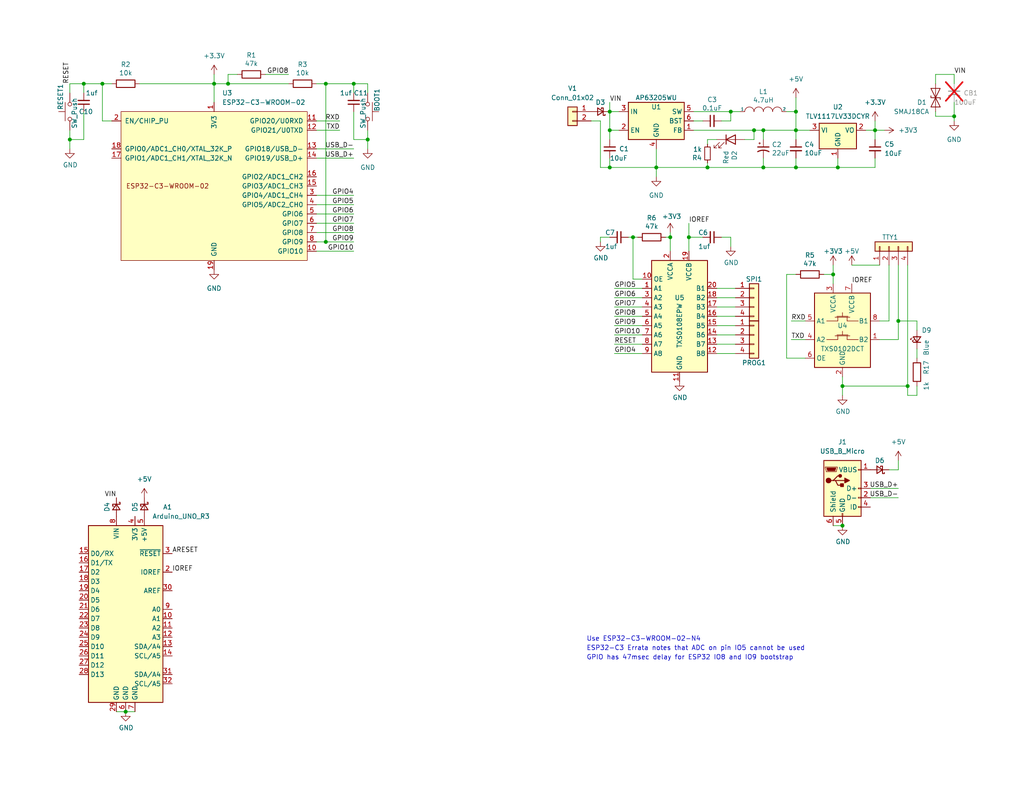
<source format=kicad_sch>
(kicad_sch (version 20230121) (generator eeschema)

  (uuid dd8844b3-8da5-475e-be7b-df38aec3ae9d)

  (paper "A")

  (title_block
    (title "Crystal - ESP32-C3 wifi adapter shield style")
    (date "2024-01-12")
    (rev "0.1")
    (company "SeraphimLabs LLC")
  )

  (lib_symbols
    (symbol "Connector:USB_B_Micro" (pin_names (offset 1.016)) (in_bom yes) (on_board yes)
      (property "Reference" "J" (at -5.08 11.43 0)
        (effects (font (size 1.27 1.27)) (justify left))
      )
      (property "Value" "USB_B_Micro" (at -5.08 8.89 0)
        (effects (font (size 1.27 1.27)) (justify left))
      )
      (property "Footprint" "" (at 3.81 -1.27 0)
        (effects (font (size 1.27 1.27)) hide)
      )
      (property "Datasheet" "~" (at 3.81 -1.27 0)
        (effects (font (size 1.27 1.27)) hide)
      )
      (property "ki_keywords" "connector USB micro" (at 0 0 0)
        (effects (font (size 1.27 1.27)) hide)
      )
      (property "ki_description" "USB Micro Type B connector" (at 0 0 0)
        (effects (font (size 1.27 1.27)) hide)
      )
      (property "ki_fp_filters" "USB*" (at 0 0 0)
        (effects (font (size 1.27 1.27)) hide)
      )
      (symbol "USB_B_Micro_0_1"
        (rectangle (start -5.08 -7.62) (end 5.08 7.62)
          (stroke (width 0.254) (type default))
          (fill (type background))
        )
        (circle (center -3.81 2.159) (radius 0.635)
          (stroke (width 0.254) (type default))
          (fill (type outline))
        )
        (circle (center -0.635 3.429) (radius 0.381)
          (stroke (width 0.254) (type default))
          (fill (type outline))
        )
        (rectangle (start -0.127 -7.62) (end 0.127 -6.858)
          (stroke (width 0) (type default))
          (fill (type none))
        )
        (polyline
          (pts
            (xy -1.905 2.159)
            (xy 0.635 2.159)
          )
          (stroke (width 0.254) (type default))
          (fill (type none))
        )
        (polyline
          (pts
            (xy -3.175 2.159)
            (xy -2.54 2.159)
            (xy -1.27 3.429)
            (xy -0.635 3.429)
          )
          (stroke (width 0.254) (type default))
          (fill (type none))
        )
        (polyline
          (pts
            (xy -2.54 2.159)
            (xy -1.905 2.159)
            (xy -1.27 0.889)
            (xy 0 0.889)
          )
          (stroke (width 0.254) (type default))
          (fill (type none))
        )
        (polyline
          (pts
            (xy 0.635 2.794)
            (xy 0.635 1.524)
            (xy 1.905 2.159)
            (xy 0.635 2.794)
          )
          (stroke (width 0.254) (type default))
          (fill (type outline))
        )
        (polyline
          (pts
            (xy -4.318 5.588)
            (xy -1.778 5.588)
            (xy -2.032 4.826)
            (xy -4.064 4.826)
            (xy -4.318 5.588)
          )
          (stroke (width 0) (type default))
          (fill (type outline))
        )
        (polyline
          (pts
            (xy -4.699 5.842)
            (xy -4.699 5.588)
            (xy -4.445 4.826)
            (xy -4.445 4.572)
            (xy -1.651 4.572)
            (xy -1.651 4.826)
            (xy -1.397 5.588)
            (xy -1.397 5.842)
            (xy -4.699 5.842)
          )
          (stroke (width 0) (type default))
          (fill (type none))
        )
        (rectangle (start 0.254 1.27) (end -0.508 0.508)
          (stroke (width 0.254) (type default))
          (fill (type outline))
        )
        (rectangle (start 5.08 -5.207) (end 4.318 -4.953)
          (stroke (width 0) (type default))
          (fill (type none))
        )
        (rectangle (start 5.08 -2.667) (end 4.318 -2.413)
          (stroke (width 0) (type default))
          (fill (type none))
        )
        (rectangle (start 5.08 -0.127) (end 4.318 0.127)
          (stroke (width 0) (type default))
          (fill (type none))
        )
        (rectangle (start 5.08 4.953) (end 4.318 5.207)
          (stroke (width 0) (type default))
          (fill (type none))
        )
      )
      (symbol "USB_B_Micro_1_1"
        (pin power_out line (at 7.62 5.08 180) (length 2.54)
          (name "VBUS" (effects (font (size 1.27 1.27))))
          (number "1" (effects (font (size 1.27 1.27))))
        )
        (pin bidirectional line (at 7.62 -2.54 180) (length 2.54)
          (name "D-" (effects (font (size 1.27 1.27))))
          (number "2" (effects (font (size 1.27 1.27))))
        )
        (pin bidirectional line (at 7.62 0 180) (length 2.54)
          (name "D+" (effects (font (size 1.27 1.27))))
          (number "3" (effects (font (size 1.27 1.27))))
        )
        (pin passive line (at 7.62 -5.08 180) (length 2.54)
          (name "ID" (effects (font (size 1.27 1.27))))
          (number "4" (effects (font (size 1.27 1.27))))
        )
        (pin power_out line (at 0 -10.16 90) (length 2.54)
          (name "GND" (effects (font (size 1.27 1.27))))
          (number "5" (effects (font (size 1.27 1.27))))
        )
        (pin passive line (at -2.54 -10.16 90) (length 2.54)
          (name "Shield" (effects (font (size 1.27 1.27))))
          (number "6" (effects (font (size 1.27 1.27))))
        )
      )
    )
    (symbol "Connector_Generic:Conn_01x02" (pin_names (offset 1.016) hide) (in_bom yes) (on_board yes)
      (property "Reference" "J" (at 0 2.54 0)
        (effects (font (size 1.27 1.27)))
      )
      (property "Value" "Conn_01x02" (at 0 -5.08 0)
        (effects (font (size 1.27 1.27)))
      )
      (property "Footprint" "" (at 0 0 0)
        (effects (font (size 1.27 1.27)) hide)
      )
      (property "Datasheet" "~" (at 0 0 0)
        (effects (font (size 1.27 1.27)) hide)
      )
      (property "ki_keywords" "connector" (at 0 0 0)
        (effects (font (size 1.27 1.27)) hide)
      )
      (property "ki_description" "Generic connector, single row, 01x02, script generated (kicad-library-utils/schlib/autogen/connector/)" (at 0 0 0)
        (effects (font (size 1.27 1.27)) hide)
      )
      (property "ki_fp_filters" "Connector*:*_1x??_*" (at 0 0 0)
        (effects (font (size 1.27 1.27)) hide)
      )
      (symbol "Conn_01x02_1_1"
        (rectangle (start -1.27 -2.413) (end 0 -2.667)
          (stroke (width 0.1524) (type default))
          (fill (type none))
        )
        (rectangle (start -1.27 0.127) (end 0 -0.127)
          (stroke (width 0.1524) (type default))
          (fill (type none))
        )
        (rectangle (start -1.27 1.27) (end 1.27 -3.81)
          (stroke (width 0.254) (type default))
          (fill (type background))
        )
        (pin passive line (at -5.08 0 0) (length 3.81)
          (name "Pin_1" (effects (font (size 1.27 1.27))))
          (number "1" (effects (font (size 1.27 1.27))))
        )
        (pin passive line (at -5.08 -2.54 0) (length 3.81)
          (name "Pin_2" (effects (font (size 1.27 1.27))))
          (number "2" (effects (font (size 1.27 1.27))))
        )
      )
    )
    (symbol "Connector_Generic:Conn_01x04" (pin_names (offset 1.016) hide) (in_bom yes) (on_board yes)
      (property "Reference" "J" (at 0 5.08 0)
        (effects (font (size 1.27 1.27)))
      )
      (property "Value" "Conn_01x04" (at 0 -7.62 0)
        (effects (font (size 1.27 1.27)))
      )
      (property "Footprint" "" (at 0 0 0)
        (effects (font (size 1.27 1.27)) hide)
      )
      (property "Datasheet" "~" (at 0 0 0)
        (effects (font (size 1.27 1.27)) hide)
      )
      (property "ki_keywords" "connector" (at 0 0 0)
        (effects (font (size 1.27 1.27)) hide)
      )
      (property "ki_description" "Generic connector, single row, 01x04, script generated (kicad-library-utils/schlib/autogen/connector/)" (at 0 0 0)
        (effects (font (size 1.27 1.27)) hide)
      )
      (property "ki_fp_filters" "Connector*:*_1x??_*" (at 0 0 0)
        (effects (font (size 1.27 1.27)) hide)
      )
      (symbol "Conn_01x04_1_1"
        (rectangle (start -1.27 -4.953) (end 0 -5.207)
          (stroke (width 0.1524) (type default))
          (fill (type none))
        )
        (rectangle (start -1.27 -2.413) (end 0 -2.667)
          (stroke (width 0.1524) (type default))
          (fill (type none))
        )
        (rectangle (start -1.27 0.127) (end 0 -0.127)
          (stroke (width 0.1524) (type default))
          (fill (type none))
        )
        (rectangle (start -1.27 2.667) (end 0 2.413)
          (stroke (width 0.1524) (type default))
          (fill (type none))
        )
        (rectangle (start -1.27 3.81) (end 1.27 -6.35)
          (stroke (width 0.254) (type default))
          (fill (type background))
        )
        (pin passive line (at -5.08 2.54 0) (length 3.81)
          (name "Pin_1" (effects (font (size 1.27 1.27))))
          (number "1" (effects (font (size 1.27 1.27))))
        )
        (pin passive line (at -5.08 0 0) (length 3.81)
          (name "Pin_2" (effects (font (size 1.27 1.27))))
          (number "2" (effects (font (size 1.27 1.27))))
        )
        (pin passive line (at -5.08 -2.54 0) (length 3.81)
          (name "Pin_3" (effects (font (size 1.27 1.27))))
          (number "3" (effects (font (size 1.27 1.27))))
        )
        (pin passive line (at -5.08 -5.08 0) (length 3.81)
          (name "Pin_4" (effects (font (size 1.27 1.27))))
          (number "4" (effects (font (size 1.27 1.27))))
        )
      )
    )
    (symbol "Device:C_Polarized_Small_US" (pin_numbers hide) (pin_names (offset 0.254) hide) (in_bom yes) (on_board yes)
      (property "Reference" "C" (at 0.254 1.778 0)
        (effects (font (size 1.27 1.27)) (justify left))
      )
      (property "Value" "C_Polarized_Small_US" (at 0.254 -2.032 0)
        (effects (font (size 1.27 1.27)) (justify left))
      )
      (property "Footprint" "" (at 0 0 0)
        (effects (font (size 1.27 1.27)) hide)
      )
      (property "Datasheet" "~" (at 0 0 0)
        (effects (font (size 1.27 1.27)) hide)
      )
      (property "ki_keywords" "cap capacitor" (at 0 0 0)
        (effects (font (size 1.27 1.27)) hide)
      )
      (property "ki_description" "Polarized capacitor, small US symbol" (at 0 0 0)
        (effects (font (size 1.27 1.27)) hide)
      )
      (property "ki_fp_filters" "CP_*" (at 0 0 0)
        (effects (font (size 1.27 1.27)) hide)
      )
      (symbol "C_Polarized_Small_US_0_1"
        (polyline
          (pts
            (xy -1.524 0.508)
            (xy 1.524 0.508)
          )
          (stroke (width 0.3048) (type default))
          (fill (type none))
        )
        (polyline
          (pts
            (xy -1.27 1.524)
            (xy -0.762 1.524)
          )
          (stroke (width 0) (type default))
          (fill (type none))
        )
        (polyline
          (pts
            (xy -1.016 1.27)
            (xy -1.016 1.778)
          )
          (stroke (width 0) (type default))
          (fill (type none))
        )
        (arc (start 1.524 -0.762) (mid 0 -0.3734) (end -1.524 -0.762)
          (stroke (width 0.3048) (type default))
          (fill (type none))
        )
      )
      (symbol "C_Polarized_Small_US_1_1"
        (pin passive line (at 0 2.54 270) (length 2.032)
          (name "~" (effects (font (size 1.27 1.27))))
          (number "1" (effects (font (size 1.27 1.27))))
        )
        (pin passive line (at 0 -2.54 90) (length 2.032)
          (name "~" (effects (font (size 1.27 1.27))))
          (number "2" (effects (font (size 1.27 1.27))))
        )
      )
    )
    (symbol "Device:C_Small" (pin_numbers hide) (pin_names (offset 0.254) hide) (in_bom yes) (on_board yes)
      (property "Reference" "C" (at 0.254 1.778 0)
        (effects (font (size 1.27 1.27)) (justify left))
      )
      (property "Value" "C_Small" (at 0.254 -2.032 0)
        (effects (font (size 1.27 1.27)) (justify left))
      )
      (property "Footprint" "" (at 0 0 0)
        (effects (font (size 1.27 1.27)) hide)
      )
      (property "Datasheet" "~" (at 0 0 0)
        (effects (font (size 1.27 1.27)) hide)
      )
      (property "ki_keywords" "capacitor cap" (at 0 0 0)
        (effects (font (size 1.27 1.27)) hide)
      )
      (property "ki_description" "Unpolarized capacitor, small symbol" (at 0 0 0)
        (effects (font (size 1.27 1.27)) hide)
      )
      (property "ki_fp_filters" "C_*" (at 0 0 0)
        (effects (font (size 1.27 1.27)) hide)
      )
      (symbol "C_Small_0_1"
        (polyline
          (pts
            (xy -1.524 -0.508)
            (xy 1.524 -0.508)
          )
          (stroke (width 0.3302) (type default))
          (fill (type none))
        )
        (polyline
          (pts
            (xy -1.524 0.508)
            (xy 1.524 0.508)
          )
          (stroke (width 0.3048) (type default))
          (fill (type none))
        )
      )
      (symbol "C_Small_1_1"
        (pin passive line (at 0 2.54 270) (length 2.032)
          (name "~" (effects (font (size 1.27 1.27))))
          (number "1" (effects (font (size 1.27 1.27))))
        )
        (pin passive line (at 0 -2.54 90) (length 2.032)
          (name "~" (effects (font (size 1.27 1.27))))
          (number "2" (effects (font (size 1.27 1.27))))
        )
      )
    )
    (symbol "Device:D_Schottky_Small" (pin_numbers hide) (pin_names (offset 0.254) hide) (in_bom yes) (on_board yes)
      (property "Reference" "D" (at -1.27 2.032 0)
        (effects (font (size 1.27 1.27)) (justify left))
      )
      (property "Value" "D_Schottky_Small" (at -7.112 -2.032 0)
        (effects (font (size 1.27 1.27)) (justify left))
      )
      (property "Footprint" "" (at 0 0 90)
        (effects (font (size 1.27 1.27)) hide)
      )
      (property "Datasheet" "~" (at 0 0 90)
        (effects (font (size 1.27 1.27)) hide)
      )
      (property "ki_keywords" "diode Schottky" (at 0 0 0)
        (effects (font (size 1.27 1.27)) hide)
      )
      (property "ki_description" "Schottky diode, small symbol" (at 0 0 0)
        (effects (font (size 1.27 1.27)) hide)
      )
      (property "ki_fp_filters" "TO-???* *_Diode_* *SingleDiode* D_*" (at 0 0 0)
        (effects (font (size 1.27 1.27)) hide)
      )
      (symbol "D_Schottky_Small_0_1"
        (polyline
          (pts
            (xy -0.762 0)
            (xy 0.762 0)
          )
          (stroke (width 0) (type default))
          (fill (type none))
        )
        (polyline
          (pts
            (xy 0.762 -1.016)
            (xy -0.762 0)
            (xy 0.762 1.016)
            (xy 0.762 -1.016)
          )
          (stroke (width 0.254) (type default))
          (fill (type none))
        )
        (polyline
          (pts
            (xy -1.27 0.762)
            (xy -1.27 1.016)
            (xy -0.762 1.016)
            (xy -0.762 -1.016)
            (xy -0.254 -1.016)
            (xy -0.254 -0.762)
          )
          (stroke (width 0.254) (type default))
          (fill (type none))
        )
      )
      (symbol "D_Schottky_Small_1_1"
        (pin passive line (at -2.54 0 0) (length 1.778)
          (name "K" (effects (font (size 1.27 1.27))))
          (number "1" (effects (font (size 1.27 1.27))))
        )
        (pin passive line (at 2.54 0 180) (length 1.778)
          (name "A" (effects (font (size 1.27 1.27))))
          (number "2" (effects (font (size 1.27 1.27))))
        )
      )
    )
    (symbol "Device:LED" (pin_numbers hide) (pin_names (offset 1.016) hide) (in_bom yes) (on_board yes)
      (property "Reference" "D" (at 0 2.54 0)
        (effects (font (size 1.27 1.27)))
      )
      (property "Value" "LED" (at 0 -2.54 0)
        (effects (font (size 1.27 1.27)))
      )
      (property "Footprint" "" (at 0 0 0)
        (effects (font (size 1.27 1.27)) hide)
      )
      (property "Datasheet" "~" (at 0 0 0)
        (effects (font (size 1.27 1.27)) hide)
      )
      (property "ki_keywords" "LED diode" (at 0 0 0)
        (effects (font (size 1.27 1.27)) hide)
      )
      (property "ki_description" "Light emitting diode" (at 0 0 0)
        (effects (font (size 1.27 1.27)) hide)
      )
      (property "ki_fp_filters" "LED* LED_SMD:* LED_THT:*" (at 0 0 0)
        (effects (font (size 1.27 1.27)) hide)
      )
      (symbol "LED_0_1"
        (polyline
          (pts
            (xy -1.27 -1.27)
            (xy -1.27 1.27)
          )
          (stroke (width 0.254) (type default))
          (fill (type none))
        )
        (polyline
          (pts
            (xy -1.27 0)
            (xy 1.27 0)
          )
          (stroke (width 0) (type default))
          (fill (type none))
        )
        (polyline
          (pts
            (xy 1.27 -1.27)
            (xy 1.27 1.27)
            (xy -1.27 0)
            (xy 1.27 -1.27)
          )
          (stroke (width 0.254) (type default))
          (fill (type none))
        )
        (polyline
          (pts
            (xy -3.048 -0.762)
            (xy -4.572 -2.286)
            (xy -3.81 -2.286)
            (xy -4.572 -2.286)
            (xy -4.572 -1.524)
          )
          (stroke (width 0) (type default))
          (fill (type none))
        )
        (polyline
          (pts
            (xy -1.778 -0.762)
            (xy -3.302 -2.286)
            (xy -2.54 -2.286)
            (xy -3.302 -2.286)
            (xy -3.302 -1.524)
          )
          (stroke (width 0) (type default))
          (fill (type none))
        )
      )
      (symbol "LED_1_1"
        (pin passive line (at -3.81 0 0) (length 2.54)
          (name "K" (effects (font (size 1.27 1.27))))
          (number "1" (effects (font (size 1.27 1.27))))
        )
        (pin passive line (at 3.81 0 180) (length 2.54)
          (name "A" (effects (font (size 1.27 1.27))))
          (number "2" (effects (font (size 1.27 1.27))))
        )
      )
    )
    (symbol "Device:LED_Small" (pin_numbers hide) (pin_names (offset 0.254) hide) (in_bom yes) (on_board yes)
      (property "Reference" "D" (at -1.27 3.175 0)
        (effects (font (size 1.27 1.27)) (justify left))
      )
      (property "Value" "LED_Small" (at -4.445 -2.54 0)
        (effects (font (size 1.27 1.27)) (justify left))
      )
      (property "Footprint" "" (at 0 0 90)
        (effects (font (size 1.27 1.27)) hide)
      )
      (property "Datasheet" "~" (at 0 0 90)
        (effects (font (size 1.27 1.27)) hide)
      )
      (property "ki_keywords" "LED diode light-emitting-diode" (at 0 0 0)
        (effects (font (size 1.27 1.27)) hide)
      )
      (property "ki_description" "Light emitting diode, small symbol" (at 0 0 0)
        (effects (font (size 1.27 1.27)) hide)
      )
      (property "ki_fp_filters" "LED* LED_SMD:* LED_THT:*" (at 0 0 0)
        (effects (font (size 1.27 1.27)) hide)
      )
      (symbol "LED_Small_0_1"
        (polyline
          (pts
            (xy -0.762 -1.016)
            (xy -0.762 1.016)
          )
          (stroke (width 0.254) (type default))
          (fill (type none))
        )
        (polyline
          (pts
            (xy 1.016 0)
            (xy -0.762 0)
          )
          (stroke (width 0) (type default))
          (fill (type none))
        )
        (polyline
          (pts
            (xy 0.762 -1.016)
            (xy -0.762 0)
            (xy 0.762 1.016)
            (xy 0.762 -1.016)
          )
          (stroke (width 0.254) (type default))
          (fill (type none))
        )
        (polyline
          (pts
            (xy 0 0.762)
            (xy -0.508 1.27)
            (xy -0.254 1.27)
            (xy -0.508 1.27)
            (xy -0.508 1.016)
          )
          (stroke (width 0) (type default))
          (fill (type none))
        )
        (polyline
          (pts
            (xy 0.508 1.27)
            (xy 0 1.778)
            (xy 0.254 1.778)
            (xy 0 1.778)
            (xy 0 1.524)
          )
          (stroke (width 0) (type default))
          (fill (type none))
        )
      )
      (symbol "LED_Small_1_1"
        (pin passive line (at -2.54 0 0) (length 1.778)
          (name "K" (effects (font (size 1.27 1.27))))
          (number "1" (effects (font (size 1.27 1.27))))
        )
        (pin passive line (at 2.54 0 180) (length 1.778)
          (name "A" (effects (font (size 1.27 1.27))))
          (number "2" (effects (font (size 1.27 1.27))))
        )
      )
    )
    (symbol "Device:R" (pin_numbers hide) (pin_names (offset 0)) (in_bom yes) (on_board yes)
      (property "Reference" "R" (at 2.032 0 90)
        (effects (font (size 1.27 1.27)))
      )
      (property "Value" "R" (at 0 0 90)
        (effects (font (size 1.27 1.27)))
      )
      (property "Footprint" "" (at -1.778 0 90)
        (effects (font (size 1.27 1.27)) hide)
      )
      (property "Datasheet" "~" (at 0 0 0)
        (effects (font (size 1.27 1.27)) hide)
      )
      (property "ki_keywords" "R res resistor" (at 0 0 0)
        (effects (font (size 1.27 1.27)) hide)
      )
      (property "ki_description" "Resistor" (at 0 0 0)
        (effects (font (size 1.27 1.27)) hide)
      )
      (property "ki_fp_filters" "R_*" (at 0 0 0)
        (effects (font (size 1.27 1.27)) hide)
      )
      (symbol "R_0_1"
        (rectangle (start -1.016 -2.54) (end 1.016 2.54)
          (stroke (width 0.254) (type default))
          (fill (type none))
        )
      )
      (symbol "R_1_1"
        (pin passive line (at 0 3.81 270) (length 1.27)
          (name "~" (effects (font (size 1.27 1.27))))
          (number "1" (effects (font (size 1.27 1.27))))
        )
        (pin passive line (at 0 -3.81 90) (length 1.27)
          (name "~" (effects (font (size 1.27 1.27))))
          (number "2" (effects (font (size 1.27 1.27))))
        )
      )
    )
    (symbol "Device:R_Small" (pin_numbers hide) (pin_names (offset 0.254) hide) (in_bom yes) (on_board yes)
      (property "Reference" "R" (at 0.762 0.508 0)
        (effects (font (size 1.27 1.27)) (justify left))
      )
      (property "Value" "R_Small" (at 0.762 -1.016 0)
        (effects (font (size 1.27 1.27)) (justify left))
      )
      (property "Footprint" "" (at 0 0 0)
        (effects (font (size 1.27 1.27)) hide)
      )
      (property "Datasheet" "~" (at 0 0 0)
        (effects (font (size 1.27 1.27)) hide)
      )
      (property "ki_keywords" "R resistor" (at 0 0 0)
        (effects (font (size 1.27 1.27)) hide)
      )
      (property "ki_description" "Resistor, small symbol" (at 0 0 0)
        (effects (font (size 1.27 1.27)) hide)
      )
      (property "ki_fp_filters" "R_*" (at 0 0 0)
        (effects (font (size 1.27 1.27)) hide)
      )
      (symbol "R_Small_0_1"
        (rectangle (start -0.762 1.778) (end 0.762 -1.778)
          (stroke (width 0.2032) (type default))
          (fill (type none))
        )
      )
      (symbol "R_Small_1_1"
        (pin passive line (at 0 2.54 270) (length 0.762)
          (name "~" (effects (font (size 1.27 1.27))))
          (number "1" (effects (font (size 1.27 1.27))))
        )
        (pin passive line (at 0 -2.54 90) (length 0.762)
          (name "~" (effects (font (size 1.27 1.27))))
          (number "2" (effects (font (size 1.27 1.27))))
        )
      )
    )
    (symbol "Diode:SMAJ18CA" (pin_numbers hide) (pin_names (offset 1.016) hide) (in_bom yes) (on_board yes)
      (property "Reference" "D" (at 0 2.54 0)
        (effects (font (size 1.27 1.27)))
      )
      (property "Value" "SMAJ18CA" (at 0 -2.54 0)
        (effects (font (size 1.27 1.27)))
      )
      (property "Footprint" "Diode_SMD:D_SMA" (at 0 -5.08 0)
        (effects (font (size 1.27 1.27)) hide)
      )
      (property "Datasheet" "https://www.littelfuse.com/media?resourcetype=datasheets&itemid=75e32973-b177-4ee3-a0ff-cedaf1abdb93&filename=smaj-datasheet" (at 0 0 0)
        (effects (font (size 1.27 1.27)) hide)
      )
      (property "ki_keywords" "bidirectional diode TVS voltage suppressor" (at 0 0 0)
        (effects (font (size 1.27 1.27)) hide)
      )
      (property "ki_description" "400W bidirectional Transient Voltage Suppressor, 18.0Vr, SMA(DO-214AC)" (at 0 0 0)
        (effects (font (size 1.27 1.27)) hide)
      )
      (property "ki_fp_filters" "D*SMA*" (at 0 0 0)
        (effects (font (size 1.27 1.27)) hide)
      )
      (symbol "SMAJ18CA_0_1"
        (polyline
          (pts
            (xy 1.27 0)
            (xy -1.27 0)
          )
          (stroke (width 0) (type default))
          (fill (type none))
        )
        (polyline
          (pts
            (xy -2.54 -1.27)
            (xy 0 0)
            (xy -2.54 1.27)
            (xy -2.54 -1.27)
          )
          (stroke (width 0.2032) (type default))
          (fill (type none))
        )
        (polyline
          (pts
            (xy 0.508 1.27)
            (xy 0 1.27)
            (xy 0 -1.27)
            (xy -0.508 -1.27)
          )
          (stroke (width 0.2032) (type default))
          (fill (type none))
        )
        (polyline
          (pts
            (xy 2.54 1.27)
            (xy 2.54 -1.27)
            (xy 0 0)
            (xy 2.54 1.27)
          )
          (stroke (width 0.2032) (type default))
          (fill (type none))
        )
      )
      (symbol "SMAJ18CA_1_1"
        (pin passive line (at -3.81 0 0) (length 2.54)
          (name "A1" (effects (font (size 1.27 1.27))))
          (number "1" (effects (font (size 1.27 1.27))))
        )
        (pin passive line (at 3.81 0 180) (length 2.54)
          (name "A2" (effects (font (size 1.27 1.27))))
          (number "2" (effects (font (size 1.27 1.27))))
        )
      )
    )
    (symbol "ESP32-C3 WIFI-rescue:+3.3V-power" (power) (pin_names (offset 0)) (in_bom yes) (on_board yes)
      (property "Reference" "#PWR" (at 0 -3.81 0)
        (effects (font (size 1.27 1.27)) hide)
      )
      (property "Value" "+3.3V-power" (at 0 3.556 0)
        (effects (font (size 1.27 1.27)))
      )
      (property "Footprint" "" (at 0 0 0)
        (effects (font (size 1.27 1.27)) hide)
      )
      (property "Datasheet" "" (at 0 0 0)
        (effects (font (size 1.27 1.27)) hide)
      )
      (symbol "+3.3V-power_0_1"
        (polyline
          (pts
            (xy -0.762 1.27)
            (xy 0 2.54)
          )
          (stroke (width 0) (type solid))
          (fill (type none))
        )
        (polyline
          (pts
            (xy 0 0)
            (xy 0 2.54)
          )
          (stroke (width 0) (type solid))
          (fill (type none))
        )
        (polyline
          (pts
            (xy 0 2.54)
            (xy 0.762 1.27)
          )
          (stroke (width 0) (type solid))
          (fill (type none))
        )
      )
      (symbol "+3.3V-power_1_1"
        (pin power_in line (at 0 0 90) (length 0) hide
          (name "+3V3" (effects (font (size 1.27 1.27))))
          (number "1" (effects (font (size 1.27 1.27))))
        )
      )
    )
    (symbol "Espressif:ESP32-C3-WROOM-02" (pin_names (offset 1.016)) (in_bom yes) (on_board yes)
      (property "Reference" "U" (at -25.4 25.4 0)
        (effects (font (size 1.27 1.27)) (justify left))
      )
      (property "Value" "ESP32-C3-WROOM-02" (at -25.4 22.86 0)
        (effects (font (size 1.27 1.27)) (justify left))
      )
      (property "Footprint" "Espressif:ESP32-C3-WROOM-02" (at 0 -30.48 0)
        (effects (font (size 1.27 1.27)) hide)
      )
      (property "Datasheet" "https://www.espressif.com/sites/default/files/documentation/esp32-c3-wroom-02_datasheet_en.pdf" (at -2.54 -33.02 0)
        (effects (font (size 1.27 1.27)) hide)
      )
      (property "ki_keywords" "esp32-c3 module" (at 0 0 0)
        (effects (font (size 1.27 1.27)) hide)
      )
      (property "ki_description" "ESP32-C3-WROOM-02 is a general-purpose Wi-Fi and Bluetooth LE module. This module features a rich set of peripherals and high performance, which makes it an ideal choice for smart home, industrial automation, health care, consumer electronics, etc." (at 0 0 0)
        (effects (font (size 1.27 1.27)) hide)
      )
      (symbol "ESP32-C3-WROOM-02_0_0"
        (text "ESP32-C3-WROOM-02" (at -12.7 0 0)
          (effects (font (size 1.27 1.27)))
        )
      )
      (symbol "ESP32-C3-WROOM-02_0_1"
        (rectangle (start 25.4 20.32) (end -25.4 -20.32)
          (stroke (width 0) (type default))
          (fill (type background))
        )
      )
      (symbol "ESP32-C3-WROOM-02_1_1"
        (pin power_in line (at 0 22.86 270) (length 2.54)
          (name "3V3" (effects (font (size 1.27 1.27))))
          (number "1" (effects (font (size 1.27 1.27))))
        )
        (pin bidirectional line (at 27.94 -17.78 180) (length 2.54)
          (name "GPIO10" (effects (font (size 1.27 1.27))))
          (number "10" (effects (font (size 1.27 1.27))))
        )
        (pin bidirectional line (at 27.94 17.78 180) (length 2.54)
          (name "GPIO20/U0RXD" (effects (font (size 1.27 1.27))))
          (number "11" (effects (font (size 1.27 1.27))))
        )
        (pin bidirectional line (at 27.94 15.24 180) (length 2.54)
          (name "GPIO21/U0TXD" (effects (font (size 1.27 1.27))))
          (number "12" (effects (font (size 1.27 1.27))))
        )
        (pin bidirectional line (at 27.94 10.16 180) (length 2.54)
          (name "GPIO18/USB_D-" (effects (font (size 1.27 1.27))))
          (number "13" (effects (font (size 1.27 1.27))))
        )
        (pin bidirectional line (at 27.94 7.62 180) (length 2.54)
          (name "GPIO19/USB_D+" (effects (font (size 1.27 1.27))))
          (number "14" (effects (font (size 1.27 1.27))))
        )
        (pin bidirectional line (at 27.94 0 180) (length 2.54)
          (name "GPIO3/ADC1_CH3" (effects (font (size 1.27 1.27))))
          (number "15" (effects (font (size 1.27 1.27))))
        )
        (pin bidirectional line (at 27.94 2.54 180) (length 2.54)
          (name "GPIO2/ADC1_CH2" (effects (font (size 1.27 1.27))))
          (number "16" (effects (font (size 1.27 1.27))))
        )
        (pin bidirectional line (at -27.94 7.62 0) (length 2.54)
          (name "GPIO1/ADC1_CH1/XTAL_32K_N" (effects (font (size 1.27 1.27))))
          (number "17" (effects (font (size 1.27 1.27))))
        )
        (pin bidirectional line (at -27.94 10.16 0) (length 2.54)
          (name "GPIO0/ADC1_CH0/XTAL_32K_P" (effects (font (size 1.27 1.27))))
          (number "18" (effects (font (size 1.27 1.27))))
        )
        (pin power_in line (at 0 -22.86 90) (length 2.54)
          (name "GND" (effects (font (size 1.27 1.27))))
          (number "19" (effects (font (size 1.27 1.27))))
        )
        (pin input line (at -27.94 17.78 0) (length 2.54)
          (name "EN/CHIP_PU" (effects (font (size 1.27 1.27))))
          (number "2" (effects (font (size 1.27 1.27))))
        )
        (pin bidirectional line (at 27.94 -2.54 180) (length 2.54)
          (name "GPIO4/ADC1_CH4" (effects (font (size 1.27 1.27))))
          (number "3" (effects (font (size 1.27 1.27))))
        )
        (pin bidirectional line (at 27.94 -5.08 180) (length 2.54)
          (name "GPIO5/ADC2_CH0" (effects (font (size 1.27 1.27))))
          (number "4" (effects (font (size 1.27 1.27))))
        )
        (pin bidirectional line (at 27.94 -7.62 180) (length 2.54)
          (name "GPIO6" (effects (font (size 1.27 1.27))))
          (number "5" (effects (font (size 1.27 1.27))))
        )
        (pin bidirectional line (at 27.94 -10.16 180) (length 2.54)
          (name "GPIO7" (effects (font (size 1.27 1.27))))
          (number "6" (effects (font (size 1.27 1.27))))
        )
        (pin bidirectional line (at 27.94 -12.7 180) (length 2.54)
          (name "GPIO8" (effects (font (size 1.27 1.27))))
          (number "7" (effects (font (size 1.27 1.27))))
        )
        (pin bidirectional line (at 27.94 -15.24 180) (length 2.54)
          (name "GPIO9" (effects (font (size 1.27 1.27))))
          (number "8" (effects (font (size 1.27 1.27))))
        )
        (pin passive line (at 0 -22.86 90) (length 2.54) hide
          (name "GND" (effects (font (size 1.27 1.27))))
          (number "9" (effects (font (size 1.27 1.27))))
        )
      )
    )
    (symbol "Logic_LevelTranslator:TXS0102DCT" (in_bom yes) (on_board yes)
      (property "Reference" "U" (at -6.35 11.43 0)
        (effects (font (size 1.27 1.27)))
      )
      (property "Value" "TXS0102DCT" (at 3.81 11.43 0)
        (effects (font (size 1.27 1.27)) (justify left))
      )
      (property "Footprint" "Package_SO:SSOP-8_2.95x2.8mm_P0.65mm" (at 0 -13.97 0)
        (effects (font (size 1.27 1.27)) hide)
      )
      (property "Datasheet" "http://www.ti.com/lit/gpn/txs0102" (at 0 -0.508 0)
        (effects (font (size 1.27 1.27)) hide)
      )
      (property "ki_keywords" "Level-Shifter CMOS-TTL-Translation" (at 0 0 0)
        (effects (font (size 1.27 1.27)) hide)
      )
      (property "ki_description" "2-Bit Bidirectional Voltage-Level Shifter for Open-Drain and Push-Pull Application, SSOP-8" (at 0 0 0)
        (effects (font (size 1.27 1.27)) hide)
      )
      (property "ki_fp_filters" "SSOP*2.95x2.8mm*P0.65mm*" (at 0 0 0)
        (effects (font (size 1.27 1.27)) hide)
      )
      (symbol "TXS0102DCT_0_1"
        (rectangle (start -7.62 10.16) (end 7.62 -10.16)
          (stroke (width 0.254) (type default))
          (fill (type background))
        )
        (polyline
          (pts
            (xy -4.318 -2.54)
            (xy -1.27 -2.54)
          )
          (stroke (width 0) (type default))
          (fill (type none))
        )
        (polyline
          (pts
            (xy -2.032 -1.524)
            (xy 2.032 -1.524)
          )
          (stroke (width 0) (type default))
          (fill (type none))
        )
        (polyline
          (pts
            (xy -1.524 -1.27)
            (xy 1.524 -1.27)
          )
          (stroke (width 0) (type default))
          (fill (type none))
        )
        (polyline
          (pts
            (xy -1.27 -2.54)
            (xy -1.27 -1.524)
          )
          (stroke (width 0) (type default))
          (fill (type none))
        )
        (polyline
          (pts
            (xy 0 -1.27)
            (xy 0 -0.254)
          )
          (stroke (width 0) (type default))
          (fill (type none))
        )
        (polyline
          (pts
            (xy 1.27 -2.54)
            (xy 1.27 -1.524)
          )
          (stroke (width 0) (type default))
          (fill (type none))
        )
        (polyline
          (pts
            (xy 4.318 -2.54)
            (xy 1.27 -2.54)
          )
          (stroke (width 0) (type default))
          (fill (type none))
        )
      )
      (symbol "TXS0102DCT_1_1"
        (polyline
          (pts
            (xy -4.318 2.54)
            (xy -1.27 2.54)
          )
          (stroke (width 0) (type default))
          (fill (type none))
        )
        (polyline
          (pts
            (xy -2.032 3.556)
            (xy 2.032 3.556)
          )
          (stroke (width 0) (type default))
          (fill (type none))
        )
        (polyline
          (pts
            (xy -1.524 3.81)
            (xy 1.524 3.81)
          )
          (stroke (width 0) (type default))
          (fill (type none))
        )
        (polyline
          (pts
            (xy -1.27 2.54)
            (xy -1.27 3.556)
          )
          (stroke (width 0) (type default))
          (fill (type none))
        )
        (polyline
          (pts
            (xy 0 3.81)
            (xy 0 4.826)
          )
          (stroke (width 0) (type default))
          (fill (type none))
        )
        (polyline
          (pts
            (xy 1.27 2.54)
            (xy 1.27 3.556)
          )
          (stroke (width 0) (type default))
          (fill (type none))
        )
        (polyline
          (pts
            (xy 4.318 2.54)
            (xy 1.27 2.54)
          )
          (stroke (width 0) (type default))
          (fill (type none))
        )
        (pin bidirectional line (at 10.16 -2.54 180) (length 2.54)
          (name "B2" (effects (font (size 1.27 1.27))))
          (number "1" (effects (font (size 1.27 1.27))))
        )
        (pin power_in line (at 0 -12.7 90) (length 2.54)
          (name "GND" (effects (font (size 1.27 1.27))))
          (number "2" (effects (font (size 1.27 1.27))))
        )
        (pin power_in line (at -2.54 12.7 270) (length 2.54)
          (name "VCCA" (effects (font (size 1.27 1.27))))
          (number "3" (effects (font (size 1.27 1.27))))
        )
        (pin bidirectional line (at -10.16 -2.54 0) (length 2.54)
          (name "A2" (effects (font (size 1.27 1.27))))
          (number "4" (effects (font (size 1.27 1.27))))
        )
        (pin bidirectional line (at -10.16 2.54 0) (length 2.54)
          (name "A1" (effects (font (size 1.27 1.27))))
          (number "5" (effects (font (size 1.27 1.27))))
        )
        (pin input line (at -10.16 -7.62 0) (length 2.54)
          (name "OE" (effects (font (size 1.27 1.27))))
          (number "6" (effects (font (size 1.27 1.27))))
        )
        (pin power_in line (at 2.54 12.7 270) (length 2.54)
          (name "VCCB" (effects (font (size 1.27 1.27))))
          (number "7" (effects (font (size 1.27 1.27))))
        )
        (pin bidirectional line (at 10.16 2.54 180) (length 2.54)
          (name "B1" (effects (font (size 1.27 1.27))))
          (number "8" (effects (font (size 1.27 1.27))))
        )
      )
    )
    (symbol "Logic_LevelTranslator:TXS0108EPW" (in_bom yes) (on_board yes)
      (property "Reference" "U" (at -6.35 16.51 0)
        (effects (font (size 1.27 1.27)))
      )
      (property "Value" "TXS0108EPW" (at 3.81 16.51 0)
        (effects (font (size 1.27 1.27)) (justify left))
      )
      (property "Footprint" "Package_SO:TSSOP-20_4.4x6.5mm_P0.65mm" (at 0 -19.05 0)
        (effects (font (size 1.27 1.27)) hide)
      )
      (property "Datasheet" "www.ti.com/lit/ds/symlink/txs0108e.pdf" (at 0 -2.54 0)
        (effects (font (size 1.27 1.27)) hide)
      )
      (property "ki_keywords" "8-bit" (at 0 0 0)
        (effects (font (size 1.27 1.27)) hide)
      )
      (property "ki_description" "Bidirectional  level-shifting voltage translator, TSSOP-20" (at 0 0 0)
        (effects (font (size 1.27 1.27)) hide)
      )
      (property "ki_fp_filters" "*SSOP*4.4x6.5mm*P0.65mm*" (at 0 0 0)
        (effects (font (size 1.27 1.27)) hide)
      )
      (symbol "TXS0108EPW_0_1"
        (rectangle (start -7.62 15.24) (end 7.62 -15.24)
          (stroke (width 0.254) (type default))
          (fill (type background))
        )
      )
      (symbol "TXS0108EPW_1_1"
        (pin bidirectional line (at -10.16 7.62 0) (length 2.54)
          (name "A1" (effects (font (size 1.27 1.27))))
          (number "1" (effects (font (size 1.27 1.27))))
        )
        (pin input line (at -10.16 10.16 0) (length 2.54)
          (name "OE" (effects (font (size 1.27 1.27))))
          (number "10" (effects (font (size 1.27 1.27))))
        )
        (pin power_in line (at 0 -17.78 90) (length 2.54)
          (name "GND" (effects (font (size 1.27 1.27))))
          (number "11" (effects (font (size 1.27 1.27))))
        )
        (pin bidirectional line (at 10.16 -10.16 180) (length 2.54)
          (name "B8" (effects (font (size 1.27 1.27))))
          (number "12" (effects (font (size 1.27 1.27))))
        )
        (pin bidirectional line (at 10.16 -7.62 180) (length 2.54)
          (name "B7" (effects (font (size 1.27 1.27))))
          (number "13" (effects (font (size 1.27 1.27))))
        )
        (pin bidirectional line (at 10.16 -5.08 180) (length 2.54)
          (name "B6" (effects (font (size 1.27 1.27))))
          (number "14" (effects (font (size 1.27 1.27))))
        )
        (pin bidirectional line (at 10.16 -2.54 180) (length 2.54)
          (name "B5" (effects (font (size 1.27 1.27))))
          (number "15" (effects (font (size 1.27 1.27))))
        )
        (pin bidirectional line (at 10.16 0 180) (length 2.54)
          (name "B4" (effects (font (size 1.27 1.27))))
          (number "16" (effects (font (size 1.27 1.27))))
        )
        (pin bidirectional line (at 10.16 2.54 180) (length 2.54)
          (name "B3" (effects (font (size 1.27 1.27))))
          (number "17" (effects (font (size 1.27 1.27))))
        )
        (pin bidirectional line (at 10.16 5.08 180) (length 2.54)
          (name "B2" (effects (font (size 1.27 1.27))))
          (number "18" (effects (font (size 1.27 1.27))))
        )
        (pin power_in line (at 2.54 17.78 270) (length 2.54)
          (name "VCCB" (effects (font (size 1.27 1.27))))
          (number "19" (effects (font (size 1.27 1.27))))
        )
        (pin power_in line (at -2.54 17.78 270) (length 2.54)
          (name "VCCA" (effects (font (size 1.27 1.27))))
          (number "2" (effects (font (size 1.27 1.27))))
        )
        (pin bidirectional line (at 10.16 7.62 180) (length 2.54)
          (name "B1" (effects (font (size 1.27 1.27))))
          (number "20" (effects (font (size 1.27 1.27))))
        )
        (pin bidirectional line (at -10.16 5.08 0) (length 2.54)
          (name "A2" (effects (font (size 1.27 1.27))))
          (number "3" (effects (font (size 1.27 1.27))))
        )
        (pin bidirectional line (at -10.16 2.54 0) (length 2.54)
          (name "A3" (effects (font (size 1.27 1.27))))
          (number "4" (effects (font (size 1.27 1.27))))
        )
        (pin bidirectional line (at -10.16 0 0) (length 2.54)
          (name "A4" (effects (font (size 1.27 1.27))))
          (number "5" (effects (font (size 1.27 1.27))))
        )
        (pin bidirectional line (at -10.16 -2.54 0) (length 2.54)
          (name "A5" (effects (font (size 1.27 1.27))))
          (number "6" (effects (font (size 1.27 1.27))))
        )
        (pin bidirectional line (at -10.16 -5.08 0) (length 2.54)
          (name "A6" (effects (font (size 1.27 1.27))))
          (number "7" (effects (font (size 1.27 1.27))))
        )
        (pin bidirectional line (at -10.16 -7.62 0) (length 2.54)
          (name "A7" (effects (font (size 1.27 1.27))))
          (number "8" (effects (font (size 1.27 1.27))))
        )
        (pin bidirectional line (at -10.16 -10.16 0) (length 2.54)
          (name "A8" (effects (font (size 1.27 1.27))))
          (number "9" (effects (font (size 1.27 1.27))))
        )
      )
    )
    (symbol "MCU_Module:Arduino_UNO_R3" (in_bom yes) (on_board yes)
      (property "Reference" "A" (at -10.16 23.495 0)
        (effects (font (size 1.27 1.27)) (justify left bottom))
      )
      (property "Value" "Arduino_UNO_R3" (at 5.08 -26.67 0)
        (effects (font (size 1.27 1.27)) (justify left top))
      )
      (property "Footprint" "Module:Arduino_UNO_R3" (at 0 0 0)
        (effects (font (size 1.27 1.27) italic) hide)
      )
      (property "Datasheet" "https://www.arduino.cc/en/Main/arduinoBoardUno" (at 0 0 0)
        (effects (font (size 1.27 1.27)) hide)
      )
      (property "ki_keywords" "Arduino UNO R3 Microcontroller Module Atmel AVR USB" (at 0 0 0)
        (effects (font (size 1.27 1.27)) hide)
      )
      (property "ki_description" "Arduino UNO Microcontroller Module, release 3" (at 0 0 0)
        (effects (font (size 1.27 1.27)) hide)
      )
      (property "ki_fp_filters" "Arduino*UNO*R3*" (at 0 0 0)
        (effects (font (size 1.27 1.27)) hide)
      )
      (symbol "Arduino_UNO_R3_0_1"
        (rectangle (start -10.16 22.86) (end 10.16 -25.4)
          (stroke (width 0.254) (type default))
          (fill (type background))
        )
      )
      (symbol "Arduino_UNO_R3_1_1"
        (pin no_connect line (at -10.16 -20.32 0) (length 2.54) hide
          (name "NC" (effects (font (size 1.27 1.27))))
          (number "1" (effects (font (size 1.27 1.27))))
        )
        (pin bidirectional line (at 12.7 -2.54 180) (length 2.54)
          (name "A1" (effects (font (size 1.27 1.27))))
          (number "10" (effects (font (size 1.27 1.27))))
        )
        (pin bidirectional line (at 12.7 -5.08 180) (length 2.54)
          (name "A2" (effects (font (size 1.27 1.27))))
          (number "11" (effects (font (size 1.27 1.27))))
        )
        (pin bidirectional line (at 12.7 -7.62 180) (length 2.54)
          (name "A3" (effects (font (size 1.27 1.27))))
          (number "12" (effects (font (size 1.27 1.27))))
        )
        (pin bidirectional line (at 12.7 -10.16 180) (length 2.54)
          (name "SDA/A4" (effects (font (size 1.27 1.27))))
          (number "13" (effects (font (size 1.27 1.27))))
        )
        (pin bidirectional line (at 12.7 -12.7 180) (length 2.54)
          (name "SCL/A5" (effects (font (size 1.27 1.27))))
          (number "14" (effects (font (size 1.27 1.27))))
        )
        (pin bidirectional line (at -12.7 15.24 0) (length 2.54)
          (name "D0/RX" (effects (font (size 1.27 1.27))))
          (number "15" (effects (font (size 1.27 1.27))))
        )
        (pin bidirectional line (at -12.7 12.7 0) (length 2.54)
          (name "D1/TX" (effects (font (size 1.27 1.27))))
          (number "16" (effects (font (size 1.27 1.27))))
        )
        (pin bidirectional line (at -12.7 10.16 0) (length 2.54)
          (name "D2" (effects (font (size 1.27 1.27))))
          (number "17" (effects (font (size 1.27 1.27))))
        )
        (pin bidirectional line (at -12.7 7.62 0) (length 2.54)
          (name "D3" (effects (font (size 1.27 1.27))))
          (number "18" (effects (font (size 1.27 1.27))))
        )
        (pin bidirectional line (at -12.7 5.08 0) (length 2.54)
          (name "D4" (effects (font (size 1.27 1.27))))
          (number "19" (effects (font (size 1.27 1.27))))
        )
        (pin output line (at 12.7 10.16 180) (length 2.54)
          (name "IOREF" (effects (font (size 1.27 1.27))))
          (number "2" (effects (font (size 1.27 1.27))))
        )
        (pin bidirectional line (at -12.7 2.54 0) (length 2.54)
          (name "D5" (effects (font (size 1.27 1.27))))
          (number "20" (effects (font (size 1.27 1.27))))
        )
        (pin bidirectional line (at -12.7 0 0) (length 2.54)
          (name "D6" (effects (font (size 1.27 1.27))))
          (number "21" (effects (font (size 1.27 1.27))))
        )
        (pin bidirectional line (at -12.7 -2.54 0) (length 2.54)
          (name "D7" (effects (font (size 1.27 1.27))))
          (number "22" (effects (font (size 1.27 1.27))))
        )
        (pin bidirectional line (at -12.7 -5.08 0) (length 2.54)
          (name "D8" (effects (font (size 1.27 1.27))))
          (number "23" (effects (font (size 1.27 1.27))))
        )
        (pin bidirectional line (at -12.7 -7.62 0) (length 2.54)
          (name "D9" (effects (font (size 1.27 1.27))))
          (number "24" (effects (font (size 1.27 1.27))))
        )
        (pin bidirectional line (at -12.7 -10.16 0) (length 2.54)
          (name "D10" (effects (font (size 1.27 1.27))))
          (number "25" (effects (font (size 1.27 1.27))))
        )
        (pin bidirectional line (at -12.7 -12.7 0) (length 2.54)
          (name "D11" (effects (font (size 1.27 1.27))))
          (number "26" (effects (font (size 1.27 1.27))))
        )
        (pin bidirectional line (at -12.7 -15.24 0) (length 2.54)
          (name "D12" (effects (font (size 1.27 1.27))))
          (number "27" (effects (font (size 1.27 1.27))))
        )
        (pin bidirectional line (at -12.7 -17.78 0) (length 2.54)
          (name "D13" (effects (font (size 1.27 1.27))))
          (number "28" (effects (font (size 1.27 1.27))))
        )
        (pin power_in line (at -2.54 -27.94 90) (length 2.54)
          (name "GND" (effects (font (size 1.27 1.27))))
          (number "29" (effects (font (size 1.27 1.27))))
        )
        (pin input line (at 12.7 15.24 180) (length 2.54)
          (name "~{RESET}" (effects (font (size 1.27 1.27))))
          (number "3" (effects (font (size 1.27 1.27))))
        )
        (pin input line (at 12.7 5.08 180) (length 2.54)
          (name "AREF" (effects (font (size 1.27 1.27))))
          (number "30" (effects (font (size 1.27 1.27))))
        )
        (pin bidirectional line (at 12.7 -17.78 180) (length 2.54)
          (name "SDA/A4" (effects (font (size 1.27 1.27))))
          (number "31" (effects (font (size 1.27 1.27))))
        )
        (pin bidirectional line (at 12.7 -20.32 180) (length 2.54)
          (name "SCL/A5" (effects (font (size 1.27 1.27))))
          (number "32" (effects (font (size 1.27 1.27))))
        )
        (pin power_out line (at 2.54 25.4 270) (length 2.54)
          (name "3V3" (effects (font (size 1.27 1.27))))
          (number "4" (effects (font (size 1.27 1.27))))
        )
        (pin power_out line (at 5.08 25.4 270) (length 2.54)
          (name "+5V" (effects (font (size 1.27 1.27))))
          (number "5" (effects (font (size 1.27 1.27))))
        )
        (pin power_in line (at 0 -27.94 90) (length 2.54)
          (name "GND" (effects (font (size 1.27 1.27))))
          (number "6" (effects (font (size 1.27 1.27))))
        )
        (pin power_in line (at 2.54 -27.94 90) (length 2.54)
          (name "GND" (effects (font (size 1.27 1.27))))
          (number "7" (effects (font (size 1.27 1.27))))
        )
        (pin power_in line (at -2.54 25.4 270) (length 2.54)
          (name "VIN" (effects (font (size 1.27 1.27))))
          (number "8" (effects (font (size 1.27 1.27))))
        )
        (pin bidirectional line (at 12.7 0 180) (length 2.54)
          (name "A0" (effects (font (size 1.27 1.27))))
          (number "9" (effects (font (size 1.27 1.27))))
        )
      )
    )
    (symbol "Motor Shield Adapter-rescue:CP1_Small-Device" (pin_numbers hide) (pin_names (offset 0.254) hide) (in_bom yes) (on_board yes)
      (property "Reference" "C" (at 0.254 1.778 0)
        (effects (font (size 1.27 1.27)) (justify left))
      )
      (property "Value" "Device_CP1_Small" (at 0.254 -2.032 0)
        (effects (font (size 1.27 1.27)) (justify left))
      )
      (property "Footprint" "" (at 0 0 0)
        (effects (font (size 1.27 1.27)) hide)
      )
      (property "Datasheet" "" (at 0 0 0)
        (effects (font (size 1.27 1.27)) hide)
      )
      (property "ki_fp_filters" "CP_*" (at 0 0 0)
        (effects (font (size 1.27 1.27)) hide)
      )
      (symbol "CP1_Small-Device_0_1"
        (polyline
          (pts
            (xy -1.524 0.508)
            (xy 1.524 0.508)
          )
          (stroke (width 0.3048) (type solid))
          (fill (type none))
        )
        (polyline
          (pts
            (xy -1.27 1.524)
            (xy -0.762 1.524)
          )
          (stroke (width 0) (type solid))
          (fill (type none))
        )
        (polyline
          (pts
            (xy -1.016 1.27)
            (xy -1.016 1.778)
          )
          (stroke (width 0) (type solid))
          (fill (type none))
        )
        (arc (start 1.524 -0.762) (mid 0 -0.3734) (end -1.524 -0.762)
          (stroke (width 0.3048) (type solid))
          (fill (type none))
        )
      )
      (symbol "CP1_Small-Device_1_1"
        (pin passive line (at 0 2.54 270) (length 2.032)
          (name "~" (effects (font (size 1.27 1.27))))
          (number "1" (effects (font (size 1.27 1.27))))
        )
        (pin passive line (at 0 -2.54 90) (length 2.032)
          (name "~" (effects (font (size 1.27 1.27))))
          (number "2" (effects (font (size 1.27 1.27))))
        )
      )
    )
    (symbol "Motor Shield Adapter-rescue:INDUCTOR-pspice" (pin_numbers hide) (pin_names (offset 0)) (in_bom yes) (on_board yes)
      (property "Reference" "L" (at 0 2.54 0)
        (effects (font (size 1.27 1.27)))
      )
      (property "Value" "pspice_INDUCTOR" (at 0 -1.27 0)
        (effects (font (size 1.27 1.27)))
      )
      (property "Footprint" "" (at 0 0 0)
        (effects (font (size 1.27 1.27)) hide)
      )
      (property "Datasheet" "" (at 0 0 0)
        (effects (font (size 1.27 1.27)) hide)
      )
      (symbol "INDUCTOR-pspice_0_1"
        (arc (start -2.54 0) (mid -3.81 1.2645) (end -5.08 0)
          (stroke (width 0) (type solid))
          (fill (type none))
        )
        (arc (start 0 0) (mid -1.27 1.2645) (end -2.54 0)
          (stroke (width 0) (type solid))
          (fill (type none))
        )
        (arc (start 2.54 0) (mid 1.27 1.2645) (end 0 0)
          (stroke (width 0) (type solid))
          (fill (type none))
        )
        (arc (start 5.08 0) (mid 3.81 1.2645) (end 2.54 0)
          (stroke (width 0) (type solid))
          (fill (type none))
        )
      )
      (symbol "INDUCTOR-pspice_1_1"
        (pin input line (at -6.35 0 0) (length 1.27)
          (name "1" (effects (font (size 0.762 0.762))))
          (number "1" (effects (font (size 0.762 0.762))))
        )
        (pin input line (at 6.35 0 180) (length 1.27)
          (name "2" (effects (font (size 0.762 0.762))))
          (number "2" (effects (font (size 0.762 0.762))))
        )
      )
    )
    (symbol "Regulator_Linear:NCP1117-3.3_SOT223" (in_bom yes) (on_board yes)
      (property "Reference" "U" (at -3.81 3.175 0)
        (effects (font (size 1.27 1.27)))
      )
      (property "Value" "NCP1117-3.3_SOT223" (at 0 3.175 0)
        (effects (font (size 1.27 1.27)) (justify left))
      )
      (property "Footprint" "Package_TO_SOT_SMD:SOT-223-3_TabPin2" (at 0 5.08 0)
        (effects (font (size 1.27 1.27)) hide)
      )
      (property "Datasheet" "http://www.onsemi.com/pub_link/Collateral/NCP1117-D.PDF" (at 2.54 -6.35 0)
        (effects (font (size 1.27 1.27)) hide)
      )
      (property "ki_keywords" "REGULATOR LDO 3.3V" (at 0 0 0)
        (effects (font (size 1.27 1.27)) hide)
      )
      (property "ki_description" "1A Low drop-out regulator, Fixed Output 3.3V, SOT-223" (at 0 0 0)
        (effects (font (size 1.27 1.27)) hide)
      )
      (property "ki_fp_filters" "SOT?223*TabPin2*" (at 0 0 0)
        (effects (font (size 1.27 1.27)) hide)
      )
      (symbol "NCP1117-3.3_SOT223_0_1"
        (rectangle (start -5.08 -5.08) (end 5.08 1.905)
          (stroke (width 0.254) (type default))
          (fill (type background))
        )
      )
      (symbol "NCP1117-3.3_SOT223_1_1"
        (pin power_in line (at 0 -7.62 90) (length 2.54)
          (name "GND" (effects (font (size 1.27 1.27))))
          (number "1" (effects (font (size 1.27 1.27))))
        )
        (pin power_out line (at 7.62 0 180) (length 2.54)
          (name "VO" (effects (font (size 1.27 1.27))))
          (number "2" (effects (font (size 1.27 1.27))))
        )
        (pin power_in line (at -7.62 0 0) (length 2.54)
          (name "VI" (effects (font (size 1.27 1.27))))
          (number "3" (effects (font (size 1.27 1.27))))
        )
      )
    )
    (symbol "Regulator_Switching:AP63205WU" (in_bom yes) (on_board yes)
      (property "Reference" "U" (at -7.62 6.35 0)
        (effects (font (size 1.27 1.27)))
      )
      (property "Value" "AP63205WU" (at 2.54 6.35 0)
        (effects (font (size 1.27 1.27)))
      )
      (property "Footprint" "Package_TO_SOT_SMD:TSOT-23-6" (at 0 -22.86 0)
        (effects (font (size 1.27 1.27)) hide)
      )
      (property "Datasheet" "https://www.diodes.com/assets/Datasheets/AP63200-AP63201-AP63203-AP63205.pdf" (at 0 0 0)
        (effects (font (size 1.27 1.27)) hide)
      )
      (property "ki_keywords" "2A Buck DC/DC" (at 0 0 0)
        (effects (font (size 1.27 1.27)) hide)
      )
      (property "ki_description" "2A, 1.1MHz Buck DC/DC Converter, fixed 5.0V output voltage, TSOT-23-6" (at 0 0 0)
        (effects (font (size 1.27 1.27)) hide)
      )
      (property "ki_fp_filters" "TSOT?23*" (at 0 0 0)
        (effects (font (size 1.27 1.27)) hide)
      )
      (symbol "AP63205WU_0_1"
        (rectangle (start -7.62 5.08) (end 7.62 -5.08)
          (stroke (width 0.254) (type default))
          (fill (type background))
        )
      )
      (symbol "AP63205WU_1_1"
        (pin input line (at 10.16 -2.54 180) (length 2.54)
          (name "FB" (effects (font (size 1.27 1.27))))
          (number "1" (effects (font (size 1.27 1.27))))
        )
        (pin input line (at -10.16 -2.54 0) (length 2.54)
          (name "EN" (effects (font (size 1.27 1.27))))
          (number "2" (effects (font (size 1.27 1.27))))
        )
        (pin power_in line (at -10.16 2.54 0) (length 2.54)
          (name "IN" (effects (font (size 1.27 1.27))))
          (number "3" (effects (font (size 1.27 1.27))))
        )
        (pin power_in line (at 0 -7.62 90) (length 2.54)
          (name "GND" (effects (font (size 1.27 1.27))))
          (number "4" (effects (font (size 1.27 1.27))))
        )
        (pin output line (at 10.16 2.54 180) (length 2.54)
          (name "SW" (effects (font (size 1.27 1.27))))
          (number "5" (effects (font (size 1.27 1.27))))
        )
        (pin passive line (at 10.16 0 180) (length 2.54)
          (name "BST" (effects (font (size 1.27 1.27))))
          (number "6" (effects (font (size 1.27 1.27))))
        )
      )
    )
    (symbol "Switch:SW_Push" (pin_numbers hide) (pin_names (offset 1.016) hide) (in_bom yes) (on_board yes)
      (property "Reference" "SW" (at 1.27 2.54 0)
        (effects (font (size 1.27 1.27)) (justify left))
      )
      (property "Value" "SW_Push" (at 0 -1.524 0)
        (effects (font (size 1.27 1.27)))
      )
      (property "Footprint" "" (at 0 5.08 0)
        (effects (font (size 1.27 1.27)) hide)
      )
      (property "Datasheet" "~" (at 0 5.08 0)
        (effects (font (size 1.27 1.27)) hide)
      )
      (property "ki_keywords" "switch normally-open pushbutton push-button" (at 0 0 0)
        (effects (font (size 1.27 1.27)) hide)
      )
      (property "ki_description" "Push button switch, generic, two pins" (at 0 0 0)
        (effects (font (size 1.27 1.27)) hide)
      )
      (symbol "SW_Push_0_1"
        (circle (center -2.032 0) (radius 0.508)
          (stroke (width 0) (type default))
          (fill (type none))
        )
        (polyline
          (pts
            (xy 0 1.27)
            (xy 0 3.048)
          )
          (stroke (width 0) (type default))
          (fill (type none))
        )
        (polyline
          (pts
            (xy 2.54 1.27)
            (xy -2.54 1.27)
          )
          (stroke (width 0) (type default))
          (fill (type none))
        )
        (circle (center 2.032 0) (radius 0.508)
          (stroke (width 0) (type default))
          (fill (type none))
        )
        (pin passive line (at -5.08 0 0) (length 2.54)
          (name "1" (effects (font (size 1.27 1.27))))
          (number "1" (effects (font (size 1.27 1.27))))
        )
        (pin passive line (at 5.08 0 180) (length 2.54)
          (name "2" (effects (font (size 1.27 1.27))))
          (number "2" (effects (font (size 1.27 1.27))))
        )
      )
    )
    (symbol "power:+3.3V" (power) (pin_names (offset 0)) (in_bom yes) (on_board yes)
      (property "Reference" "#PWR" (at 0 -3.81 0)
        (effects (font (size 1.27 1.27)) hide)
      )
      (property "Value" "+3.3V" (at 0 3.556 0)
        (effects (font (size 1.27 1.27)))
      )
      (property "Footprint" "" (at 0 0 0)
        (effects (font (size 1.27 1.27)) hide)
      )
      (property "Datasheet" "" (at 0 0 0)
        (effects (font (size 1.27 1.27)) hide)
      )
      (property "ki_keywords" "global power" (at 0 0 0)
        (effects (font (size 1.27 1.27)) hide)
      )
      (property "ki_description" "Power symbol creates a global label with name \"+3.3V\"" (at 0 0 0)
        (effects (font (size 1.27 1.27)) hide)
      )
      (symbol "+3.3V_0_1"
        (polyline
          (pts
            (xy -0.762 1.27)
            (xy 0 2.54)
          )
          (stroke (width 0) (type default))
          (fill (type none))
        )
        (polyline
          (pts
            (xy 0 0)
            (xy 0 2.54)
          )
          (stroke (width 0) (type default))
          (fill (type none))
        )
        (polyline
          (pts
            (xy 0 2.54)
            (xy 0.762 1.27)
          )
          (stroke (width 0) (type default))
          (fill (type none))
        )
      )
      (symbol "+3.3V_1_1"
        (pin power_in line (at 0 0 90) (length 0) hide
          (name "+3.3V" (effects (font (size 1.27 1.27))))
          (number "1" (effects (font (size 1.27 1.27))))
        )
      )
    )
    (symbol "power:+3V3" (power) (pin_names (offset 0)) (in_bom yes) (on_board yes)
      (property "Reference" "#PWR" (at 0 -3.81 0)
        (effects (font (size 1.27 1.27)) hide)
      )
      (property "Value" "+3V3" (at 0 3.556 0)
        (effects (font (size 1.27 1.27)))
      )
      (property "Footprint" "" (at 0 0 0)
        (effects (font (size 1.27 1.27)) hide)
      )
      (property "Datasheet" "" (at 0 0 0)
        (effects (font (size 1.27 1.27)) hide)
      )
      (property "ki_keywords" "global power" (at 0 0 0)
        (effects (font (size 1.27 1.27)) hide)
      )
      (property "ki_description" "Power symbol creates a global label with name \"+3V3\"" (at 0 0 0)
        (effects (font (size 1.27 1.27)) hide)
      )
      (symbol "+3V3_0_1"
        (polyline
          (pts
            (xy -0.762 1.27)
            (xy 0 2.54)
          )
          (stroke (width 0) (type default))
          (fill (type none))
        )
        (polyline
          (pts
            (xy 0 0)
            (xy 0 2.54)
          )
          (stroke (width 0) (type default))
          (fill (type none))
        )
        (polyline
          (pts
            (xy 0 2.54)
            (xy 0.762 1.27)
          )
          (stroke (width 0) (type default))
          (fill (type none))
        )
      )
      (symbol "+3V3_1_1"
        (pin power_in line (at 0 0 90) (length 0) hide
          (name "+3V3" (effects (font (size 1.27 1.27))))
          (number "1" (effects (font (size 1.27 1.27))))
        )
      )
    )
    (symbol "power:+5V" (power) (pin_names (offset 0)) (in_bom yes) (on_board yes)
      (property "Reference" "#PWR" (at 0 -3.81 0)
        (effects (font (size 1.27 1.27)) hide)
      )
      (property "Value" "+5V" (at 0 3.556 0)
        (effects (font (size 1.27 1.27)))
      )
      (property "Footprint" "" (at 0 0 0)
        (effects (font (size 1.27 1.27)) hide)
      )
      (property "Datasheet" "" (at 0 0 0)
        (effects (font (size 1.27 1.27)) hide)
      )
      (property "ki_keywords" "global power" (at 0 0 0)
        (effects (font (size 1.27 1.27)) hide)
      )
      (property "ki_description" "Power symbol creates a global label with name \"+5V\"" (at 0 0 0)
        (effects (font (size 1.27 1.27)) hide)
      )
      (symbol "+5V_0_1"
        (polyline
          (pts
            (xy -0.762 1.27)
            (xy 0 2.54)
          )
          (stroke (width 0) (type default))
          (fill (type none))
        )
        (polyline
          (pts
            (xy 0 0)
            (xy 0 2.54)
          )
          (stroke (width 0) (type default))
          (fill (type none))
        )
        (polyline
          (pts
            (xy 0 2.54)
            (xy 0.762 1.27)
          )
          (stroke (width 0) (type default))
          (fill (type none))
        )
      )
      (symbol "+5V_1_1"
        (pin power_in line (at 0 0 90) (length 0) hide
          (name "+5V" (effects (font (size 1.27 1.27))))
          (number "1" (effects (font (size 1.27 1.27))))
        )
      )
    )
    (symbol "power:GND" (power) (pin_names (offset 0)) (in_bom yes) (on_board yes)
      (property "Reference" "#PWR" (at 0 -6.35 0)
        (effects (font (size 1.27 1.27)) hide)
      )
      (property "Value" "GND" (at 0 -3.81 0)
        (effects (font (size 1.27 1.27)))
      )
      (property "Footprint" "" (at 0 0 0)
        (effects (font (size 1.27 1.27)) hide)
      )
      (property "Datasheet" "" (at 0 0 0)
        (effects (font (size 1.27 1.27)) hide)
      )
      (property "ki_keywords" "global power" (at 0 0 0)
        (effects (font (size 1.27 1.27)) hide)
      )
      (property "ki_description" "Power symbol creates a global label with name \"GND\" , ground" (at 0 0 0)
        (effects (font (size 1.27 1.27)) hide)
      )
      (symbol "GND_0_1"
        (polyline
          (pts
            (xy 0 0)
            (xy 0 -1.27)
            (xy 1.27 -1.27)
            (xy 0 -2.54)
            (xy -1.27 -1.27)
            (xy 0 -1.27)
          )
          (stroke (width 0) (type default))
          (fill (type none))
        )
      )
      (symbol "GND_1_1"
        (pin power_in line (at 0 0 270) (length 0) hide
          (name "GND" (effects (font (size 1.27 1.27))))
          (number "1" (effects (font (size 1.27 1.27))))
        )
      )
    )
  )

  (junction (at 34.29 194.31) (diameter 0) (color 0 0 0 0)
    (uuid 02ba58e0-ff57-4cb8-a4b0-e0ffcae0a0ac)
  )
  (junction (at 19.05 38.1) (diameter 0) (color 0 0 0 0)
    (uuid 03f1202d-999f-4bd0-86af-371c13472ac7)
  )
  (junction (at 96.52 22.86) (diameter 0) (color 0 0 0 0)
    (uuid 0cacb01e-38df-4143-a31a-a0519f4925e1)
  )
  (junction (at 217.17 30.48) (diameter 0) (color 0 0 0 0)
    (uuid 194576d9-404e-4137-9d1e-a14545d3bf81)
  )
  (junction (at 166.37 45.72) (diameter 0) (color 0 0 0 0)
    (uuid 1b721703-cab6-49e5-918c-fb733450b754)
  )
  (junction (at 166.37 30.48) (diameter 0) (color 0 0 0 0)
    (uuid 21b4d897-e5e4-44c6-9168-98c477a41977)
  )
  (junction (at 182.88 64.77) (diameter 0) (color 0 0 0 0)
    (uuid 23e884ab-d96d-4e0a-b1f5-941dd1e44f13)
  )
  (junction (at 193.04 45.72) (diameter 0) (color 0 0 0 0)
    (uuid 2f94849b-aca4-450c-a3b6-c102347e115f)
  )
  (junction (at 217.17 35.56) (diameter 0) (color 0 0 0 0)
    (uuid 42783221-7cdd-402e-8f0b-2e720cb640eb)
  )
  (junction (at 199.39 30.48) (diameter 0) (color 0 0 0 0)
    (uuid 49d66fd8-6ff7-4fc9-8f70-ea61e058c5cb)
  )
  (junction (at 166.37 35.56) (diameter 0) (color 0 0 0 0)
    (uuid 4b4d29a4-fd5a-47fe-8903-594de26ec6bf)
  )
  (junction (at 187.96 64.77) (diameter 0) (color 0 0 0 0)
    (uuid 4c1d3eb8-f600-42ad-8be5-5d918e3e65db)
  )
  (junction (at 247.65 105.41) (diameter 0) (color 0 0 0 0)
    (uuid 53edca58-8a64-4170-a90a-cb1d43b3f767)
  )
  (junction (at 100.33 38.1) (diameter 0) (color 0 0 0 0)
    (uuid 56244a25-dc91-4648-8488-dd372a3d8c28)
  )
  (junction (at 229.87 143.51) (diameter 0) (color 0 0 0 0)
    (uuid 60a09967-45ab-4815-a821-07e561f298d1)
  )
  (junction (at 27.94 22.86) (diameter 0) (color 0 0 0 0)
    (uuid 62ab0cc9-11b6-4964-a1b3-7c225004b70e)
  )
  (junction (at 208.28 45.72) (diameter 0) (color 0 0 0 0)
    (uuid 6352678d-bac3-4656-93da-43e206918397)
  )
  (junction (at 208.28 35.56) (diameter 0) (color 0 0 0 0)
    (uuid 65228e03-6388-43c4-bc86-68bce40c8078)
  )
  (junction (at 229.87 105.41) (diameter 0) (color 0 0 0 0)
    (uuid 6ce44fc1-1229-429c-bd8a-bf83cf37a890)
  )
  (junction (at 179.07 45.72) (diameter 0) (color 0 0 0 0)
    (uuid 77b0e97f-f8f7-41b3-92fe-41f1d9c4292e)
  )
  (junction (at 172.72 64.77) (diameter 0) (color 0 0 0 0)
    (uuid 780558cb-8fee-4c8c-8731-d5f298bfcd94)
  )
  (junction (at 88.9 22.86) (diameter 0) (color 0 0 0 0)
    (uuid 9cb57c52-2c12-4300-96cd-f81ad4f9037f)
  )
  (junction (at 58.42 22.86) (diameter 0) (color 0 0 0 0)
    (uuid 9e1b745c-5fa4-4ea8-8abf-01f4c3cfbd9a)
  )
  (junction (at 260.35 31.75) (diameter 0) (color 0 0 0 0)
    (uuid a0c262bf-f157-4857-b3c9-ebc006b7a15e)
  )
  (junction (at 22.86 22.86) (diameter 0) (color 0 0 0 0)
    (uuid ac019fcf-cac6-42e8-9c1e-695971fd4510)
  )
  (junction (at 88.9 66.04) (diameter 0) (color 0 0 0 0)
    (uuid c859b681-3f55-4750-b28e-2f6111a62591)
  )
  (junction (at 228.6 45.72) (diameter 0) (color 0 0 0 0)
    (uuid d12d8aab-a79c-40e8-9077-17b73f6026c8)
  )
  (junction (at 238.76 35.56) (diameter 0) (color 0 0 0 0)
    (uuid d6d72679-e11c-42dc-b9ac-1a926cf3357c)
  )
  (junction (at 245.11 87.63) (diameter 0) (color 0 0 0 0)
    (uuid d975b235-0ea4-42c5-b2ee-c8742e8cbd36)
  )
  (junction (at 62.23 22.86) (diameter 0) (color 0 0 0 0)
    (uuid dd374b8b-26d7-4b7f-95ab-7ecd85747160)
  )
  (junction (at 205.74 35.56) (diameter 0) (color 0 0 0 0)
    (uuid def8f775-9b81-499e-a79a-a4c8cdd33c80)
  )
  (junction (at 227.33 74.93) (diameter 0) (color 0 0 0 0)
    (uuid ed509829-f22e-4d61-98e9-0f5eaf3fc190)
  )
  (junction (at 217.17 45.72) (diameter 0) (color 0 0 0 0)
    (uuid f3fdcfe5-aced-4293-a072-acfdbe353fde)
  )

  (wire (pts (xy 179.07 45.72) (xy 179.07 48.26))
    (stroke (width 0) (type default))
    (uuid 005b0c96-3854-4fa7-8b4a-8983f3d8b4f3)
  )
  (wire (pts (xy 167.64 91.44) (xy 175.26 91.44))
    (stroke (width 0) (type default))
    (uuid 007135d2-1e5b-456c-8997-4eb27c286ea0)
  )
  (wire (pts (xy 189.23 30.48) (xy 199.39 30.48))
    (stroke (width 0) (type default))
    (uuid 008e46d6-b10a-4e09-b037-197fafa1c02c)
  )
  (wire (pts (xy 199.39 33.02) (xy 196.85 33.02))
    (stroke (width 0) (type default))
    (uuid 02237b83-61b4-4415-9db0-b45bcfcc17d8)
  )
  (wire (pts (xy 217.17 38.1) (xy 217.17 35.56))
    (stroke (width 0) (type default))
    (uuid 04ecf0d8-49e5-480d-bee2-192681669a22)
  )
  (wire (pts (xy 255.27 31.75) (xy 260.35 31.75))
    (stroke (width 0) (type default))
    (uuid 04f82f8d-9432-4fe3-af2a-bc9e7ab72fd2)
  )
  (wire (pts (xy 214.63 74.93) (xy 217.17 74.93))
    (stroke (width 0) (type default))
    (uuid 050c222f-d634-46a4-9636-649c4cdc080b)
  )
  (wire (pts (xy 208.28 38.1) (xy 208.28 35.56))
    (stroke (width 0) (type default))
    (uuid 0a48864a-448c-40f6-a36a-13fb72c05373)
  )
  (wire (pts (xy 208.28 35.56) (xy 217.17 35.56))
    (stroke (width 0) (type default))
    (uuid 0aad4b99-a1fb-40e7-bd84-0bf773a5f143)
  )
  (wire (pts (xy 255.27 30.48) (xy 255.27 31.75))
    (stroke (width 0) (type default))
    (uuid 0b3b4e79-8696-409f-85d1-dcc6d1b8e700)
  )
  (wire (pts (xy 182.88 64.77) (xy 181.61 64.77))
    (stroke (width 0) (type default))
    (uuid 0b6e326f-85ba-4f04-aa5a-aff71c5c65b8)
  )
  (wire (pts (xy 172.72 64.77) (xy 172.72 76.2))
    (stroke (width 0) (type default))
    (uuid 0efd553c-26c7-4616-94da-505eb0eb24bc)
  )
  (wire (pts (xy 215.9 92.71) (xy 219.71 92.71))
    (stroke (width 0) (type default))
    (uuid 0f4d9290-8afc-49e2-ade9-302fc88e5635)
  )
  (wire (pts (xy 58.42 22.86) (xy 58.42 27.94))
    (stroke (width 0) (type default))
    (uuid 11cb3b08-791d-4a11-84f8-e3d5d0d05918)
  )
  (wire (pts (xy 86.36 35.56) (xy 92.71 35.56))
    (stroke (width 0) (type default))
    (uuid 128dbfc1-1a43-41d8-a89e-1b0623d65176)
  )
  (wire (pts (xy 167.64 86.36) (xy 175.26 86.36))
    (stroke (width 0) (type default))
    (uuid 164d2c8a-35f8-448e-9eb9-e8256fe288c4)
  )
  (wire (pts (xy 30.48 33.02) (xy 27.94 33.02))
    (stroke (width 0) (type default))
    (uuid 16c22c62-631e-4cfa-a8e8-38c3dfaea5f9)
  )
  (wire (pts (xy 245.11 92.71) (xy 240.03 92.71))
    (stroke (width 0) (type default))
    (uuid 18115d76-c69a-4465-b115-f311fc35d997)
  )
  (wire (pts (xy 86.36 33.02) (xy 92.71 33.02))
    (stroke (width 0) (type default))
    (uuid 18bf2915-ce1d-49aa-918b-f181d2c7d0f8)
  )
  (wire (pts (xy 217.17 43.18) (xy 217.17 45.72))
    (stroke (width 0) (type default))
    (uuid 1c02cb1b-51d5-4b2f-80ba-4eabf7274dbc)
  )
  (wire (pts (xy 199.39 30.48) (xy 199.39 33.02))
    (stroke (width 0) (type default))
    (uuid 1d3fc5e3-e9bb-4243-9ceb-6287ab10216f)
  )
  (wire (pts (xy 19.05 22.86) (xy 22.86 22.86))
    (stroke (width 0) (type default))
    (uuid 21219b45-e3ef-4806-86df-69e964b702a3)
  )
  (wire (pts (xy 237.49 135.89) (xy 245.11 135.89))
    (stroke (width 0) (type default))
    (uuid 233dc41c-6057-4cc7-bf1c-ee9af8883812)
  )
  (wire (pts (xy 245.11 87.63) (xy 250.19 87.63))
    (stroke (width 0) (type default))
    (uuid 293acecc-e1cb-4c5d-9a7e-9c3277d40d78)
  )
  (wire (pts (xy 228.6 45.72) (xy 238.76 45.72))
    (stroke (width 0) (type default))
    (uuid 2a3ebec8-2f1c-4d3a-829b-9405ab7f0283)
  )
  (wire (pts (xy 38.1 22.86) (xy 58.42 22.86))
    (stroke (width 0) (type default))
    (uuid 30a428f5-3500-4533-882b-5e6174365670)
  )
  (wire (pts (xy 245.11 72.39) (xy 245.11 87.63))
    (stroke (width 0) (type default))
    (uuid 350ba2e7-ecdb-48e4-8d77-baa19359362c)
  )
  (wire (pts (xy 96.52 30.48) (xy 96.52 38.1))
    (stroke (width 0) (type default))
    (uuid 38c27b16-c351-49f9-8e55-f60f0f6e681c)
  )
  (wire (pts (xy 100.33 38.1) (xy 100.33 40.64))
    (stroke (width 0) (type default))
    (uuid 39901c9a-a0d4-4e0f-a825-cea409758e26)
  )
  (wire (pts (xy 250.19 107.95) (xy 247.65 107.95))
    (stroke (width 0) (type default))
    (uuid 3f945d24-c225-45d3-88d3-76e2057545ba)
  )
  (wire (pts (xy 166.37 45.72) (xy 179.07 45.72))
    (stroke (width 0) (type default))
    (uuid 3fc8d3bf-6c63-4444-b013-bb583a2910cc)
  )
  (wire (pts (xy 227.33 74.93) (xy 227.33 77.47))
    (stroke (width 0) (type default))
    (uuid 4263343c-c1ae-44c0-b7c9-f7a25791adbe)
  )
  (wire (pts (xy 167.64 78.74) (xy 175.26 78.74))
    (stroke (width 0) (type default))
    (uuid 42e83056-5bab-44df-b409-73c681af38c8)
  )
  (wire (pts (xy 238.76 35.56) (xy 238.76 38.1))
    (stroke (width 0) (type default))
    (uuid 4314f3e7-4521-4e1e-9bee-c6ae20b63ced)
  )
  (wire (pts (xy 214.63 97.79) (xy 214.63 74.93))
    (stroke (width 0) (type default))
    (uuid 44567808-530b-4948-acd0-fca2403af4a9)
  )
  (wire (pts (xy 195.58 86.36) (xy 200.66 86.36))
    (stroke (width 0) (type default))
    (uuid 44afb5ae-712f-45c6-bed7-b9461a4d323b)
  )
  (wire (pts (xy 22.86 22.86) (xy 27.94 22.86))
    (stroke (width 0) (type default))
    (uuid 46d62cec-b419-4b89-a97c-5e1fe344041d)
  )
  (wire (pts (xy 217.17 35.56) (xy 220.98 35.56))
    (stroke (width 0) (type default))
    (uuid 49680fd7-2b13-466f-8984-267dddbb4754)
  )
  (wire (pts (xy 260.35 27.94) (xy 260.35 31.75))
    (stroke (width 0) (type default))
    (uuid 4a1b9fbd-9668-4c02-8c9f-339f26336b71)
  )
  (wire (pts (xy 88.9 22.86) (xy 96.52 22.86))
    (stroke (width 0) (type default))
    (uuid 4b2b4a16-588b-4a76-9452-2bd6518ab619)
  )
  (wire (pts (xy 195.58 96.52) (xy 200.66 96.52))
    (stroke (width 0) (type default))
    (uuid 4e92fe1c-8bbf-439f-b1ab-062568bc5df0)
  )
  (wire (pts (xy 166.37 35.56) (xy 166.37 30.48))
    (stroke (width 0) (type default))
    (uuid 50d3d137-8cbf-477b-9ba2-9abee47f35f0)
  )
  (wire (pts (xy 167.64 93.98) (xy 175.26 93.98))
    (stroke (width 0) (type default))
    (uuid 523da186-a06f-4adb-b5c7-3389fa7455a9)
  )
  (wire (pts (xy 208.28 43.18) (xy 208.28 45.72))
    (stroke (width 0) (type default))
    (uuid 54d021b9-a23a-444e-8383-bdfe1d621c5c)
  )
  (wire (pts (xy 34.29 194.31) (xy 36.83 194.31))
    (stroke (width 0) (type default))
    (uuid 566f477e-f8e5-4bb4-a8b0-e897153349ce)
  )
  (wire (pts (xy 167.64 81.28) (xy 175.26 81.28))
    (stroke (width 0) (type default))
    (uuid 567a453c-1dbe-4776-9d5c-4c10d9056c9e)
  )
  (wire (pts (xy 238.76 33.02) (xy 238.76 35.56))
    (stroke (width 0) (type default))
    (uuid 57418ec7-f798-4a27-97e0-8b450ce2f830)
  )
  (wire (pts (xy 195.58 83.82) (xy 200.66 83.82))
    (stroke (width 0) (type default))
    (uuid 5804b75e-9273-41cd-a594-8be607adb9a7)
  )
  (wire (pts (xy 195.58 93.98) (xy 200.66 93.98))
    (stroke (width 0) (type default))
    (uuid 58c0ebc9-4a15-4007-b4fe-83fa00c1cd79)
  )
  (wire (pts (xy 86.36 53.34) (xy 96.52 53.34))
    (stroke (width 0) (type default))
    (uuid 59af4554-870d-4448-a7c4-3526b3f9d82c)
  )
  (wire (pts (xy 217.17 30.48) (xy 214.63 30.48))
    (stroke (width 0) (type default))
    (uuid 5a45cbb1-c587-4746-9a04-26229e87f450)
  )
  (wire (pts (xy 167.64 83.82) (xy 175.26 83.82))
    (stroke (width 0) (type default))
    (uuid 5a46c516-e0f2-48ac-9c35-2c0bb486e580)
  )
  (wire (pts (xy 205.74 35.56) (xy 208.28 35.56))
    (stroke (width 0) (type default))
    (uuid 5b7438e8-360d-4fcf-866e-6f02e7f12f61)
  )
  (wire (pts (xy 166.37 30.48) (xy 168.91 30.48))
    (stroke (width 0) (type default))
    (uuid 5c26c10f-fd88-4a54-8ec0-32c0b1b5903b)
  )
  (wire (pts (xy 187.96 64.77) (xy 191.77 64.77))
    (stroke (width 0) (type default))
    (uuid 5d4f6c6c-b872-4228-b37b-79043ea4d50e)
  )
  (wire (pts (xy 86.36 22.86) (xy 88.9 22.86))
    (stroke (width 0) (type default))
    (uuid 5d570783-a1db-48ad-9490-deb69fea3a77)
  )
  (wire (pts (xy 100.33 22.86) (xy 96.52 22.86))
    (stroke (width 0) (type default))
    (uuid 5ff28f6e-e03b-46a8-887a-465c3dd59618)
  )
  (wire (pts (xy 163.83 64.77) (xy 166.37 64.77))
    (stroke (width 0) (type default))
    (uuid 608129d0-c644-4ddc-bba3-545d7dd0b683)
  )
  (wire (pts (xy 250.19 95.25) (xy 250.19 97.79))
    (stroke (width 0) (type default))
    (uuid 66e9c5a9-3ec6-42c4-925a-1abf333773e8)
  )
  (wire (pts (xy 245.11 125.73) (xy 245.11 128.27))
    (stroke (width 0) (type default))
    (uuid 6803a387-9a59-492a-9614-49898e6696dd)
  )
  (wire (pts (xy 22.86 25.4) (xy 22.86 22.86))
    (stroke (width 0) (type default))
    (uuid 69145f88-1abe-49d3-b4b6-5dae9f9831ec)
  )
  (wire (pts (xy 189.23 35.56) (xy 205.74 35.56))
    (stroke (width 0) (type default))
    (uuid 6a2af84f-6fd1-44ab-8cfa-11dd685d01c2)
  )
  (wire (pts (xy 179.07 40.64) (xy 179.07 45.72))
    (stroke (width 0) (type default))
    (uuid 7082cf7a-0228-459b-b990-9bad09616f93)
  )
  (wire (pts (xy 58.42 22.86) (xy 62.23 22.86))
    (stroke (width 0) (type default))
    (uuid 71368f21-6f7d-4ff8-a861-348ebbf9e6f7)
  )
  (wire (pts (xy 166.37 43.18) (xy 166.37 45.72))
    (stroke (width 0) (type default))
    (uuid 730aeec5-8ed2-40b0-909a-0a10c02a1c17)
  )
  (wire (pts (xy 228.6 43.18) (xy 228.6 45.72))
    (stroke (width 0) (type default))
    (uuid 739fa2e0-1c9e-477f-988b-9723f608113c)
  )
  (wire (pts (xy 175.26 76.2) (xy 172.72 76.2))
    (stroke (width 0) (type default))
    (uuid 74bc1c25-6980-45d5-91c5-daff3586e351)
  )
  (wire (pts (xy 219.71 97.79) (xy 214.63 97.79))
    (stroke (width 0) (type default))
    (uuid 759ae563-514f-4640-a330-b94dea3603ea)
  )
  (wire (pts (xy 217.17 45.72) (xy 208.28 45.72))
    (stroke (width 0) (type default))
    (uuid 7632a7e8-0097-436d-b569-99bd815493b8)
  )
  (wire (pts (xy 86.36 40.64) (xy 96.52 40.64))
    (stroke (width 0) (type default))
    (uuid 790a009f-d5f9-4b77-9743-cba86f251d48)
  )
  (wire (pts (xy 96.52 38.1) (xy 100.33 38.1))
    (stroke (width 0) (type default))
    (uuid 7a6a9ef1-1369-4e06-b069-c66baf2d763a)
  )
  (wire (pts (xy 100.33 25.4) (xy 100.33 22.86))
    (stroke (width 0) (type default))
    (uuid 7ad2c1fc-0560-496c-9254-9bb7cf7737fa)
  )
  (wire (pts (xy 86.36 66.04) (xy 88.9 66.04))
    (stroke (width 0) (type default))
    (uuid 7f487014-160f-4737-89f9-24af9354e615)
  )
  (wire (pts (xy 27.94 22.86) (xy 27.94 33.02))
    (stroke (width 0) (type default))
    (uuid 8317e411-0f7a-4c78-9585-d8197f9ce5ae)
  )
  (wire (pts (xy 228.6 45.72) (xy 217.17 45.72))
    (stroke (width 0) (type default))
    (uuid 84e61ccd-acf6-4e2d-94e9-50d96b82852b)
  )
  (wire (pts (xy 193.04 44.45) (xy 193.04 45.72))
    (stroke (width 0) (type default))
    (uuid 8535fe92-e6c6-46df-b8aa-2a91f07f6e1f)
  )
  (wire (pts (xy 19.05 25.4) (xy 19.05 22.86))
    (stroke (width 0) (type default))
    (uuid 859f9df7-8d83-4760-9e6e-2aed009e4f52)
  )
  (wire (pts (xy 182.88 68.58) (xy 182.88 64.77))
    (stroke (width 0) (type default))
    (uuid 8687357f-d02f-48c1-95ad-4b191723c797)
  )
  (wire (pts (xy 19.05 35.56) (xy 19.05 38.1))
    (stroke (width 0) (type default))
    (uuid 87dcae5c-59a4-47f6-9045-58ffa8afdef3)
  )
  (wire (pts (xy 22.86 30.48) (xy 22.86 38.1))
    (stroke (width 0) (type default))
    (uuid 8a0f5639-3327-4720-91d6-28ebc96335a9)
  )
  (wire (pts (xy 58.42 20.32) (xy 58.42 22.86))
    (stroke (width 0) (type default))
    (uuid 8a5ea0c7-cb91-4552-8b1d-c2419539d4ec)
  )
  (wire (pts (xy 163.83 33.02) (xy 163.83 45.72))
    (stroke (width 0) (type default))
    (uuid 8ab4eb3a-21c1-45cc-8a74-722b72374940)
  )
  (wire (pts (xy 255.27 22.86) (xy 255.27 20.32))
    (stroke (width 0) (type default))
    (uuid 8c10fa45-f7b9-4746-a585-dc587cc01ac6)
  )
  (wire (pts (xy 238.76 35.56) (xy 241.3 35.56))
    (stroke (width 0) (type default))
    (uuid 8ca4d3a5-7842-4592-aa61-7730adcf15db)
  )
  (wire (pts (xy 217.17 26.67) (xy 217.17 30.48))
    (stroke (width 0) (type default))
    (uuid 8d3cb1c7-f759-4d42-8bac-4da94aa3761c)
  )
  (wire (pts (xy 27.94 22.86) (xy 30.48 22.86))
    (stroke (width 0) (type default))
    (uuid 9249c4ff-0dd0-4e04-a03a-c8db8596fd2a)
  )
  (wire (pts (xy 100.33 35.56) (xy 100.33 38.1))
    (stroke (width 0) (type default))
    (uuid 9860aa06-e0d7-443b-a4f8-a223f3f26d2f)
  )
  (wire (pts (xy 240.03 87.63) (xy 242.57 87.63))
    (stroke (width 0) (type default))
    (uuid 994020b1-9ab0-4b4f-b033-a2aed26b65f8)
  )
  (wire (pts (xy 88.9 22.86) (xy 88.9 66.04))
    (stroke (width 0) (type default))
    (uuid 9d8f7103-cdf4-4e70-ab72-8360a99f55c1)
  )
  (wire (pts (xy 86.36 68.58) (xy 96.52 68.58))
    (stroke (width 0) (type default))
    (uuid 9db60b6f-8771-4b4c-96bf-a413d2cb200c)
  )
  (wire (pts (xy 168.91 35.56) (xy 166.37 35.56))
    (stroke (width 0) (type default))
    (uuid 9f8fba64-8f10-4153-89e0-979674a04bf9)
  )
  (wire (pts (xy 236.22 35.56) (xy 238.76 35.56))
    (stroke (width 0) (type default))
    (uuid a0c300da-7cf4-4527-9439-530c9cfbf421)
  )
  (wire (pts (xy 187.96 60.96) (xy 187.96 64.77))
    (stroke (width 0) (type default))
    (uuid a1439d05-431d-4d9a-aca5-23a687ed7f35)
  )
  (wire (pts (xy 163.83 45.72) (xy 166.37 45.72))
    (stroke (width 0) (type default))
    (uuid a17336ee-0148-455b-9299-da0182e80254)
  )
  (wire (pts (xy 245.11 87.63) (xy 245.11 92.71))
    (stroke (width 0) (type default))
    (uuid a49d5677-549e-437b-accd-da30f805dd55)
  )
  (wire (pts (xy 229.87 107.95) (xy 229.87 105.41))
    (stroke (width 0) (type default))
    (uuid a7de9671-14b1-41d0-8ad6-f5d525af3e9d)
  )
  (wire (pts (xy 182.88 63.5) (xy 182.88 64.77))
    (stroke (width 0) (type default))
    (uuid ab84929e-af9d-4ce7-baa7-41ef75bfa604)
  )
  (wire (pts (xy 72.39 20.32) (xy 78.74 20.32))
    (stroke (width 0) (type default))
    (uuid ade02f60-f53d-4d01-8f87-8a3fd69079f6)
  )
  (wire (pts (xy 238.76 43.18) (xy 238.76 45.72))
    (stroke (width 0) (type default))
    (uuid af57c870-5779-4d12-9e20-1e8621f3cb73)
  )
  (wire (pts (xy 193.04 38.1) (xy 193.04 39.37))
    (stroke (width 0) (type default))
    (uuid b0ecbdb1-cb25-4e87-945c-da652e152a4c)
  )
  (wire (pts (xy 171.45 64.77) (xy 172.72 64.77))
    (stroke (width 0) (type default))
    (uuid b3968c96-6d64-4d0d-8da6-d61a056da5e4)
  )
  (wire (pts (xy 163.83 66.04) (xy 163.83 64.77))
    (stroke (width 0) (type default))
    (uuid b3f730f2-cad5-4d45-81a0-7f0b35be811c)
  )
  (wire (pts (xy 232.41 72.39) (xy 240.03 72.39))
    (stroke (width 0) (type default))
    (uuid b43dd75d-65f2-4375-9a0a-49f4e5fb871d)
  )
  (wire (pts (xy 191.77 33.02) (xy 189.23 33.02))
    (stroke (width 0) (type default))
    (uuid b4484a99-71ec-4edc-8675-4321afd5191a)
  )
  (wire (pts (xy 167.64 96.52) (xy 175.26 96.52))
    (stroke (width 0) (type default))
    (uuid b7cfee5d-c426-4d8d-98de-236952223fd4)
  )
  (wire (pts (xy 229.87 102.87) (xy 229.87 105.41))
    (stroke (width 0) (type default))
    (uuid bb8783e3-3542-45e1-b34a-e2875c92c2aa)
  )
  (wire (pts (xy 19.05 38.1) (xy 19.05 40.64))
    (stroke (width 0) (type default))
    (uuid bc06eced-e348-4c70-ae32-873e491a1361)
  )
  (wire (pts (xy 242.57 72.39) (xy 242.57 87.63))
    (stroke (width 0) (type default))
    (uuid bcce69ce-eb8b-4b0b-89bb-c2554056a60e)
  )
  (wire (pts (xy 217.17 30.48) (xy 217.17 35.56))
    (stroke (width 0) (type default))
    (uuid c07d9c8d-3751-412b-b9c7-829ba778d244)
  )
  (wire (pts (xy 205.74 38.1) (xy 205.74 35.56))
    (stroke (width 0) (type default))
    (uuid c08736d4-2bd5-4a71-bfab-e6b4d2865f7a)
  )
  (wire (pts (xy 203.2 38.1) (xy 205.74 38.1))
    (stroke (width 0) (type default))
    (uuid c1732972-fc8b-4c6d-833a-f50987016b1e)
  )
  (wire (pts (xy 167.64 88.9) (xy 175.26 88.9))
    (stroke (width 0) (type default))
    (uuid c3baf632-41da-4e48-9364-c14fff4047e6)
  )
  (wire (pts (xy 86.36 63.5) (xy 96.52 63.5))
    (stroke (width 0) (type default))
    (uuid c44d7b3f-7b99-47d5-80fc-56349d630511)
  )
  (wire (pts (xy 88.9 66.04) (xy 96.52 66.04))
    (stroke (width 0) (type default))
    (uuid c4b02c75-e70e-41e9-b16a-9abc66a1c7b0)
  )
  (wire (pts (xy 64.77 20.32) (xy 62.23 20.32))
    (stroke (width 0) (type default))
    (uuid c742e9f3-8281-4d4c-8b75-3fcfe4e6ddc1)
  )
  (wire (pts (xy 86.36 55.88) (xy 96.52 55.88))
    (stroke (width 0) (type default))
    (uuid c8457942-2300-48ca-8cc9-12aabba33fcd)
  )
  (wire (pts (xy 195.58 88.9) (xy 200.66 88.9))
    (stroke (width 0) (type default))
    (uuid cb9cc195-864e-4625-b8a1-ed9a71483160)
  )
  (wire (pts (xy 195.58 38.1) (xy 193.04 38.1))
    (stroke (width 0) (type default))
    (uuid cf14cc9b-392b-4840-8b53-a4fe4e3e8680)
  )
  (wire (pts (xy 195.58 81.28) (xy 200.66 81.28))
    (stroke (width 0) (type default))
    (uuid d25d104a-179d-46f5-b955-2214ed1cf396)
  )
  (wire (pts (xy 196.85 64.77) (xy 199.39 64.77))
    (stroke (width 0) (type default))
    (uuid d3ccec27-075d-412c-8aab-0de036e4ffc4)
  )
  (wire (pts (xy 250.19 90.17) (xy 250.19 87.63))
    (stroke (width 0) (type default))
    (uuid d402f3c4-335d-4395-a265-c20b6cf4196a)
  )
  (wire (pts (xy 199.39 64.77) (xy 199.39 67.31))
    (stroke (width 0) (type default))
    (uuid d4d1e600-9b19-45ff-a292-dcad6b5f2792)
  )
  (wire (pts (xy 195.58 91.44) (xy 200.66 91.44))
    (stroke (width 0) (type default))
    (uuid d78f0248-6582-44bf-a4b3-80e2ce41b849)
  )
  (wire (pts (xy 247.65 72.39) (xy 247.65 105.41))
    (stroke (width 0) (type default))
    (uuid d7e44165-dd0f-4aa2-837b-1982badbd62e)
  )
  (wire (pts (xy 96.52 25.4) (xy 96.52 22.86))
    (stroke (width 0) (type default))
    (uuid da3b8817-bec8-4551-8ce0-311e20a4c9d6)
  )
  (wire (pts (xy 237.49 133.35) (xy 245.11 133.35))
    (stroke (width 0) (type default))
    (uuid db0c7ec1-9b70-430e-aa37-b7148175cd18)
  )
  (wire (pts (xy 242.57 128.27) (xy 245.11 128.27))
    (stroke (width 0) (type default))
    (uuid db458243-92d4-41ad-9544-d4ec4eaeadff)
  )
  (wire (pts (xy 166.37 27.94) (xy 166.37 30.48))
    (stroke (width 0) (type default))
    (uuid dbb1c334-5fad-49b5-9cf1-4f906a8a71fa)
  )
  (wire (pts (xy 250.19 105.41) (xy 250.19 107.95))
    (stroke (width 0) (type default))
    (uuid dd6e7e15-5ee2-4cb3-ace3-3dfa331fbc00)
  )
  (wire (pts (xy 187.96 64.77) (xy 187.96 68.58))
    (stroke (width 0) (type default))
    (uuid ddcf7e06-edb5-4de1-9939-54ba136876f3)
  )
  (wire (pts (xy 247.65 105.41) (xy 247.65 107.95))
    (stroke (width 0) (type default))
    (uuid dde74655-e9af-427b-9a6a-5325a827fb49)
  )
  (wire (pts (xy 86.36 60.96) (xy 96.52 60.96))
    (stroke (width 0) (type default))
    (uuid df43b291-f842-4074-aa88-ad3a28f71b88)
  )
  (wire (pts (xy 179.07 45.72) (xy 193.04 45.72))
    (stroke (width 0) (type default))
    (uuid e0ee1d6f-41f3-4943-b49b-fecd59e21f4b)
  )
  (wire (pts (xy 224.79 74.93) (xy 227.33 74.93))
    (stroke (width 0) (type default))
    (uuid e161c015-2f44-4413-9997-c75ef0ee9291)
  )
  (wire (pts (xy 22.86 38.1) (xy 19.05 38.1))
    (stroke (width 0) (type default))
    (uuid e56c4e52-0a72-4271-991f-2d5dbe4763c4)
  )
  (wire (pts (xy 31.75 194.31) (xy 34.29 194.31))
    (stroke (width 0) (type default))
    (uuid e5f5b17b-7478-4971-81b5-a6833139858b)
  )
  (wire (pts (xy 215.9 87.63) (xy 219.71 87.63))
    (stroke (width 0) (type default))
    (uuid ea1f2cc3-ea3a-4d2f-a375-d844b0354bea)
  )
  (wire (pts (xy 227.33 143.51) (xy 229.87 143.51))
    (stroke (width 0) (type default))
    (uuid ecab291f-bb96-45a7-98b0-10e64eaa57ca)
  )
  (wire (pts (xy 199.39 30.48) (xy 201.93 30.48))
    (stroke (width 0) (type default))
    (uuid ecf5ec49-8b2e-4b90-a2df-d95e3b9e8591)
  )
  (wire (pts (xy 195.58 78.74) (xy 200.66 78.74))
    (stroke (width 0) (type default))
    (uuid ed168aaf-e666-447c-825b-603d3f5252ac)
  )
  (wire (pts (xy 86.36 43.18) (xy 96.52 43.18))
    (stroke (width 0) (type default))
    (uuid ed94c1d9-c10d-4d8e-9157-0b5104166775)
  )
  (wire (pts (xy 260.35 31.75) (xy 260.35 33.02))
    (stroke (width 0) (type default))
    (uuid ee4b3a00-f016-4734-a557-2800c4a043f6)
  )
  (wire (pts (xy 166.37 35.56) (xy 166.37 38.1))
    (stroke (width 0) (type default))
    (uuid f34bda95-5128-4d8e-ac47-6a97d2c9e1a7)
  )
  (wire (pts (xy 62.23 22.86) (xy 78.74 22.86))
    (stroke (width 0) (type default))
    (uuid f3681e05-24b6-4151-bae6-8923a4598285)
  )
  (wire (pts (xy 161.29 33.02) (xy 163.83 33.02))
    (stroke (width 0) (type default))
    (uuid f377319a-55a4-4715-a4ae-af0d1283a361)
  )
  (wire (pts (xy 193.04 45.72) (xy 208.28 45.72))
    (stroke (width 0) (type default))
    (uuid f62ef57a-1f27-48aa-9786-872a4a4f5501)
  )
  (wire (pts (xy 172.72 64.77) (xy 173.99 64.77))
    (stroke (width 0) (type default))
    (uuid f65f3e28-89a2-46d4-88ee-37f5afb7b938)
  )
  (wire (pts (xy 260.35 20.32) (xy 260.35 22.86))
    (stroke (width 0) (type default))
    (uuid f9b938f4-c780-4dc9-bb85-fc96dc824709)
  )
  (wire (pts (xy 62.23 20.32) (xy 62.23 22.86))
    (stroke (width 0) (type default))
    (uuid f9fbe278-49d6-4dd5-bae9-aedb0f347335)
  )
  (wire (pts (xy 255.27 20.32) (xy 260.35 20.32))
    (stroke (width 0) (type default))
    (uuid fae395c7-34b8-42e6-8e78-08dec87c62f3)
  )
  (wire (pts (xy 227.33 72.39) (xy 227.33 74.93))
    (stroke (width 0) (type default))
    (uuid fb1760fc-b823-4455-8376-69617a0e41d3)
  )
  (wire (pts (xy 86.36 58.42) (xy 96.52 58.42))
    (stroke (width 0) (type default))
    (uuid fe7db8f3-07fa-42a2-ab1e-9f7b46a48d78)
  )
  (wire (pts (xy 229.87 105.41) (xy 247.65 105.41))
    (stroke (width 0) (type default))
    (uuid ff801d08-3750-491a-8c1b-28f740af8830)
  )

  (text "GPIO has 47msec delay for ESP32 IO8 and IO9 bootstrap"
    (at 160.02 180.34 0)
    (effects (font (size 1.27 1.27)) (justify left bottom))
    (uuid 0c250b84-3491-4808-b738-acdf7c71a929)
  )
  (text "Use ESP32-C3-WROOM-02-N4 " (at 160.02 175.26 0)
    (effects (font (size 1.27 1.27)) (justify left bottom))
    (uuid b7a72950-e8af-4227-bfaa-32310e595914)
  )
  (text "ESP32-C3 Errata notes that ADC on pin IO5 cannot be used"
    (at 160.02 177.8 0)
    (effects (font (size 1.27 1.27)) (justify left bottom))
    (uuid dbe4d166-0bbc-4185-acda-ff0f7fda8ad2)
  )

  (label "GPIO5" (at 96.52 55.88 180) (fields_autoplaced)
    (effects (font (size 1.27 1.27)) (justify right bottom))
    (uuid 0e88f26a-79b3-448c-aa1a-0d71d9891827)
  )
  (label "GPIO4" (at 96.52 53.34 180) (fields_autoplaced)
    (effects (font (size 1.27 1.27)) (justify right bottom))
    (uuid 0fefdd83-bc65-4868-a122-aad613bc63e1)
  )
  (label "GPIO9" (at 167.64 88.9 0) (fields_autoplaced)
    (effects (font (size 1.27 1.27)) (justify left bottom))
    (uuid 243b9098-713b-44ad-9c94-3e5d6b2b787a)
  )
  (label "USB_D-" (at 245.11 135.89 180) (fields_autoplaced)
    (effects (font (size 1.27 1.27)) (justify right bottom))
    (uuid 289111e1-35b9-4236-882f-3396c46ff3c7)
  )
  (label "USB_D+" (at 245.11 133.35 180) (fields_autoplaced)
    (effects (font (size 1.27 1.27)) (justify right bottom))
    (uuid 2cd61c8c-b81e-4074-8f39-82d0a53525a5)
  )
  (label "RESET" (at 19.05 22.86 90) (fields_autoplaced)
    (effects (font (size 1.27 1.27)) (justify left bottom))
    (uuid 2fb53cdc-147e-481e-b96c-aeba89e0f5ab)
  )
  (label "GPIO8" (at 96.52 63.5 180) (fields_autoplaced)
    (effects (font (size 1.27 1.27)) (justify right bottom))
    (uuid 356b6aff-2ece-47a8-b77f-475907e523fa)
  )
  (label "GPIO6" (at 96.52 58.42 180) (fields_autoplaced)
    (effects (font (size 1.27 1.27)) (justify right bottom))
    (uuid 4055cfa9-e7b9-4080-bfa9-77e632bcd47e)
  )
  (label "GPIO5" (at 167.64 78.74 0) (fields_autoplaced)
    (effects (font (size 1.27 1.27)) (justify left bottom))
    (uuid 4f47a1d1-6463-4fd6-9a16-82ac30940060)
  )
  (label "VIN" (at 31.75 135.89 180) (fields_autoplaced)
    (effects (font (size 1.27 1.27)) (justify right bottom))
    (uuid 5bdeb060-f989-46e7-b946-e36efded6dad)
  )
  (label "RXD" (at 215.9 87.63 0) (fields_autoplaced)
    (effects (font (size 1.27 1.27)) (justify left bottom))
    (uuid 5c743688-aeeb-4a65-8b15-2e5d8c180e7e)
  )
  (label "GPIO10" (at 167.64 91.44 0) (fields_autoplaced)
    (effects (font (size 1.27 1.27)) (justify left bottom))
    (uuid 6e4cd2d4-9ff7-4052-ad89-8f298610f653)
  )
  (label "IOREF" (at 232.41 77.47 0) (fields_autoplaced)
    (effects (font (size 1.27 1.27)) (justify left bottom))
    (uuid 6f09fb6c-0308-4a1d-a884-4188e1e7f6cc)
  )
  (label "TXD" (at 92.71 35.56 180) (fields_autoplaced)
    (effects (font (size 1.27 1.27)) (justify right bottom))
    (uuid 72fa33cd-b448-41c0-8d98-e3b14118a325)
  )
  (label "ARESET" (at 46.99 151.13 0) (fields_autoplaced)
    (effects (font (size 1.27 1.27)) (justify left bottom))
    (uuid 752307ac-452f-4565-bbe2-18dbd4344db9)
  )
  (label "GPIO6" (at 167.64 81.28 0) (fields_autoplaced)
    (effects (font (size 1.27 1.27)) (justify left bottom))
    (uuid 7737ee0e-cf74-4735-82c3-af49f8440116)
  )
  (label "GPIO10" (at 96.52 68.58 180) (fields_autoplaced)
    (effects (font (size 1.27 1.27)) (justify right bottom))
    (uuid 7b9b6119-3a4b-4b6a-a64d-1bdd73eff3c6)
  )
  (label "VIN" (at 166.37 27.94 0) (fields_autoplaced)
    (effects (font (size 1.27 1.27)) (justify left bottom))
    (uuid 7faaa3ae-38f0-471d-9ceb-72795deaf726)
  )
  (label "RESET" (at 167.64 93.98 0) (fields_autoplaced)
    (effects (font (size 1.27 1.27)) (justify left bottom))
    (uuid 90e54fd8-a402-46c2-b73a-dbe5b2e75636)
  )
  (label "IOREF" (at 187.96 60.96 0) (fields_autoplaced)
    (effects (font (size 1.27 1.27)) (justify left bottom))
    (uuid a355dd84-79c7-4fcd-a2dd-068e39695665)
  )
  (label "GPIO7" (at 96.52 60.96 180) (fields_autoplaced)
    (effects (font (size 1.27 1.27)) (justify right bottom))
    (uuid a468d5b4-1e7b-48e2-9dbb-06c918e8bfe7)
  )
  (label "GPIO9" (at 96.52 66.04 180) (fields_autoplaced)
    (effects (font (size 1.27 1.27)) (justify right bottom))
    (uuid ab3e3190-7714-496f-bdbe-b404cd9fd901)
  )
  (label "GPIO4" (at 167.64 96.52 0) (fields_autoplaced)
    (effects (font (size 1.27 1.27)) (justify left bottom))
    (uuid afc1cddc-212f-4b9b-b9ec-ef923dcc358f)
  )
  (label "GPIO7" (at 167.64 83.82 0) (fields_autoplaced)
    (effects (font (size 1.27 1.27)) (justify left bottom))
    (uuid c086691b-afd8-4029-ac7a-f8f538b1ee62)
  )
  (label "GPIO8" (at 78.74 20.32 180) (fields_autoplaced)
    (effects (font (size 1.27 1.27)) (justify right bottom))
    (uuid c7952a2e-7843-443a-b2d1-ada7e694b512)
  )
  (label "GPIO8" (at 167.64 86.36 0) (fields_autoplaced)
    (effects (font (size 1.27 1.27)) (justify left bottom))
    (uuid cc85076c-7b42-4954-baa6-01f2b7a63c38)
  )
  (label "USB_D+" (at 96.52 43.18 180) (fields_autoplaced)
    (effects (font (size 1.27 1.27)) (justify right bottom))
    (uuid ce0bb864-a4d4-47a5-9f4b-3753b1f60870)
  )
  (label "TXD" (at 215.9 92.71 0) (fields_autoplaced)
    (effects (font (size 1.27 1.27)) (justify left bottom))
    (uuid d9c4506a-d2dd-499a-a639-9e0352f29f72)
  )
  (label "USB_D-" (at 96.52 40.64 180) (fields_autoplaced)
    (effects (font (size 1.27 1.27)) (justify right bottom))
    (uuid e00d450f-d821-4104-95ac-a47f38fb32f6)
  )
  (label "IOREF" (at 46.99 156.21 0) (fields_autoplaced)
    (effects (font (size 1.27 1.27)) (justify left bottom))
    (uuid e2b59db9-ab4d-493c-a766-e1d52a4e8de6)
  )
  (label "VIN" (at 260.35 20.32 0) (fields_autoplaced)
    (effects (font (size 1.27 1.27)) (justify left bottom))
    (uuid f91b1240-90be-45b0-ab0b-d22e7ffcfe0b)
  )
  (label "RXD" (at 92.71 33.02 180) (fields_autoplaced)
    (effects (font (size 1.27 1.27)) (justify right bottom))
    (uuid ff4d2e54-01ec-475e-abcf-97d0176d61c2)
  )

  (symbol (lib_id "Logic_LevelTranslator:TXS0108EPW") (at 185.42 86.36 0) (unit 1)
    (in_bom yes) (on_board yes) (dnp no)
    (uuid 00000000-0000-0000-0000-000064368bc8)
    (property "Reference" "U5" (at 185.42 81.28 0)
      (effects (font (size 1.27 1.27)))
    )
    (property "Value" "TXS0108EPW" (at 185.42 88.9 90)
      (effects (font (size 1.27 1.27)))
    )
    (property "Footprint" "Package_SO:TSSOP-20_4.4x6.5mm_P0.65mm" (at 185.42 105.41 0)
      (effects (font (size 1.27 1.27)) hide)
    )
    (property "Datasheet" "www.ti.com/lit/ds/symlink/txs0108e.pdf" (at 185.42 88.9 0)
      (effects (font (size 1.27 1.27)) hide)
    )
    (property "MFG" "Texas Insturments" (at 185.42 86.36 0)
      (effects (font (size 1.27 1.27)) hide)
    )
    (property "PN" "TXS0108EPWR" (at 185.42 86.36 0)
      (effects (font (size 1.27 1.27)) hide)
    )
    (property "LCSC SKU" "C17206" (at 185.42 86.36 0)
      (effects (font (size 1.27 1.27)) hide)
    )
    (pin "1" (uuid 3bf5cf7b-7b2e-4985-81cd-c908dc45a249))
    (pin "10" (uuid bad5cfa8-5545-4f65-b88e-344513a562b7))
    (pin "11" (uuid 860f2a37-5e7a-4101-978a-b78cc58fd452))
    (pin "12" (uuid 71a5be86-9093-49db-966a-95a66bf38ee4))
    (pin "13" (uuid 3d43c93a-62e4-4456-964a-0e0eec8da414))
    (pin "14" (uuid 8b2d77dd-1d16-43b7-b9d4-e946939fb4ce))
    (pin "15" (uuid 290e155e-4b8a-474c-983a-4475987a3d3a))
    (pin "16" (uuid 72c47e7b-31fc-489f-ad8f-009b9046d490))
    (pin "17" (uuid 5ea0f05f-85b6-44aa-88f8-a4845d66b855))
    (pin "18" (uuid ff74b34b-7209-423b-b699-4b64e5fca025))
    (pin "19" (uuid 857b0a52-d9d1-4fcd-b678-0eec991c41cf))
    (pin "2" (uuid d045982b-59eb-4488-a84d-fa66d2c5be56))
    (pin "20" (uuid 27d31d52-2c45-4c1b-9e23-e931a39bd51b))
    (pin "3" (uuid 2edd2238-ea48-4d6d-9cfe-4cf337b45b20))
    (pin "4" (uuid f8347615-5743-43f3-9512-3de0118d8535))
    (pin "5" (uuid de6d80cd-db09-4adf-81bf-99557b042931))
    (pin "6" (uuid b759f052-0390-448b-8915-dd747624f363))
    (pin "7" (uuid be7a0190-12b2-48a0-b0a4-e0e8161515f3))
    (pin "8" (uuid 380afa9a-3fe6-4cfe-9297-33156c2fd934))
    (pin "9" (uuid 71b331ad-4e7d-4ba7-971a-37aaf5e29133))
    (instances
      (project "Crystal Shield"
        (path "/dd8844b3-8da5-475e-be7b-df38aec3ae9d"
          (reference "U5") (unit 1)
        )
      )
    )
  )

  (symbol (lib_id "power:GND") (at 185.42 104.14 0) (unit 1)
    (in_bom yes) (on_board yes) (dnp no)
    (uuid 00000000-0000-0000-0000-0000643ab576)
    (property "Reference" "#PWR019" (at 185.42 110.49 0)
      (effects (font (size 1.27 1.27)) hide)
    )
    (property "Value" "GND" (at 185.547 108.5342 0)
      (effects (font (size 1.27 1.27)))
    )
    (property "Footprint" "" (at 185.42 104.14 0)
      (effects (font (size 1.27 1.27)) hide)
    )
    (property "Datasheet" "" (at 185.42 104.14 0)
      (effects (font (size 1.27 1.27)) hide)
    )
    (pin "1" (uuid 72d67666-7dd3-42c8-9e98-2d3cfb3f7077))
    (instances
      (project "Crystal Shield"
        (path "/dd8844b3-8da5-475e-be7b-df38aec3ae9d"
          (reference "#PWR019") (unit 1)
        )
      )
    )
  )

  (symbol (lib_id "Device:R") (at 34.29 22.86 270) (unit 1)
    (in_bom yes) (on_board yes) (dnp no)
    (uuid 00000000-0000-0000-0000-0000643db4c3)
    (property "Reference" "R2" (at 34.29 17.6022 90)
      (effects (font (size 1.27 1.27)))
    )
    (property "Value" "10k" (at 34.29 19.9136 90)
      (effects (font (size 1.27 1.27)))
    )
    (property "Footprint" "Resistor_SMD:R_1206_3216Metric" (at 34.29 21.082 90)
      (effects (font (size 1.27 1.27)) hide)
    )
    (property "Datasheet" "~" (at 34.29 22.86 0)
      (effects (font (size 1.27 1.27)) hide)
    )
    (property "MFG" "YAEGO" (at 34.29 22.86 0)
      (effects (font (size 1.27 1.27)) hide)
    )
    (property "PN" "RC1206FR-1310KL" (at 34.29 22.86 0)
      (effects (font (size 1.27 1.27)) hide)
    )
    (property "LCSC SKU" "C4303232" (at 34.29 22.86 0)
      (effects (font (size 1.27 1.27)) hide)
    )
    (pin "1" (uuid 1d4a11a5-89ea-4242-a957-077ca23be7a3))
    (pin "2" (uuid 40a0b4d1-beb5-4f1e-b664-110d050c498f))
    (instances
      (project "Crystal Shield"
        (path "/dd8844b3-8da5-475e-be7b-df38aec3ae9d"
          (reference "R2") (unit 1)
        )
      )
    )
  )

  (symbol (lib_id "Logic_LevelTranslator:TXS0102DCT") (at 229.87 90.17 0) (unit 1)
    (in_bom yes) (on_board yes) (dnp no)
    (uuid 00000000-0000-0000-0000-0000644ff658)
    (property "Reference" "U4" (at 229.87 88.9 0)
      (effects (font (size 1.27 1.27)))
    )
    (property "Value" "TXS0102DCT" (at 229.87 95.25 0)
      (effects (font (size 1.27 1.27)))
    )
    (property "Footprint" "Package_SO:SSOP-8_2.95x2.8mm_P0.65mm" (at 229.87 104.14 0)
      (effects (font (size 1.27 1.27)) hide)
    )
    (property "Datasheet" "http://www.ti.com/lit/gpn/txs0102" (at 229.87 90.678 0)
      (effects (font (size 1.27 1.27)) hide)
    )
    (property "MFG" "Texas Insturments" (at 229.87 90.17 0)
      (effects (font (size 1.27 1.27)) hide)
    )
    (property "PN" "TXS0102DCTT" (at 229.87 90.17 0)
      (effects (font (size 1.27 1.27)) hide)
    )
    (property "LCSC SKU" "C2677354" (at 229.87 90.17 0)
      (effects (font (size 1.27 1.27)) hide)
    )
    (pin "1" (uuid d193ef01-a456-419b-8347-a22ef5e1fbd9))
    (pin "2" (uuid 4c152665-5d00-45f1-972c-06f26d9dc9e0))
    (pin "3" (uuid 5dfcfd5a-ee4e-40f2-951b-91cb5cb59bf2))
    (pin "4" (uuid 511a3ce4-318b-4ff3-ada9-34c13e5aa144))
    (pin "5" (uuid 4d48c161-c4a0-44c4-8d3d-0a6d6cdc86d8))
    (pin "6" (uuid 3f5aff8a-1980-426d-8b6c-50ad711c8cda))
    (pin "7" (uuid d303d82d-2b98-4197-a8a4-bca2af2d6607))
    (pin "8" (uuid 37f4adef-373b-44ca-94a6-05ea472a2fe5))
    (instances
      (project "Crystal Shield"
        (path "/dd8844b3-8da5-475e-be7b-df38aec3ae9d"
          (reference "U4") (unit 1)
        )
      )
    )
  )

  (symbol (lib_id "power:GND") (at 163.83 66.04 0) (unit 1)
    (in_bom yes) (on_board yes) (dnp no)
    (uuid 00000000-0000-0000-0000-0000648ae129)
    (property "Reference" "#PWR016" (at 163.83 72.39 0)
      (effects (font (size 1.27 1.27)) hide)
    )
    (property "Value" "GND" (at 163.957 70.4342 0)
      (effects (font (size 1.27 1.27)))
    )
    (property "Footprint" "" (at 163.83 66.04 0)
      (effects (font (size 1.27 1.27)) hide)
    )
    (property "Datasheet" "" (at 163.83 66.04 0)
      (effects (font (size 1.27 1.27)) hide)
    )
    (pin "1" (uuid ccdfd5d0-42a1-4dd0-9959-a5c9d3ee0d63))
    (instances
      (project "Crystal Shield"
        (path "/dd8844b3-8da5-475e-be7b-df38aec3ae9d"
          (reference "#PWR016") (unit 1)
        )
      )
    )
  )

  (symbol (lib_id "Device:C_Small") (at 22.86 27.94 180) (unit 1)
    (in_bom yes) (on_board yes) (dnp no)
    (uuid 00000000-0000-0000-0000-000064944326)
    (property "Reference" "C10" (at 25.4 30.48 0)
      (effects (font (size 1.27 1.27)) (justify left))
    )
    (property "Value" "1uf" (at 26.67 25.4 0)
      (effects (font (size 1.27 1.27)) (justify left))
    )
    (property "Footprint" "Capacitor_SMD:C_1206_3216Metric" (at 22.86 27.94 0)
      (effects (font (size 1.27 1.27)) hide)
    )
    (property "Datasheet" "~" (at 22.86 27.94 0)
      (effects (font (size 1.27 1.27)) hide)
    )
    (property "MFG" "KEMET" (at 22.86 27.94 0)
      (effects (font (size 1.27 1.27)) hide)
    )
    (property "PN" "C1206C105K4RACTU" (at 22.86 27.94 0)
      (effects (font (size 1.27 1.27)) hide)
    )
    (property "LCSC SKU" "C2167419" (at 22.86 27.94 0)
      (effects (font (size 1.27 1.27)) hide)
    )
    (pin "1" (uuid c8fc0e78-59f7-4d02-92c2-a02476957dce))
    (pin "2" (uuid c0f9d861-93a4-4edd-a2f3-8971bbbebbfc))
    (instances
      (project "Crystal Shield"
        (path "/dd8844b3-8da5-475e-be7b-df38aec3ae9d"
          (reference "C10") (unit 1)
        )
      )
    )
  )

  (symbol (lib_id "Connector_Generic:Conn_01x04") (at 242.57 67.31 90) (unit 1)
    (in_bom yes) (on_board yes) (dnp no)
    (uuid 00000000-0000-0000-0000-00006496a4cb)
    (property "Reference" "TTY1" (at 245.11 64.77 90)
      (effects (font (size 1.27 1.27)) (justify left))
    )
    (property "Value" "Conn_01x04" (at 245.0846 65.278 0)
      (effects (font (size 1.27 1.27)) (justify left) hide)
    )
    (property "Footprint" "Connector_PinSocket_2.54mm:PinSocket_1x04_P2.54mm_Horizontal" (at 242.57 67.31 0)
      (effects (font (size 1.27 1.27)) hide)
    )
    (property "Datasheet" "~" (at 242.57 67.31 0)
      (effects (font (size 1.27 1.27)) hide)
    )
    (property "MFG" "Wurth Electronik" (at 242.57 67.31 0)
      (effects (font (size 1.27 1.27)) hide)
    )
    (property "PN" "613004243121" (at 242.57 67.31 0)
      (effects (font (size 1.27 1.27)) hide)
    )
    (property "LCSC SKU" "C2935994" (at 242.57 67.31 0)
      (effects (font (size 1.27 1.27)) hide)
    )
    (pin "1" (uuid 1bc2a3b0-7a48-41d2-998a-789292620b77))
    (pin "2" (uuid a62d8bf7-c1c8-443c-9ef6-d5d576586e38))
    (pin "3" (uuid 32baebc6-7a54-4cd4-b84e-1c6b8f0a278c))
    (pin "4" (uuid bd79645e-6832-44c3-9a0b-c26c4909e865))
    (instances
      (project "Crystal Shield"
        (path "/dd8844b3-8da5-475e-be7b-df38aec3ae9d"
          (reference "TTY1") (unit 1)
        )
      )
    )
  )

  (symbol (lib_id "ESP32-C3 WIFI-rescue:+3.3V-power") (at 227.33 72.39 0) (unit 1)
    (in_bom yes) (on_board yes) (dnp no)
    (uuid 00000000-0000-0000-0000-000064a05717)
    (property "Reference" "#PWR011" (at 227.33 76.2 0)
      (effects (font (size 1.27 1.27)) hide)
    )
    (property "Value" "+3.3V" (at 227.33 68.58 0)
      (effects (font (size 1.27 1.27)))
    )
    (property "Footprint" "" (at 227.33 72.39 0)
      (effects (font (size 1.27 1.27)) hide)
    )
    (property "Datasheet" "" (at 227.33 72.39 0)
      (effects (font (size 1.27 1.27)) hide)
    )
    (pin "1" (uuid 5a80b9e4-f7a4-43a2-a990-3e01c01626c0))
    (instances
      (project "Crystal Shield"
        (path "/dd8844b3-8da5-475e-be7b-df38aec3ae9d"
          (reference "#PWR011") (unit 1)
        )
      )
    )
  )

  (symbol (lib_id "power:GND") (at 229.87 107.95 0) (unit 1)
    (in_bom yes) (on_board yes) (dnp no)
    (uuid 00000000-0000-0000-0000-000064a361b7)
    (property "Reference" "#PWR015" (at 229.87 114.3 0)
      (effects (font (size 1.27 1.27)) hide)
    )
    (property "Value" "GND" (at 229.997 112.3442 0)
      (effects (font (size 1.27 1.27)))
    )
    (property "Footprint" "" (at 229.87 107.95 0)
      (effects (font (size 1.27 1.27)) hide)
    )
    (property "Datasheet" "" (at 229.87 107.95 0)
      (effects (font (size 1.27 1.27)) hide)
    )
    (pin "1" (uuid 80b1c074-6f37-4982-aaef-c20ac52e3c59))
    (instances
      (project "Crystal Shield"
        (path "/dd8844b3-8da5-475e-be7b-df38aec3ae9d"
          (reference "#PWR015") (unit 1)
        )
      )
    )
  )

  (symbol (lib_id "power:GND") (at 19.05 40.64 0) (unit 1)
    (in_bom yes) (on_board yes) (dnp no)
    (uuid 00000000-0000-0000-0000-000064a90f29)
    (property "Reference" "#PWR07" (at 19.05 46.99 0)
      (effects (font (size 1.27 1.27)) hide)
    )
    (property "Value" "GND" (at 19.177 45.0342 0)
      (effects (font (size 1.27 1.27)))
    )
    (property "Footprint" "" (at 19.05 40.64 0)
      (effects (font (size 1.27 1.27)) hide)
    )
    (property "Datasheet" "" (at 19.05 40.64 0)
      (effects (font (size 1.27 1.27)) hide)
    )
    (pin "1" (uuid c482ca97-4144-407a-b603-7da60a0cfd2c))
    (instances
      (project "Crystal Shield"
        (path "/dd8844b3-8da5-475e-be7b-df38aec3ae9d"
          (reference "#PWR07") (unit 1)
        )
      )
    )
  )

  (symbol (lib_id "Device:R") (at 220.98 74.93 90) (unit 1)
    (in_bom yes) (on_board yes) (dnp no)
    (uuid 00000000-0000-0000-0000-000064ae70f2)
    (property "Reference" "R5" (at 220.98 69.6722 90)
      (effects (font (size 1.27 1.27)))
    )
    (property "Value" "47k" (at 220.98 71.9836 90)
      (effects (font (size 1.27 1.27)))
    )
    (property "Footprint" "Resistor_SMD:R_1206_3216Metric" (at 220.98 76.708 90)
      (effects (font (size 1.27 1.27)) hide)
    )
    (property "Datasheet" "~" (at 220.98 74.93 0)
      (effects (font (size 1.27 1.27)) hide)
    )
    (property "MFG" "YAEGO" (at 220.98 74.93 0)
      (effects (font (size 1.27 1.27)) hide)
    )
    (property "PN" "RC1206FR-0747KL" (at 220.98 74.93 0)
      (effects (font (size 1.27 1.27)) hide)
    )
    (property "LCSC SKU" "C137270" (at 220.98 74.93 0)
      (effects (font (size 1.27 1.27)) hide)
    )
    (pin "1" (uuid d80d4e58-fce4-4a15-8bc0-42141c273890))
    (pin "2" (uuid 2f02f95c-31c6-4c4b-b619-7b2f3fc48a44))
    (instances
      (project "Crystal Shield"
        (path "/dd8844b3-8da5-475e-be7b-df38aec3ae9d"
          (reference "R5") (unit 1)
        )
      )
    )
  )

  (symbol (lib_id "Regulator_Linear:NCP1117-3.3_SOT223") (at 228.6 35.56 0) (unit 1)
    (in_bom yes) (on_board yes) (dnp no) (fields_autoplaced)
    (uuid 045f0125-1aba-43dc-a26a-e7678ca1d0db)
    (property "Reference" "U2" (at 228.6 29.21 0)
      (effects (font (size 1.27 1.27)))
    )
    (property "Value" "TLV1117LV33DCYR" (at 228.6 31.75 0)
      (effects (font (size 1.27 1.27)))
    )
    (property "Footprint" "Package_TO_SOT_SMD:SOT-223-3_TabPin2" (at 228.6 30.48 0)
      (effects (font (size 1.27 1.27)) hide)
    )
    (property "Datasheet" "https://www.ti.com/lit/gpn/tlv1117lv" (at 231.14 41.91 0)
      (effects (font (size 1.27 1.27)) hide)
    )
    (property "MFG" "Texas Insturments" (at 228.6 35.56 0)
      (effects (font (size 1.27 1.27)) hide)
    )
    (property "PN" "TLV1117LV33DCYR" (at 228.6 35.56 0)
      (effects (font (size 1.27 1.27)) hide)
    )
    (property "LCSC SKU" "C91728" (at 228.6 35.56 0)
      (effects (font (size 1.27 1.27)) hide)
    )
    (pin "1" (uuid aec68786-95de-4373-a1ac-6734651ffa32))
    (pin "2" (uuid 792dbce5-4acd-4f96-b0ab-01b7b543ec12))
    (pin "3" (uuid 0c71e7ef-cce5-400f-a9ab-3940c1821dc3))
    (instances
      (project "Loconet DCC Interface ESP32"
        (path "/56f7722c-599e-4f4b-8e1a-4387b51291ab"
          (reference "U2") (unit 1)
        )
      )
      (project "Booster 4ch ESP32"
        (path "/ca466827-dc9b-41a9-af5b-af8cb0cad0b9"
          (reference "U?") (unit 1)
        )
      )
      (project "Crystal Shield"
        (path "/dd8844b3-8da5-475e-be7b-df38aec3ae9d"
          (reference "U2") (unit 1)
        )
      )
    )
  )

  (symbol (lib_id "ESP32-C3 WIFI-rescue:+3.3V-power") (at 182.88 63.5 0) (unit 1)
    (in_bom yes) (on_board yes) (dnp no)
    (uuid 05e30f3f-3318-498c-b0d6-9031247d0cbf)
    (property "Reference" "#PWR014" (at 182.88 67.31 0)
      (effects (font (size 1.27 1.27)) hide)
    )
    (property "Value" "+3.3V" (at 183.261 59.1058 0)
      (effects (font (size 1.27 1.27)))
    )
    (property "Footprint" "" (at 182.88 63.5 0)
      (effects (font (size 1.27 1.27)) hide)
    )
    (property "Datasheet" "" (at 182.88 63.5 0)
      (effects (font (size 1.27 1.27)) hide)
    )
    (pin "1" (uuid 2c13949f-211e-44b2-b531-cddcb148a996))
    (instances
      (project "Crystal Shield"
        (path "/dd8844b3-8da5-475e-be7b-df38aec3ae9d"
          (reference "#PWR014") (unit 1)
        )
      )
    )
  )

  (symbol (lib_id "power:GND") (at 100.33 40.64 0) (unit 1)
    (in_bom yes) (on_board yes) (dnp no) (fields_autoplaced)
    (uuid 1068b8bc-e563-4f89-8651-76ce7bb679ff)
    (property "Reference" "#PWR08" (at 100.33 46.99 0)
      (effects (font (size 1.27 1.27)) hide)
    )
    (property "Value" "GND" (at 100.33 45.72 0)
      (effects (font (size 1.27 1.27)))
    )
    (property "Footprint" "" (at 100.33 40.64 0)
      (effects (font (size 1.27 1.27)) hide)
    )
    (property "Datasheet" "" (at 100.33 40.64 0)
      (effects (font (size 1.27 1.27)) hide)
    )
    (pin "1" (uuid 1c8cff43-094d-40f9-88ad-245d5969b45f))
    (instances
      (project "Crystal Shield"
        (path "/dd8844b3-8da5-475e-be7b-df38aec3ae9d"
          (reference "#PWR08") (unit 1)
        )
      )
    )
  )

  (symbol (lib_id "Device:D_Schottky_Small") (at 163.83 30.48 180) (unit 1)
    (in_bom yes) (on_board yes) (dnp no)
    (uuid 10c9831a-e317-496b-9ecd-8514769abbf0)
    (property "Reference" "D3" (at 163.83 27.94 0)
      (effects (font (size 1.27 1.27)))
    )
    (property "Value" "PMEG2005EGWX" (at 164.084 26.67 0)
      (effects (font (size 1.27 1.27)) hide)
    )
    (property "Footprint" "Diode_SMD:D_SOD-123" (at 163.83 30.48 90)
      (effects (font (size 1.27 1.27)) hide)
    )
    (property "Datasheet" "~" (at 163.83 30.48 90)
      (effects (font (size 1.27 1.27)) hide)
    )
    (property "MFG" "Nexperia" (at 163.83 30.48 0)
      (effects (font (size 1.27 1.27)) hide)
    )
    (property "PN" "PMEG2005EGWX" (at 163.83 30.48 0)
      (effects (font (size 1.27 1.27)) hide)
    )
    (property "LCSC SKU" "C552812" (at 163.83 30.48 0)
      (effects (font (size 1.27 1.27)) hide)
    )
    (pin "1" (uuid e1b0b054-fc6d-4b57-8a4c-41d3ee454efe))
    (pin "2" (uuid 0d1db19b-3df0-4214-8a09-23d841b00089))
    (instances
      (project "Crystal Shield"
        (path "/dd8844b3-8da5-475e-be7b-df38aec3ae9d"
          (reference "D3") (unit 1)
        )
      )
    )
  )

  (symbol (lib_id "power:+5V") (at 245.11 125.73 0) (unit 1)
    (in_bom yes) (on_board yes) (dnp no) (fields_autoplaced)
    (uuid 1bac7783-1f3a-473f-a12d-935e6970722e)
    (property "Reference" "#PWR018" (at 245.11 129.54 0)
      (effects (font (size 1.27 1.27)) hide)
    )
    (property "Value" "+5V" (at 245.11 120.65 0)
      (effects (font (size 1.27 1.27)))
    )
    (property "Footprint" "" (at 245.11 125.73 0)
      (effects (font (size 1.27 1.27)) hide)
    )
    (property "Datasheet" "" (at 245.11 125.73 0)
      (effects (font (size 1.27 1.27)) hide)
    )
    (pin "1" (uuid 2b90a4a4-3dc9-40cf-92f5-0d5571bc0a62))
    (instances
      (project "Crystal Shield"
        (path "/dd8844b3-8da5-475e-be7b-df38aec3ae9d"
          (reference "#PWR018") (unit 1)
        )
      )
    )
  )

  (symbol (lib_id "power:+5V") (at 217.17 26.67 0) (unit 1)
    (in_bom yes) (on_board yes) (dnp no) (fields_autoplaced)
    (uuid 1be43af7-147c-4c6d-b495-a48c2c719823)
    (property "Reference" "#PWR0128" (at 217.17 30.48 0)
      (effects (font (size 1.27 1.27)) hide)
    )
    (property "Value" "+5V" (at 217.17 21.59 0)
      (effects (font (size 1.27 1.27)))
    )
    (property "Footprint" "" (at 217.17 26.67 0)
      (effects (font (size 1.27 1.27)) hide)
    )
    (property "Datasheet" "" (at 217.17 26.67 0)
      (effects (font (size 1.27 1.27)) hide)
    )
    (pin "1" (uuid bf751cd5-3df5-41f7-84ef-c8e35fcd9a3f))
    (instances
      (project "Loconet DCC Interface ESP32"
        (path "/56f7722c-599e-4f4b-8e1a-4387b51291ab"
          (reference "#PWR0128") (unit 1)
        )
      )
      (project "Booster 4ch ESP32"
        (path "/ca466827-dc9b-41a9-af5b-af8cb0cad0b9"
          (reference "#PWR?") (unit 1)
        )
      )
      (project "Crystal Shield"
        (path "/dd8844b3-8da5-475e-be7b-df38aec3ae9d"
          (reference "#PWR03") (unit 1)
        )
      )
    )
  )

  (symbol (lib_id "Regulator_Switching:AP63205WU") (at 179.07 33.02 0) (unit 1)
    (in_bom yes) (on_board yes) (dnp no)
    (uuid 1d212649-ec68-4b49-84f6-04db713a5d5c)
    (property "Reference" "U1" (at 179.07 29.21 0)
      (effects (font (size 1.27 1.27)))
    )
    (property "Value" "AP63205WU" (at 179.07 26.67 0)
      (effects (font (size 1.27 1.27)))
    )
    (property "Footprint" "Package_TO_SOT_SMD:TSOT-23-6" (at 179.07 55.88 0)
      (effects (font (size 1.27 1.27)) hide)
    )
    (property "Datasheet" "https://www.mouser.com/datasheet/2/115/DIOD_S_A0007089856_1-2542907.pdf" (at 179.07 33.02 0)
      (effects (font (size 1.27 1.27)) hide)
    )
    (property "MFG" "Diodes Incorporated" (at 179.07 33.02 0)
      (effects (font (size 1.27 1.27)) hide)
    )
    (property "PN" "AP63205WU-7 " (at 179.07 33.02 0)
      (effects (font (size 1.27 1.27)) hide)
    )
    (property "LCSC SKU" "C2071056" (at 179.07 33.02 0)
      (effects (font (size 1.27 1.27)) hide)
    )
    (pin "1" (uuid 3005d0c6-7a63-4de2-9ae0-a4e914a44a9d))
    (pin "2" (uuid 1b031976-b814-40cc-96a2-e6e48aed6e8c))
    (pin "3" (uuid 0062ce0d-f2c5-474d-a7bd-de9ce4016689))
    (pin "4" (uuid 383bca8e-2847-45c7-bf5f-d8dda235a8a1))
    (pin "5" (uuid e9ca334c-34a0-4171-b7f5-450bd02fa848))
    (pin "6" (uuid 698a2205-dd4d-42f3-92e2-d07262e96984))
    (instances
      (project "Loconet DCC Interface ESP32"
        (path "/56f7722c-599e-4f4b-8e1a-4387b51291ab"
          (reference "U1") (unit 1)
        )
      )
      (project "Booster 4ch ESP32"
        (path "/ca466827-dc9b-41a9-af5b-af8cb0cad0b9"
          (reference "U?") (unit 1)
        )
        (path "/ca466827-dc9b-41a9-af5b-af8cb0cad0b9/9cefd538-1e06-4e68-b561-c42257c55829"
          (reference "U?") (unit 1)
        )
      )
      (project "Crystal Shield"
        (path "/dd8844b3-8da5-475e-be7b-df38aec3ae9d"
          (reference "U1") (unit 1)
        )
      )
    )
  )

  (symbol (lib_id "Device:C_Small") (at 166.37 40.64 0) (unit 1)
    (in_bom yes) (on_board yes) (dnp no)
    (uuid 1dcb00bf-c415-4fcf-ae45-0e50512406d2)
    (property "Reference" "C1" (at 168.91 40.64 0)
      (effects (font (size 1.27 1.27)) (justify left))
    )
    (property "Value" "10uF" (at 166.37 43.18 0)
      (effects (font (size 1.27 1.27)) (justify left))
    )
    (property "Footprint" "Capacitor_SMD:C_1210_3225Metric" (at 166.37 40.64 0)
      (effects (font (size 1.27 1.27)) hide)
    )
    (property "Datasheet" "~" (at 166.37 40.64 0)
      (effects (font (size 1.27 1.27)) hide)
    )
    (property "MFG" "Murata" (at 166.37 40.64 0)
      (effects (font (size 1.27 1.27)) hide)
    )
    (property "PN" "GRT31CR6YA106ME01L" (at 166.37 40.64 0)
      (effects (font (size 1.27 1.27)) hide)
    )
    (property "LCSC SKU" "C2175202" (at 166.37 40.64 0)
      (effects (font (size 1.27 1.27)) hide)
    )
    (pin "1" (uuid 8187a07a-e60d-4b24-9845-f9549d006a32))
    (pin "2" (uuid 2566b509-904d-41e0-8ebd-9ebfa40e897e))
    (instances
      (project "Loconet DCC Interface ESP32"
        (path "/56f7722c-599e-4f4b-8e1a-4387b51291ab"
          (reference "C1") (unit 1)
        )
      )
      (project "Booster 4ch ESP32"
        (path "/ca466827-dc9b-41a9-af5b-af8cb0cad0b9"
          (reference "C?") (unit 1)
        )
        (path "/ca466827-dc9b-41a9-af5b-af8cb0cad0b9/9cefd538-1e06-4e68-b561-c42257c55829"
          (reference "C?") (unit 1)
        )
      )
      (project "Crystal Shield"
        (path "/dd8844b3-8da5-475e-be7b-df38aec3ae9d"
          (reference "C1") (unit 1)
        )
      )
    )
  )

  (symbol (lib_id "Motor Shield Adapter-rescue:INDUCTOR-pspice") (at 208.28 30.48 0) (unit 1)
    (in_bom yes) (on_board yes) (dnp no)
    (uuid 26c35b7c-2589-427e-9063-910eb118f002)
    (property "Reference" "L1" (at 208.28 25.019 0)
      (effects (font (size 1.27 1.27)))
    )
    (property "Value" "4.7uH" (at 208.28 27.3304 0)
      (effects (font (size 1.27 1.27)))
    )
    (property "Footprint" "Inductor_SMD:L_1008_2520Metric_Pad1.43x2.20mm_HandSolder" (at 208.28 30.48 0)
      (effects (font (size 1.27 1.27)) hide)
    )
    (property "Datasheet" "https://www.mouser.com/datasheet/2/281/1/JELF243B_0025-1634213.pdf" (at 208.28 30.48 0)
      (effects (font (size 1.27 1.27)) hide)
    )
    (property "MFG" "Murata Electronics" (at 208.28 30.48 0)
      (effects (font (size 1.27 1.27)) hide)
    )
    (property "PN" "LQM2HPN4R7MGCL " (at 208.28 30.48 0)
      (effects (font (size 1.27 1.27)) hide)
    )
    (property "LCSC SKU" "C167828 " (at 208.28 30.48 0)
      (effects (font (size 1.27 1.27)) hide)
    )
    (pin "1" (uuid 63d96a73-6dd4-4a94-b454-a7d055499d66))
    (pin "2" (uuid cd4f83b6-6e07-410d-bfad-f668dee1aec2))
    (instances
      (project "Loconet DCC Interface ESP32"
        (path "/56f7722c-599e-4f4b-8e1a-4387b51291ab"
          (reference "L1") (unit 1)
        )
      )
      (project "Booster 4ch ESP32"
        (path "/ca466827-dc9b-41a9-af5b-af8cb0cad0b9"
          (reference "L?") (unit 1)
        )
        (path "/ca466827-dc9b-41a9-af5b-af8cb0cad0b9/9cefd538-1e06-4e68-b561-c42257c55829"
          (reference "L?") (unit 1)
        )
      )
      (project "Crystal Shield"
        (path "/dd8844b3-8da5-475e-be7b-df38aec3ae9d"
          (reference "L1") (unit 1)
        )
      )
    )
  )

  (symbol (lib_id "Device:LED") (at 199.39 38.1 0) (unit 1)
    (in_bom yes) (on_board yes) (dnp no)
    (uuid 4471d5f2-eeac-458e-952b-07333ad9d367)
    (property "Reference" "D1" (at 200.3806 41.0972 90)
      (effects (font (size 1.27 1.27)) (justify right))
    )
    (property "Value" "Red" (at 198.0692 41.0972 90)
      (effects (font (size 1.27 1.27)) (justify right))
    )
    (property "Footprint" "LED_SMD:LED_1206_3216Metric" (at 199.39 38.1 0)
      (effects (font (size 1.27 1.27)) hide)
    )
    (property "Datasheet" "https://www.mouser.com/datasheet/2/445/156120RS75300-1715573.pdf" (at 199.39 38.1 0)
      (effects (font (size 1.27 1.27)) hide)
    )
    (property "PN" "LTST-C230KRKT" (at 199.39 38.1 0)
      (effects (font (size 1.27 1.27)) hide)
    )
    (property "MFG" "Lite-On" (at 199.39 38.1 0)
      (effects (font (size 1.27 1.27)) hide)
    )
    (property "LCSC SKU" "C125107" (at 199.39 38.1 0)
      (effects (font (size 1.27 1.27)) hide)
    )
    (pin "1" (uuid 35fb4cf5-99bf-49ab-9fac-92084f6dda73))
    (pin "2" (uuid 96823a4e-1cd5-41bf-b144-1dab4aa40f71))
    (instances
      (project "Loconet DCC Interface ESP32"
        (path "/56f7722c-599e-4f4b-8e1a-4387b51291ab"
          (reference "D1") (unit 1)
        )
      )
      (project "Booster 4ch ESP32"
        (path "/ca466827-dc9b-41a9-af5b-af8cb0cad0b9"
          (reference "D?") (unit 1)
        )
        (path "/ca466827-dc9b-41a9-af5b-af8cb0cad0b9/9cefd538-1e06-4e68-b561-c42257c55829"
          (reference "D?") (unit 1)
        )
      )
      (project "Crystal Shield"
        (path "/dd8844b3-8da5-475e-be7b-df38aec3ae9d"
          (reference "D2") (unit 1)
        )
      )
    )
  )

  (symbol (lib_id "power:+3.3V") (at 58.42 20.32 0) (unit 1)
    (in_bom yes) (on_board yes) (dnp no) (fields_autoplaced)
    (uuid 49f6d242-6e81-4a60-8812-ea447ff096e2)
    (property "Reference" "#PWR0127" (at 58.42 24.13 0)
      (effects (font (size 1.27 1.27)) hide)
    )
    (property "Value" "+3.3V" (at 58.42 15.24 0)
      (effects (font (size 1.27 1.27)))
    )
    (property "Footprint" "" (at 58.42 20.32 0)
      (effects (font (size 1.27 1.27)) hide)
    )
    (property "Datasheet" "" (at 58.42 20.32 0)
      (effects (font (size 1.27 1.27)) hide)
    )
    (pin "1" (uuid fa6e16f8-ac6f-4698-be7f-ce972ed92a71))
    (instances
      (project "Loconet DCC Interface ESP32"
        (path "/56f7722c-599e-4f4b-8e1a-4387b51291ab"
          (reference "#PWR0127") (unit 1)
        )
      )
      (project "Booster 4ch ESP32"
        (path "/ca466827-dc9b-41a9-af5b-af8cb0cad0b9"
          (reference "#PWR?") (unit 1)
        )
      )
      (project "Crystal Shield"
        (path "/dd8844b3-8da5-475e-be7b-df38aec3ae9d"
          (reference "#PWR022") (unit 1)
        )
      )
    )
  )

  (symbol (lib_id "Device:R") (at 250.19 101.6 0) (unit 1)
    (in_bom yes) (on_board yes) (dnp no)
    (uuid 4d383fc6-1a75-4524-9c7d-ebd7e113b263)
    (property "Reference" "R17" (at 252.73 100.33 90)
      (effects (font (size 1.27 1.27)))
    )
    (property "Value" "1k" (at 252.73 105.41 90)
      (effects (font (size 1.27 1.27)))
    )
    (property "Footprint" "Resistor_SMD:R_1206_3216Metric" (at 248.412 101.6 90)
      (effects (font (size 1.27 1.27)) hide)
    )
    (property "Datasheet" "~" (at 250.19 101.6 0)
      (effects (font (size 1.27 1.27)) hide)
    )
    (property "MFG" "YAEGO" (at 250.19 101.6 0)
      (effects (font (size 1.27 1.27)) hide)
    )
    (property "PN" "RC1206FR-0747KL" (at 250.19 101.6 0)
      (effects (font (size 1.27 1.27)) hide)
    )
    (property "LCSC SKU" "C131398" (at 250.19 101.6 0)
      (effects (font (size 1.27 1.27)) hide)
    )
    (pin "1" (uuid 5f8d4477-7985-4e83-8002-86ef6c610c1a))
    (pin "2" (uuid eabd5872-569c-4d87-8302-9abc9006cb5f))
    (instances
      (project "Crystal Shield"
        (path "/dd8844b3-8da5-475e-be7b-df38aec3ae9d"
          (reference "R17") (unit 1)
        )
      )
    )
  )

  (symbol (lib_id "Motor Shield Adapter-rescue:CP1_Small-Device") (at 208.28 40.64 0) (unit 1)
    (in_bom yes) (on_board yes) (dnp no)
    (uuid 51ae6706-c274-4e20-b183-608d499a2ad4)
    (property "Reference" "C2" (at 210.5914 39.4716 0)
      (effects (font (size 1.27 1.27)) (justify left))
    )
    (property "Value" "22uF" (at 210.5914 41.783 0)
      (effects (font (size 1.27 1.27)) (justify left))
    )
    (property "Footprint" "Capacitor_SMD:CP_Elec_5x5.3" (at 208.28 40.64 0)
      (effects (font (size 1.27 1.27)) hide)
    )
    (property "Datasheet" "~" (at 208.28 40.64 0)
      (effects (font (size 1.27 1.27)) hide)
    )
    (property "MFG" "Wurth Electronik" (at 208.28 40.64 0)
      (effects (font (size 1.27 1.27)) hide)
    )
    (property "PN" "865080542006" (at 208.28 40.64 0)
      (effects (font (size 1.27 1.27)) hide)
    )
    (property "LCSC SKU" "C2164091" (at 208.28 40.64 0)
      (effects (font (size 1.27 1.27)) hide)
    )
    (pin "1" (uuid 41362fad-500a-496d-8489-967b28763c76))
    (pin "2" (uuid ba9c43b5-1df1-4224-83f8-356b547b0403))
    (instances
      (project "Loconet DCC Interface ESP32"
        (path "/56f7722c-599e-4f4b-8e1a-4387b51291ab"
          (reference "C2") (unit 1)
        )
      )
      (project "Booster 4ch ESP32"
        (path "/ca466827-dc9b-41a9-af5b-af8cb0cad0b9"
          (reference "C?") (unit 1)
        )
        (path "/ca466827-dc9b-41a9-af5b-af8cb0cad0b9/9cefd538-1e06-4e68-b561-c42257c55829"
          (reference "C?") (unit 1)
        )
      )
      (project "Crystal Shield"
        (path "/dd8844b3-8da5-475e-be7b-df38aec3ae9d"
          (reference "C2") (unit 1)
        )
      )
    )
  )

  (symbol (lib_id "power:GND") (at 229.87 143.51 0) (unit 1)
    (in_bom yes) (on_board yes) (dnp no)
    (uuid 53738581-a18b-43e6-bc95-5abf52777e72)
    (property "Reference" "#PWR020" (at 229.87 149.86 0)
      (effects (font (size 1.27 1.27)) hide)
    )
    (property "Value" "GND" (at 229.997 147.9042 0)
      (effects (font (size 1.27 1.27)))
    )
    (property "Footprint" "" (at 229.87 143.51 0)
      (effects (font (size 1.27 1.27)) hide)
    )
    (property "Datasheet" "" (at 229.87 143.51 0)
      (effects (font (size 1.27 1.27)) hide)
    )
    (pin "1" (uuid 4633ddaf-c6e3-4277-bb6f-9484fe644001))
    (instances
      (project "Crystal Shield"
        (path "/dd8844b3-8da5-475e-be7b-df38aec3ae9d"
          (reference "#PWR020") (unit 1)
        )
      )
    )
  )

  (symbol (lib_id "power:GND") (at 179.07 48.26 0) (unit 1)
    (in_bom yes) (on_board yes) (dnp no) (fields_autoplaced)
    (uuid 54789154-be61-44a7-af47-9b71d3782cd4)
    (property "Reference" "#PWR09" (at 179.07 54.61 0)
      (effects (font (size 1.27 1.27)) hide)
    )
    (property "Value" "GND" (at 179.07 53.34 0)
      (effects (font (size 1.27 1.27)))
    )
    (property "Footprint" "" (at 179.07 48.26 0)
      (effects (font (size 1.27 1.27)) hide)
    )
    (property "Datasheet" "" (at 179.07 48.26 0)
      (effects (font (size 1.27 1.27)) hide)
    )
    (pin "1" (uuid 59e82ab5-0c16-45ce-9f33-5c2ffd0752e9))
    (instances
      (project "Crystal Shield"
        (path "/dd8844b3-8da5-475e-be7b-df38aec3ae9d"
          (reference "#PWR09") (unit 1)
        )
      )
    )
  )

  (symbol (lib_id "power:+5V") (at 39.37 135.89 0) (unit 1)
    (in_bom yes) (on_board yes) (dnp no) (fields_autoplaced)
    (uuid 56295f51-324d-4288-8506-e0e0c2dd1f0b)
    (property "Reference" "#PWR0128" (at 39.37 139.7 0)
      (effects (font (size 1.27 1.27)) hide)
    )
    (property "Value" "+5V" (at 39.37 130.81 0)
      (effects (font (size 1.27 1.27)))
    )
    (property "Footprint" "" (at 39.37 135.89 0)
      (effects (font (size 1.27 1.27)) hide)
    )
    (property "Datasheet" "" (at 39.37 135.89 0)
      (effects (font (size 1.27 1.27)) hide)
    )
    (pin "1" (uuid b2e11118-912e-43f4-8ddc-3103a50ff2a4))
    (instances
      (project "Loconet DCC Interface ESP32"
        (path "/56f7722c-599e-4f4b-8e1a-4387b51291ab"
          (reference "#PWR0128") (unit 1)
        )
      )
      (project "Booster 4ch ESP32"
        (path "/ca466827-dc9b-41a9-af5b-af8cb0cad0b9"
          (reference "#PWR?") (unit 1)
        )
      )
      (project "Crystal Shield"
        (path "/dd8844b3-8da5-475e-be7b-df38aec3ae9d"
          (reference "#PWR017") (unit 1)
        )
      )
    )
  )

  (symbol (lib_id "Device:R") (at 177.8 64.77 90) (unit 1)
    (in_bom yes) (on_board yes) (dnp no)
    (uuid 57688d26-fe34-4a09-a09e-507d30fb58ba)
    (property "Reference" "R6" (at 177.8 59.5122 90)
      (effects (font (size 1.27 1.27)))
    )
    (property "Value" "47k" (at 177.8 61.8236 90)
      (effects (font (size 1.27 1.27)))
    )
    (property "Footprint" "Resistor_SMD:R_1206_3216Metric" (at 177.8 66.548 90)
      (effects (font (size 1.27 1.27)) hide)
    )
    (property "Datasheet" "~" (at 177.8 64.77 0)
      (effects (font (size 1.27 1.27)) hide)
    )
    (property "MFG" "YAEGO" (at 177.8 64.77 0)
      (effects (font (size 1.27 1.27)) hide)
    )
    (property "PN" "RC1206FR-0747KL" (at 177.8 64.77 0)
      (effects (font (size 1.27 1.27)) hide)
    )
    (property "LCSC SKU" "C137270" (at 177.8 64.77 0)
      (effects (font (size 1.27 1.27)) hide)
    )
    (pin "1" (uuid 7a75bb79-1424-4110-88a5-51af352ac699))
    (pin "2" (uuid a3de4a36-177f-45da-94ca-fa9ddf769b46))
    (instances
      (project "Crystal Shield"
        (path "/dd8844b3-8da5-475e-be7b-df38aec3ae9d"
          (reference "R6") (unit 1)
        )
      )
    )
  )

  (symbol (lib_id "Device:R") (at 82.55 22.86 90) (mirror x) (unit 1)
    (in_bom yes) (on_board yes) (dnp no)
    (uuid 5a485a31-e5b6-432c-8123-a2caf450308e)
    (property "Reference" "R3" (at 82.55 17.6022 90)
      (effects (font (size 1.27 1.27)))
    )
    (property "Value" "10k" (at 82.55 19.9136 90)
      (effects (font (size 1.27 1.27)))
    )
    (property "Footprint" "Resistor_SMD:R_1206_3216Metric" (at 82.55 21.082 90)
      (effects (font (size 1.27 1.27)) hide)
    )
    (property "Datasheet" "~" (at 82.55 22.86 0)
      (effects (font (size 1.27 1.27)) hide)
    )
    (property "MFG" "YAEGO" (at 82.55 22.86 0)
      (effects (font (size 1.27 1.27)) hide)
    )
    (property "PN" "RC1206FR-1310KL" (at 82.55 22.86 0)
      (effects (font (size 1.27 1.27)) hide)
    )
    (property "LCSC SKU" "C4303232" (at 82.55 22.86 0)
      (effects (font (size 1.27 1.27)) hide)
    )
    (pin "1" (uuid 8fa3e66e-f986-4c21-860d-556bcd6f51cd))
    (pin "2" (uuid bb8823e6-6eaf-4d6b-ba96-ebf9ae3765e9))
    (instances
      (project "Crystal Shield"
        (path "/dd8844b3-8da5-475e-be7b-df38aec3ae9d"
          (reference "R3") (unit 1)
        )
      )
    )
  )

  (symbol (lib_id "power:+3V3") (at 241.3 35.56 270) (unit 1)
    (in_bom yes) (on_board yes) (dnp no) (fields_autoplaced)
    (uuid 661bc442-e7d1-4697-9fa9-c35299865b35)
    (property "Reference" "#PWR023" (at 237.49 35.56 0)
      (effects (font (size 1.27 1.27)) hide)
    )
    (property "Value" "+3V3" (at 245.11 35.56 90)
      (effects (font (size 1.27 1.27)) (justify left))
    )
    (property "Footprint" "" (at 241.3 35.56 0)
      (effects (font (size 1.27 1.27)) hide)
    )
    (property "Datasheet" "" (at 241.3 35.56 0)
      (effects (font (size 1.27 1.27)) hide)
    )
    (pin "1" (uuid 38529194-7b6f-4c19-9356-1eafb0f28bf5))
    (instances
      (project "Crystal Shield"
        (path "/dd8844b3-8da5-475e-be7b-df38aec3ae9d"
          (reference "#PWR023") (unit 1)
        )
      )
    )
  )

  (symbol (lib_id "Device:C_Small") (at 217.17 40.64 0) (unit 1)
    (in_bom yes) (on_board yes) (dnp no)
    (uuid 711cabeb-d541-410e-9377-890d63606722)
    (property "Reference" "C3" (at 219.4814 39.4716 0)
      (effects (font (size 1.27 1.27)) (justify left))
    )
    (property "Value" "10uF" (at 219.4814 41.783 0)
      (effects (font (size 1.27 1.27)) (justify left))
    )
    (property "Footprint" "Capacitor_SMD:C_1210_3225Metric" (at 217.17 40.64 0)
      (effects (font (size 1.27 1.27)) hide)
    )
    (property "Datasheet" "~" (at 217.17 40.64 0)
      (effects (font (size 1.27 1.27)) hide)
    )
    (property "MFG" "Murata" (at 217.17 40.64 0)
      (effects (font (size 1.27 1.27)) hide)
    )
    (property "PN" "GRT31CR6YA106ME01L" (at 217.17 40.64 0)
      (effects (font (size 1.27 1.27)) hide)
    )
    (property "LCSC SKU" "C2175202" (at 217.17 40.64 0)
      (effects (font (size 1.27 1.27)) hide)
    )
    (pin "1" (uuid 3b8b7eb4-91f3-42c2-86f5-504b74d9a392))
    (pin "2" (uuid 8454d5b5-f8ea-4290-9e20-0031ae4b19f4))
    (instances
      (project "Loconet DCC Interface ESP32"
        (path "/56f7722c-599e-4f4b-8e1a-4387b51291ab"
          (reference "C3") (unit 1)
        )
      )
      (project "Booster 4ch ESP32"
        (path "/ca466827-dc9b-41a9-af5b-af8cb0cad0b9"
          (reference "C?") (unit 1)
        )
        (path "/ca466827-dc9b-41a9-af5b-af8cb0cad0b9/9cefd538-1e06-4e68-b561-c42257c55829"
          (reference "C?") (unit 1)
        )
      )
      (project "Crystal Shield"
        (path "/dd8844b3-8da5-475e-be7b-df38aec3ae9d"
          (reference "C4") (unit 1)
        )
      )
    )
  )

  (symbol (lib_id "Device:C_Polarized_Small_US") (at 260.35 25.4 0) (unit 1)
    (in_bom no) (on_board yes) (dnp yes)
    (uuid 7e1f4240-5fae-4d01-aebc-246e68ba7fba)
    (property "Reference" "CB1" (at 262.89 25.4 0)
      (effects (font (size 1.27 1.27)) (justify left))
    )
    (property "Value" "100uF" (at 260.35 27.94 0)
      (effects (font (size 1.27 1.27)) (justify left))
    )
    (property "Footprint" "Capacitor_THT:CP_Radial_D6.3mm_P2.50mm" (at 260.35 25.4 0)
      (effects (font (size 1.27 1.27)) hide)
    )
    (property "Datasheet" "~" (at 260.35 25.4 0)
      (effects (font (size 1.27 1.27)) hide)
    )
    (property "MFG" "Wuerth Electronik" (at 260.35 25.4 0)
      (effects (font (size 1.27 1.27)) hide)
    )
    (property "PN" "860020573008" (at 260.35 25.4 0)
      (effects (font (size 1.27 1.27)) hide)
    )
    (property "LCSC SKU" "C5923618" (at 260.35 25.4 0)
      (effects (font (size 1.27 1.27)) hide)
    )
    (pin "1" (uuid 4d0a49eb-1c77-48ba-b1df-a124dcfafb09))
    (pin "2" (uuid 718706cf-9c33-4eb7-b570-a8351e5edb07))
    (instances
      (project "Loconet DCC Interface ESP32"
        (path "/56f7722c-599e-4f4b-8e1a-4387b51291ab"
          (reference "CB1") (unit 1)
        )
      )
      (project "Crystal Shield"
        (path "/dd8844b3-8da5-475e-be7b-df38aec3ae9d"
          (reference "CB1") (unit 1)
        )
      )
    )
  )

  (symbol (lib_id "Connector_Generic:Conn_01x04") (at 205.74 81.28 0) (unit 1)
    (in_bom yes) (on_board yes) (dnp no)
    (uuid 8060923d-aca2-404b-95b5-6fd93c162aa5)
    (property "Reference" "SPI1" (at 205.74 76.2 0)
      (effects (font (size 1.27 1.27)))
    )
    (property "Value" "Conn_01x04" (at 208.28 82.55 90)
      (effects (font (size 1.27 1.27)) hide)
    )
    (property "Footprint" "Connector_PinSocket_2.54mm:PinSocket_1x04_P2.54mm_Horizontal" (at 205.74 81.28 0)
      (effects (font (size 1.27 1.27)) hide)
    )
    (property "Datasheet" "~" (at 205.74 81.28 0)
      (effects (font (size 1.27 1.27)) hide)
    )
    (property "MFG" "Wurth Electronik" (at 205.74 81.28 0)
      (effects (font (size 1.27 1.27)) hide)
    )
    (property "PN" "613004243121" (at 205.74 81.28 0)
      (effects (font (size 1.27 1.27)) hide)
    )
    (property "LCSC SKU" "C2935994" (at 205.74 81.28 0)
      (effects (font (size 1.27 1.27)) hide)
    )
    (pin "1" (uuid d3889dc3-99be-496f-bf50-cf2189074819))
    (pin "2" (uuid 80508dec-c0b3-410c-8984-f47f2869be9c))
    (pin "3" (uuid db9cbc5e-eab5-4b7e-9c9a-364f3fd3f268))
    (pin "4" (uuid 5a095055-d886-4532-ac54-e79f9f848a9c))
    (instances
      (project "Crystal Shield"
        (path "/dd8844b3-8da5-475e-be7b-df38aec3ae9d"
          (reference "SPI1") (unit 1)
        )
      )
    )
  )

  (symbol (lib_id "power:+3.3V") (at 238.76 33.02 0) (unit 1)
    (in_bom yes) (on_board yes) (dnp no) (fields_autoplaced)
    (uuid 848b3e7e-41be-4502-ae78-906731f3a115)
    (property "Reference" "#PWR0127" (at 238.76 36.83 0)
      (effects (font (size 1.27 1.27)) hide)
    )
    (property "Value" "+3.3V" (at 238.76 27.94 0)
      (effects (font (size 1.27 1.27)))
    )
    (property "Footprint" "" (at 238.76 33.02 0)
      (effects (font (size 1.27 1.27)) hide)
    )
    (property "Datasheet" "" (at 238.76 33.02 0)
      (effects (font (size 1.27 1.27)) hide)
    )
    (pin "1" (uuid 91f7b66b-abe4-4ef4-9d70-0dddac5ff319))
    (instances
      (project "Loconet DCC Interface ESP32"
        (path "/56f7722c-599e-4f4b-8e1a-4387b51291ab"
          (reference "#PWR0127") (unit 1)
        )
      )
      (project "Booster 4ch ESP32"
        (path "/ca466827-dc9b-41a9-af5b-af8cb0cad0b9"
          (reference "#PWR?") (unit 1)
        )
      )
      (project "Crystal Shield"
        (path "/dd8844b3-8da5-475e-be7b-df38aec3ae9d"
          (reference "#PWR05") (unit 1)
        )
      )
    )
  )

  (symbol (lib_id "Device:C_Small") (at 238.76 40.64 0) (unit 1)
    (in_bom yes) (on_board yes) (dnp no)
    (uuid 887e9296-7b4b-4feb-8efa-d0bd7b876b3c)
    (property "Reference" "C4" (at 241.3 39.37 0)
      (effects (font (size 1.27 1.27)) (justify left))
    )
    (property "Value" "10uF" (at 241.3 41.91 0)
      (effects (font (size 1.27 1.27)) (justify left))
    )
    (property "Footprint" "Capacitor_SMD:C_1210_3225Metric" (at 238.76 40.64 0)
      (effects (font (size 1.27 1.27)) hide)
    )
    (property "Datasheet" "~" (at 238.76 40.64 0)
      (effects (font (size 1.27 1.27)) hide)
    )
    (property "MFG" "Murata" (at 238.76 40.64 0)
      (effects (font (size 1.27 1.27)) hide)
    )
    (property "PN" "GRT31CR6YA106ME01L" (at 238.76 40.64 0)
      (effects (font (size 1.27 1.27)) hide)
    )
    (property "LCSC SKU" "C2175202" (at 238.76 40.64 0)
      (effects (font (size 1.27 1.27)) hide)
    )
    (pin "1" (uuid 107b19f1-2004-4e4c-9a05-42b3356cb49c))
    (pin "2" (uuid 2062fc79-b769-4982-896d-bf9987ef5a89))
    (instances
      (project "Loconet DCC Interface ESP32"
        (path "/56f7722c-599e-4f4b-8e1a-4387b51291ab"
          (reference "C4") (unit 1)
        )
      )
      (project "Booster 4ch ESP32"
        (path "/ca466827-dc9b-41a9-af5b-af8cb0cad0b9"
          (reference "C?") (unit 1)
        )
        (path "/ca466827-dc9b-41a9-af5b-af8cb0cad0b9/9cefd538-1e06-4e68-b561-c42257c55829"
          (reference "C?") (unit 1)
        )
      )
      (project "Crystal Shield"
        (path "/dd8844b3-8da5-475e-be7b-df38aec3ae9d"
          (reference "C5") (unit 1)
        )
      )
    )
  )

  (symbol (lib_id "Diode:SMAJ18CA") (at 255.27 26.67 270) (unit 1)
    (in_bom yes) (on_board yes) (dnp no)
    (uuid 928cf708-8dd6-454f-83cd-5ae6dfe4b892)
    (property "Reference" "D6" (at 250.19 27.94 90)
      (effects (font (size 1.27 1.27)) (justify left))
    )
    (property "Value" "SMAJ18CA" (at 243.84 30.48 90)
      (effects (font (size 1.27 1.27)) (justify left))
    )
    (property "Footprint" "Diode_SMD:D_SMA" (at 250.19 26.67 0)
      (effects (font (size 1.27 1.27)) hide)
    )
    (property "Datasheet" "https://www.littelfuse.com/media?resourcetype=datasheets&itemid=75e32973-b177-4ee3-a0ff-cedaf1abdb93&filename=smaj-datasheet" (at 255.27 26.67 0)
      (effects (font (size 1.27 1.27)) hide)
    )
    (property "PN" "SMAJ18CA-AT/TR13" (at 255.27 26.67 0)
      (effects (font (size 1.27 1.27)) hide)
    )
    (property "MFG" "YAEGO" (at 255.27 26.67 0)
      (effects (font (size 1.27 1.27)) hide)
    )
    (property "LCSC SKU" "C523217" (at 255.27 26.67 0)
      (effects (font (size 1.27 1.27)) hide)
    )
    (pin "1" (uuid 3b1475c4-1b78-4273-a867-b51f9156884b))
    (pin "2" (uuid 7d13d5e8-0fe0-4f91-b263-663ead4db1fd))
    (instances
      (project "Loconet DCC Interface ESP32"
        (path "/56f7722c-599e-4f4b-8e1a-4387b51291ab"
          (reference "D6") (unit 1)
        )
      )
      (project "Crystal Shield"
        (path "/dd8844b3-8da5-475e-be7b-df38aec3ae9d"
          (reference "D1") (unit 1)
        )
      )
    )
  )

  (symbol (lib_id "Espressif:ESP32-C3-WROOM-02") (at 58.42 50.8 0) (unit 1)
    (in_bom yes) (on_board yes) (dnp no) (fields_autoplaced)
    (uuid 937c7661-5a25-451e-bef1-884fa0c1197b)
    (property "Reference" "U3" (at 60.6141 25.4 0)
      (effects (font (size 1.27 1.27)) (justify left))
    )
    (property "Value" "ESP32-C3-WROOM-02" (at 60.6141 27.94 0)
      (effects (font (size 1.27 1.27)) (justify left))
    )
    (property "Footprint" "Espressif:ESP32-C3-WROOM-02" (at 58.42 81.28 0)
      (effects (font (size 1.27 1.27)) hide)
    )
    (property "Datasheet" "https://www.espressif.com/sites/default/files/documentation/esp32-c3-wroom-02_datasheet_en.pdf" (at 55.88 83.82 0)
      (effects (font (size 1.27 1.27)) hide)
    )
    (property "MFG" "Expressif" (at 58.42 50.8 0)
      (effects (font (size 1.27 1.27)) hide)
    )
    (property "PN" "ESP32-C3-WROOM-02-N4" (at 58.42 50.8 0)
      (effects (font (size 1.27 1.27)) hide)
    )
    (property "LCSC SKU" "C2934560" (at 58.42 50.8 0)
      (effects (font (size 1.27 1.27)) hide)
    )
    (pin "1" (uuid c65bc495-98da-4dd2-90cc-8edbfe1eb86e))
    (pin "10" (uuid 1a2f03d5-38d2-4d07-82ab-33a5dd5acf5e))
    (pin "11" (uuid 3ec3e820-f466-47e3-91dc-df3780089919))
    (pin "12" (uuid 299281a4-842a-4f17-8e39-7afc171c98ec))
    (pin "13" (uuid 4c96b0f2-6dc7-4eff-9ece-ef79ddee7e72))
    (pin "14" (uuid 6f9e4989-10ae-4127-a915-841ff970dd6c))
    (pin "15" (uuid d3c71160-074a-4e8e-b756-61db0d31ee78))
    (pin "16" (uuid dace1299-4d44-4f58-a65f-a45655845303))
    (pin "17" (uuid 9cd3e745-61f9-4388-956e-88e33a441a31))
    (pin "18" (uuid ae556744-ae63-4907-9fb5-e89b13a1633b))
    (pin "19" (uuid e39bb5f6-8221-41da-b857-d69e7513cbe6))
    (pin "2" (uuid 951fcab4-2312-475e-b5b6-083215705e4d))
    (pin "3" (uuid 537f6046-f617-4e5a-9709-d79945ac5bd8))
    (pin "4" (uuid 2fd869b7-93f8-41fc-a8f1-6d401490372d))
    (pin "5" (uuid 7aafc8e1-165c-49e3-8f02-dfd2cc77fccb))
    (pin "6" (uuid dd1d0712-b578-4c37-89b8-201a442a96ae))
    (pin "7" (uuid 4fad8590-6425-4e8b-96de-ab0f3ee4bba5))
    (pin "8" (uuid 99d74e01-b7c5-479b-994a-37c634dab2d2))
    (pin "9" (uuid 33a6da8c-65d6-4d52-bd4e-1f8fdacfbdcc))
    (instances
      (project "Crystal Shield"
        (path "/dd8844b3-8da5-475e-be7b-df38aec3ae9d"
          (reference "U3") (unit 1)
        )
      )
    )
  )

  (symbol (lib_id "Device:D_Schottky_Small") (at 31.75 138.43 270) (unit 1)
    (in_bom yes) (on_board yes) (dnp no)
    (uuid 99e99ebc-7e8f-48be-9124-92f5dca5b7e1)
    (property "Reference" "D4" (at 29.21 138.43 0)
      (effects (font (size 1.27 1.27)))
    )
    (property "Value" "PMEG2005EGWX" (at 27.94 138.176 0)
      (effects (font (size 1.27 1.27)) hide)
    )
    (property "Footprint" "Diode_SMD:D_SOD-123" (at 31.75 138.43 90)
      (effects (font (size 1.27 1.27)) hide)
    )
    (property "Datasheet" "~" (at 31.75 138.43 90)
      (effects (font (size 1.27 1.27)) hide)
    )
    (property "MFG" "Nexperia" (at 31.75 138.43 0)
      (effects (font (size 1.27 1.27)) hide)
    )
    (property "PN" "PMEG2005EGWX" (at 31.75 138.43 0)
      (effects (font (size 1.27 1.27)) hide)
    )
    (property "LCSC SKU" "C552812" (at 31.75 138.43 0)
      (effects (font (size 1.27 1.27)) hide)
    )
    (pin "1" (uuid 5113fd5b-830f-463f-a323-823c7b7373d3))
    (pin "2" (uuid c774733f-6a40-420b-be4f-570b60520cea))
    (instances
      (project "Crystal Shield"
        (path "/dd8844b3-8da5-475e-be7b-df38aec3ae9d"
          (reference "D4") (unit 1)
        )
      )
    )
  )

  (symbol (lib_id "Switch:SW_Push") (at 19.05 30.48 90) (unit 1)
    (in_bom yes) (on_board yes) (dnp no)
    (uuid a00b8339-d4c3-4f76-bb54-a2a7765f66b2)
    (property "Reference" "RESET1" (at 16.51 22.86 0)
      (effects (font (size 1.27 1.27)) (justify right))
    )
    (property "Value" "SW_Push" (at 20.32 26.67 0)
      (effects (font (size 1.27 1.27)) (justify right))
    )
    (property "Footprint" "Button_Switch_SMD:SW_SPST_B3U-1000P-B" (at 13.97 30.48 0)
      (effects (font (size 1.27 1.27)) hide)
    )
    (property "Datasheet" "~" (at 13.97 30.48 0)
      (effects (font (size 1.27 1.27)) hide)
    )
    (property "MFG" "OMRON" (at 19.05 30.48 0)
      (effects (font (size 1.27 1.27)) hide)
    )
    (property "PN" "B3U-3000P" (at 19.05 30.48 0)
      (effects (font (size 1.27 1.27)) hide)
    )
    (property "LCSC SKU" "C231329" (at 19.05 30.48 0)
      (effects (font (size 1.27 1.27)) hide)
    )
    (pin "1" (uuid df4d9e29-8ed7-4881-91b3-a3113632c167))
    (pin "2" (uuid 0a02b334-c6a3-419c-a818-290273d9136a))
    (instances
      (project "Crystal Shield"
        (path "/dd8844b3-8da5-475e-be7b-df38aec3ae9d"
          (reference "RESET1") (unit 1)
        )
      )
    )
  )

  (symbol (lib_id "Device:C_Small") (at 96.52 27.94 0) (mirror x) (unit 1)
    (in_bom yes) (on_board yes) (dnp no)
    (uuid a14a0904-c774-4844-8b14-0a5e1ee6d266)
    (property "Reference" "C11" (at 96.52 25.4 0)
      (effects (font (size 1.27 1.27)) (justify left))
    )
    (property "Value" "1uf" (at 92.71 25.4 0)
      (effects (font (size 1.27 1.27)) (justify left))
    )
    (property "Footprint" "Capacitor_SMD:C_1206_3216Metric" (at 96.52 27.94 0)
      (effects (font (size 1.27 1.27)) hide)
    )
    (property "Datasheet" "~" (at 96.52 27.94 0)
      (effects (font (size 1.27 1.27)) hide)
    )
    (property "MFG" "KEMET" (at 96.52 27.94 0)
      (effects (font (size 1.27 1.27)) hide)
    )
    (property "PN" "C1206C105K4RACTU" (at 96.52 27.94 0)
      (effects (font (size 1.27 1.27)) hide)
    )
    (property "LCSC SKU" "C2167419" (at 96.52 27.94 0)
      (effects (font (size 1.27 1.27)) hide)
    )
    (pin "1" (uuid 304d0f6d-67d7-4e74-99ef-ebc6b475ccd5))
    (pin "2" (uuid d0540c14-ffa1-453b-aae0-a58ef8d17c1d))
    (instances
      (project "Crystal Shield"
        (path "/dd8844b3-8da5-475e-be7b-df38aec3ae9d"
          (reference "C11") (unit 1)
        )
      )
    )
  )

  (symbol (lib_id "Connector_Generic:Conn_01x04") (at 205.74 91.44 0) (unit 1)
    (in_bom yes) (on_board yes) (dnp no)
    (uuid a14f3282-a3f4-4d88-bc0a-731ee9c663d1)
    (property "Reference" "PROG1" (at 205.74 99.06 0)
      (effects (font (size 1.27 1.27)))
    )
    (property "Value" "Conn_01x04" (at 208.28 92.71 90)
      (effects (font (size 1.27 1.27)) hide)
    )
    (property "Footprint" "Connector_PinSocket_2.54mm:PinSocket_1x04_P2.54mm_Horizontal" (at 205.74 91.44 0)
      (effects (font (size 1.27 1.27)) hide)
    )
    (property "Datasheet" "~" (at 205.74 91.44 0)
      (effects (font (size 1.27 1.27)) hide)
    )
    (property "MFG" "Wurth Electronik" (at 205.74 91.44 0)
      (effects (font (size 1.27 1.27)) hide)
    )
    (property "PN" "613004243121" (at 205.74 91.44 0)
      (effects (font (size 1.27 1.27)) hide)
    )
    (property "LCSC SKU" "C2935994" (at 205.74 91.44 0)
      (effects (font (size 1.27 1.27)) hide)
    )
    (pin "1" (uuid f2f37277-84b9-47af-a0c5-a9d74ddf3933))
    (pin "2" (uuid 69ef9eaf-0b4e-48cb-ab92-a12631dc95f7))
    (pin "3" (uuid 5f860d51-f05b-443f-80b8-ea3121d3e179))
    (pin "4" (uuid db77eb12-aa5d-427a-adfe-e6b366138265))
    (instances
      (project "Crystal Shield"
        (path "/dd8844b3-8da5-475e-be7b-df38aec3ae9d"
          (reference "PROG1") (unit 1)
        )
      )
    )
  )

  (symbol (lib_id "power:GND") (at 199.39 67.31 0) (unit 1)
    (in_bom yes) (on_board yes) (dnp no)
    (uuid a8a51d53-8c9b-4d74-b386-d46975d401dc)
    (property "Reference" "#PWR021" (at 199.39 73.66 0)
      (effects (font (size 1.27 1.27)) hide)
    )
    (property "Value" "GND" (at 199.517 71.7042 0)
      (effects (font (size 1.27 1.27)))
    )
    (property "Footprint" "" (at 199.39 67.31 0)
      (effects (font (size 1.27 1.27)) hide)
    )
    (property "Datasheet" "" (at 199.39 67.31 0)
      (effects (font (size 1.27 1.27)) hide)
    )
    (pin "1" (uuid f4812a9f-cfa3-4eaf-9d00-a6cdfa8631a1))
    (instances
      (project "Crystal Shield"
        (path "/dd8844b3-8da5-475e-be7b-df38aec3ae9d"
          (reference "#PWR021") (unit 1)
        )
      )
    )
  )

  (symbol (lib_id "power:GND") (at 260.35 33.02 0) (unit 1)
    (in_bom yes) (on_board yes) (dnp no) (fields_autoplaced)
    (uuid aceb4855-0026-40ec-8e6c-bcca51214ea4)
    (property "Reference" "#PWR06" (at 260.35 39.37 0)
      (effects (font (size 1.27 1.27)) hide)
    )
    (property "Value" "GND" (at 260.35 38.1 0)
      (effects (font (size 1.27 1.27)))
    )
    (property "Footprint" "" (at 260.35 33.02 0)
      (effects (font (size 1.27 1.27)) hide)
    )
    (property "Datasheet" "" (at 260.35 33.02 0)
      (effects (font (size 1.27 1.27)) hide)
    )
    (pin "1" (uuid 3a35373e-3518-47a8-8a54-2bab75036722))
    (instances
      (project "Crystal Shield"
        (path "/dd8844b3-8da5-475e-be7b-df38aec3ae9d"
          (reference "#PWR06") (unit 1)
        )
      )
    )
  )

  (symbol (lib_id "Device:C_Small") (at 194.31 64.77 270) (mirror x) (unit 1)
    (in_bom yes) (on_board yes) (dnp no)
    (uuid b5d81783-f901-4b8d-8c4f-220be0c4cd81)
    (property "Reference" "C6" (at 190.5 63.5 90)
      (effects (font (size 1.27 1.27)) (justify left))
    )
    (property "Value" "1uf" (at 190.5 67.31 90)
      (effects (font (size 1.27 1.27)) (justify left))
    )
    (property "Footprint" "Capacitor_SMD:C_1206_3216Metric" (at 194.31 64.77 0)
      (effects (font (size 1.27 1.27)) hide)
    )
    (property "Datasheet" "~" (at 194.31 64.77 0)
      (effects (font (size 1.27 1.27)) hide)
    )
    (property "MFG" "KEMET" (at 194.31 64.77 0)
      (effects (font (size 1.27 1.27)) hide)
    )
    (property "PN" "C1206C105K4RACTU" (at 194.31 64.77 0)
      (effects (font (size 1.27 1.27)) hide)
    )
    (property "LCSC SKU" "C2167419" (at 194.31 64.77 0)
      (effects (font (size 1.27 1.27)) hide)
    )
    (pin "1" (uuid 81178fbb-9b8e-4b14-b0e0-8a198fdd57fd))
    (pin "2" (uuid 355da31e-102f-4184-a546-79e3d9c0a6a1))
    (instances
      (project "Crystal Shield"
        (path "/dd8844b3-8da5-475e-be7b-df38aec3ae9d"
          (reference "C6") (unit 1)
        )
      )
    )
  )

  (symbol (lib_id "Device:D_Schottky_Small") (at 240.03 128.27 180) (unit 1)
    (in_bom yes) (on_board yes) (dnp no)
    (uuid b6be3630-9569-43a1-9b56-0c93be2c6ede)
    (property "Reference" "D6" (at 240.03 125.73 0)
      (effects (font (size 1.27 1.27)))
    )
    (property "Value" "PMEG2005EGWX" (at 240.284 124.46 0)
      (effects (font (size 1.27 1.27)) hide)
    )
    (property "Footprint" "Diode_SMD:D_SOD-123" (at 240.03 128.27 90)
      (effects (font (size 1.27 1.27)) hide)
    )
    (property "Datasheet" "~" (at 240.03 128.27 90)
      (effects (font (size 1.27 1.27)) hide)
    )
    (property "MFG" "Nexperia" (at 240.03 128.27 0)
      (effects (font (size 1.27 1.27)) hide)
    )
    (property "PN" "PMEG2005EGWX" (at 240.03 128.27 0)
      (effects (font (size 1.27 1.27)) hide)
    )
    (property "LCSC SKU" "C552812" (at 240.03 128.27 0)
      (effects (font (size 1.27 1.27)) hide)
    )
    (pin "1" (uuid 05437f5b-d634-4d4a-bd0a-556e5f701d1d))
    (pin "2" (uuid 45c0a313-1a28-440e-8188-bd6adc33591a))
    (instances
      (project "Crystal Shield"
        (path "/dd8844b3-8da5-475e-be7b-df38aec3ae9d"
          (reference "D6") (unit 1)
        )
      )
    )
  )

  (symbol (lib_id "Device:R") (at 68.58 20.32 90) (mirror x) (unit 1)
    (in_bom yes) (on_board yes) (dnp no)
    (uuid bddb3b5a-f956-44ba-bd02-c8a99f7e39f2)
    (property "Reference" "R1" (at 68.58 15.0622 90)
      (effects (font (size 1.27 1.27)))
    )
    (property "Value" "47k" (at 68.58 17.3736 90)
      (effects (font (size 1.27 1.27)))
    )
    (property "Footprint" "Resistor_SMD:R_1206_3216Metric" (at 68.58 18.542 90)
      (effects (font (size 1.27 1.27)) hide)
    )
    (property "Datasheet" "~" (at 68.58 20.32 0)
      (effects (font (size 1.27 1.27)) hide)
    )
    (property "MFG" "YAEGO" (at 68.58 20.32 0)
      (effects (font (size 1.27 1.27)) hide)
    )
    (property "PN" "RC1206FR-0747KL" (at 68.58 20.32 0)
      (effects (font (size 1.27 1.27)) hide)
    )
    (property "LCSC SKU" "C137270" (at 68.58 20.32 0)
      (effects (font (size 1.27 1.27)) hide)
    )
    (pin "1" (uuid 9828f450-7010-45e4-8d8e-587ba516bd23))
    (pin "2" (uuid d15feeba-c025-45f1-b7df-3525097ba7dd))
    (instances
      (project "Crystal Shield"
        (path "/dd8844b3-8da5-475e-be7b-df38aec3ae9d"
          (reference "R1") (unit 1)
        )
      )
    )
  )

  (symbol (lib_id "Switch:SW_Push") (at 100.33 30.48 270) (mirror x) (unit 1)
    (in_bom yes) (on_board yes) (dnp no)
    (uuid c5c9f875-19b5-4c60-949e-920eff2b2f38)
    (property "Reference" "BOOT1" (at 102.87 24.13 0)
      (effects (font (size 1.27 1.27)) (justify right))
    )
    (property "Value" "SW_Push" (at 99.06 26.67 0)
      (effects (font (size 1.27 1.27)) (justify right))
    )
    (property "Footprint" "Button_Switch_SMD:SW_SPST_B3U-1000P-B" (at 105.41 30.48 0)
      (effects (font (size 1.27 1.27)) hide)
    )
    (property "Datasheet" "~" (at 105.41 30.48 0)
      (effects (font (size 1.27 1.27)) hide)
    )
    (property "MFG" "OMRON" (at 100.33 30.48 0)
      (effects (font (size 1.27 1.27)) hide)
    )
    (property "PN" "B3U-3000P" (at 100.33 30.48 0)
      (effects (font (size 1.27 1.27)) hide)
    )
    (property "LCSC SKU" "C231329" (at 100.33 30.48 0)
      (effects (font (size 1.27 1.27)) hide)
    )
    (pin "1" (uuid 3c9595bb-0e50-4636-b43a-b95f15db3862))
    (pin "2" (uuid 0af3ce16-3e65-4015-958c-325022d56242))
    (instances
      (project "Crystal Shield"
        (path "/dd8844b3-8da5-475e-be7b-df38aec3ae9d"
          (reference "BOOT1") (unit 1)
        )
      )
    )
  )

  (symbol (lib_id "power:GND") (at 58.42 73.66 0) (unit 1)
    (in_bom yes) (on_board yes) (dnp no) (fields_autoplaced)
    (uuid cb996607-e867-4661-a16b-a0dfb98233dc)
    (property "Reference" "#PWR010" (at 58.42 80.01 0)
      (effects (font (size 1.27 1.27)) hide)
    )
    (property "Value" "GND" (at 58.42 78.74 0)
      (effects (font (size 1.27 1.27)))
    )
    (property "Footprint" "" (at 58.42 73.66 0)
      (effects (font (size 1.27 1.27)) hide)
    )
    (property "Datasheet" "" (at 58.42 73.66 0)
      (effects (font (size 1.27 1.27)) hide)
    )
    (pin "1" (uuid 63e6944a-7a22-439e-9581-5e07f7303385))
    (instances
      (project "Crystal Shield"
        (path "/dd8844b3-8da5-475e-be7b-df38aec3ae9d"
          (reference "#PWR010") (unit 1)
        )
      )
    )
  )

  (symbol (lib_id "Device:D_Schottky_Small") (at 39.37 138.43 270) (unit 1)
    (in_bom yes) (on_board yes) (dnp no)
    (uuid cc865a0f-dd83-49c4-b8f1-1faee1f8d871)
    (property "Reference" "D5" (at 36.83 138.43 0)
      (effects (font (size 1.27 1.27)))
    )
    (property "Value" "PMEG2005EGWX" (at 35.56 138.176 0)
      (effects (font (size 1.27 1.27)) hide)
    )
    (property "Footprint" "Diode_SMD:D_SOD-123" (at 39.37 138.43 90)
      (effects (font (size 1.27 1.27)) hide)
    )
    (property "Datasheet" "~" (at 39.37 138.43 90)
      (effects (font (size 1.27 1.27)) hide)
    )
    (property "MFG" "Nexperia" (at 39.37 138.43 0)
      (effects (font (size 1.27 1.27)) hide)
    )
    (property "PN" "PMEG2005EGWX" (at 39.37 138.43 0)
      (effects (font (size 1.27 1.27)) hide)
    )
    (property "LCSC SKU" "C552812" (at 39.37 138.43 0)
      (effects (font (size 1.27 1.27)) hide)
    )
    (pin "1" (uuid e63a878e-9490-4026-b7bf-0d59e1a21330))
    (pin "2" (uuid e2b29b24-2f3b-413b-ab5e-b5d15d38acc4))
    (instances
      (project "Crystal Shield"
        (path "/dd8844b3-8da5-475e-be7b-df38aec3ae9d"
          (reference "D5") (unit 1)
        )
      )
    )
  )

  (symbol (lib_id "Device:C_Small") (at 168.91 64.77 270) (mirror x) (unit 1)
    (in_bom yes) (on_board yes) (dnp no)
    (uuid d6cd7a70-a3b7-47fa-a96b-9b237ff9ec3a)
    (property "Reference" "C7" (at 165.1 63.5 90)
      (effects (font (size 1.27 1.27)) (justify left))
    )
    (property "Value" "1uf" (at 165.1 67.31 90)
      (effects (font (size 1.27 1.27)) (justify left))
    )
    (property "Footprint" "Capacitor_SMD:C_1206_3216Metric" (at 168.91 64.77 0)
      (effects (font (size 1.27 1.27)) hide)
    )
    (property "Datasheet" "~" (at 168.91 64.77 0)
      (effects (font (size 1.27 1.27)) hide)
    )
    (property "MFG" "KEMET" (at 168.91 64.77 0)
      (effects (font (size 1.27 1.27)) hide)
    )
    (property "PN" "C1206C105K4RACTU" (at 168.91 64.77 0)
      (effects (font (size 1.27 1.27)) hide)
    )
    (property "LCSC SKU" "C2167419" (at 168.91 64.77 0)
      (effects (font (size 1.27 1.27)) hide)
    )
    (pin "1" (uuid 0e6986a2-8d8b-4631-bcec-d3b95c67d323))
    (pin "2" (uuid d4dd2164-f110-4409-aef0-5b0e22fc9200))
    (instances
      (project "Crystal Shield"
        (path "/dd8844b3-8da5-475e-be7b-df38aec3ae9d"
          (reference "C7") (unit 1)
        )
      )
    )
  )

  (symbol (lib_id "Device:LED_Small") (at 250.19 92.71 90) (unit 1)
    (in_bom yes) (on_board yes) (dnp no)
    (uuid db4278e5-c4ff-4b96-898d-8fc3794e3376)
    (property "Reference" "D9" (at 251.46 90.17 90)
      (effects (font (size 1.27 1.27)) (justify right))
    )
    (property "Value" "Blue" (at 252.73 92.71 0)
      (effects (font (size 1.27 1.27)) (justify right))
    )
    (property "Footprint" "LED_SMD:LED_1206_3216Metric" (at 250.19 92.71 90)
      (effects (font (size 1.27 1.27)) hide)
    )
    (property "Datasheet" "~" (at 250.19 92.71 90)
      (effects (font (size 1.27 1.27)) hide)
    )
    (property "MFG" "Lite-On" (at 250.19 92.71 0)
      (effects (font (size 1.27 1.27)) hide)
    )
    (property "PN" "LTST-C230TBKT" (at 250.19 92.71 0)
      (effects (font (size 1.27 1.27)) hide)
    )
    (property "LCSC SKU" "C125109" (at 250.19 92.71 0)
      (effects (font (size 1.27 1.27)) hide)
    )
    (pin "1" (uuid fe663729-4a5b-4723-8952-f651d82837bf))
    (pin "2" (uuid 0dfa1126-1f4a-40e0-86c1-8f97edf6f272))
    (instances
      (project "Crystal Shield"
        (path "/dd8844b3-8da5-475e-be7b-df38aec3ae9d"
          (reference "D9") (unit 1)
        )
      )
    )
  )

  (symbol (lib_id "Connector:USB_B_Micro") (at 229.87 133.35 0) (unit 1)
    (in_bom yes) (on_board yes) (dnp no) (fields_autoplaced)
    (uuid e43a7d8b-0f64-410b-afc8-19dd2aadc260)
    (property "Reference" "J1" (at 229.87 120.65 0)
      (effects (font (size 1.27 1.27)))
    )
    (property "Value" "USB_B_Micro" (at 229.87 123.19 0)
      (effects (font (size 1.27 1.27)))
    )
    (property "Footprint" "Connector_USB:USB_Micro-B_Molex-105017-0001" (at 233.68 134.62 0)
      (effects (font (size 1.27 1.27)) hide)
    )
    (property "Datasheet" "~" (at 233.68 134.62 0)
      (effects (font (size 1.27 1.27)) hide)
    )
    (property "MFG" "Molex" (at 229.87 133.35 0)
      (effects (font (size 1.27 1.27)) hide)
    )
    (property "PN" "105017-0001" (at 229.87 133.35 0)
      (effects (font (size 1.27 1.27)) hide)
    )
    (property "LCSC SKU" "C136000" (at 229.87 133.35 0)
      (effects (font (size 1.27 1.27)) hide)
    )
    (pin "1" (uuid b2f4d493-f346-4543-87a7-5573186f632a))
    (pin "2" (uuid bb88abee-2902-430c-9628-a0aaaafe8d9d))
    (pin "3" (uuid 9170ddb0-63ee-45b7-8b01-f4c64ae9da30))
    (pin "4" (uuid 65225fa2-42ea-4e4b-a976-466b40adddcc))
    (pin "5" (uuid 257dff01-5c7d-4ba9-acf7-50d655f4a9d1))
    (pin "6" (uuid 0814f1f4-5dff-4ca3-842e-5f58ed6952fb))
    (instances
      (project "Crystal Shield"
        (path "/dd8844b3-8da5-475e-be7b-df38aec3ae9d"
          (reference "J1") (unit 1)
        )
      )
    )
  )

  (symbol (lib_id "MCU_Module:Arduino_UNO_R3") (at 34.29 166.37 0) (unit 1)
    (in_bom yes) (on_board yes) (dnp no)
    (uuid ea8af586-2c93-46ca-a67f-4817e4e0a90e)
    (property "Reference" "A1" (at 44.45 138.43 0)
      (effects (font (size 1.27 1.27)) (justify left))
    )
    (property "Value" "Arduino_UNO_R3" (at 41.5641 140.97 0)
      (effects (font (size 1.27 1.27)) (justify left))
    )
    (property "Footprint" "Module:Arduino_UNO_R3_WithMountingHoles" (at 34.29 166.37 0)
      (effects (font (size 1.27 1.27) italic) hide)
    )
    (property "Datasheet" "https://www.arduino.cc/en/Main/arduinoBoardUno" (at 34.29 166.37 0)
      (effects (font (size 1.27 1.27)) hide)
    )
    (property "MFG" "Adafruit" (at 34.29 166.37 0)
      (effects (font (size 1.27 1.27)) hide)
    )
    (property "PN" "85" (at 34.29 166.37 0)
      (effects (font (size 1.27 1.27)) hide)
    )
    (pin "1" (uuid 99894099-ffd3-4091-a6c9-beb08e080950))
    (pin "10" (uuid d0701b47-539a-4206-8bb9-c9c29e70a036))
    (pin "11" (uuid cf280ccb-e36d-4ecb-bfc3-eaa8adffd7f6))
    (pin "12" (uuid 831c6e33-5272-4c1c-a8dc-8e718a4dcbcb))
    (pin "13" (uuid 40a1cc8c-a199-498c-9c22-e02c3275bf35))
    (pin "14" (uuid 0a60a2ec-46a0-4f3c-a9a0-f4aabccf1c00))
    (pin "15" (uuid 73a0dfc6-530a-4179-b7ea-3f878edf2de0))
    (pin "16" (uuid fcc174c0-85bf-4263-97dd-8527f2e35bba))
    (pin "17" (uuid 15b4c842-0fe9-4519-b9a8-b4ce38115ce6))
    (pin "18" (uuid 5c758a62-de62-4149-9726-fa3a1a31e2af))
    (pin "19" (uuid db858b80-b43d-468c-86bf-4fa3a0c4379f))
    (pin "2" (uuid 80228a9b-5ce3-46cb-bcf2-c6922211ee92))
    (pin "20" (uuid 463794f8-725d-4893-ae48-c76fb97f284b))
    (pin "21" (uuid 6cfad49c-24d0-4c6e-9a0c-8106f9371795))
    (pin "22" (uuid 63f2d3c5-a491-4218-bd5c-1737893b3f35))
    (pin "23" (uuid c78f9c85-7529-4cb1-8ef4-af88347ab2db))
    (pin "24" (uuid 62f56b7c-095b-4118-a828-62b327e3260d))
    (pin "25" (uuid d525d11b-6452-4fb7-b46f-98fb60fb29ac))
    (pin "26" (uuid d1e12ec2-dac4-49a7-b8dd-dcb09ef6eff7))
    (pin "27" (uuid 764a9b63-9eca-4c30-ac2d-2dd5591a68bd))
    (pin "28" (uuid 94ac29a9-5cce-47f9-985d-2edb740fe524))
    (pin "29" (uuid e8b7179a-1560-4b3f-a666-f07af0dff94f))
    (pin "3" (uuid 9035704c-606e-4eb9-ad20-e5e106056b15))
    (pin "30" (uuid 310a2045-b4f3-4e95-a6af-4524a6da359d))
    (pin "31" (uuid 5ead0467-f648-47f9-acdf-462cf862ef6c))
    (pin "32" (uuid a193e481-e14c-48d7-add4-fe981cd4d4ec))
    (pin "4" (uuid 0ac55655-8f00-4f13-8674-4eda920408f5))
    (pin "5" (uuid 77733d8a-f893-44b1-9f85-5eb13f7d3d34))
    (pin "6" (uuid dec22a0a-f6e1-4e43-89d1-cbccf2610cf2))
    (pin "7" (uuid becb5714-7855-4879-9084-e0423ee22dde))
    (pin "8" (uuid d804cb17-5538-4895-8190-2ec1621fc154))
    (pin "9" (uuid 1136b73a-a82e-471f-9ab6-62f7b6c5fead))
    (instances
      (project "Crystal Shield"
        (path "/dd8844b3-8da5-475e-be7b-df38aec3ae9d"
          (reference "A1") (unit 1)
        )
      )
    )
  )

  (symbol (lib_id "power:+5V") (at 232.41 72.39 0) (unit 1)
    (in_bom yes) (on_board yes) (dnp no)
    (uuid eb13b4b9-ce3d-4feb-921c-077468a48751)
    (property "Reference" "#PWR0128" (at 232.41 76.2 0)
      (effects (font (size 1.27 1.27)) hide)
    )
    (property "Value" "+5V" (at 232.41 68.58 0)
      (effects (font (size 1.27 1.27)))
    )
    (property "Footprint" "" (at 232.41 72.39 0)
      (effects (font (size 1.27 1.27)) hide)
    )
    (property "Datasheet" "" (at 232.41 72.39 0)
      (effects (font (size 1.27 1.27)) hide)
    )
    (pin "1" (uuid 2d39f138-367b-41c9-a601-3143a80fac09))
    (instances
      (project "Loconet DCC Interface ESP32"
        (path "/56f7722c-599e-4f4b-8e1a-4387b51291ab"
          (reference "#PWR0128") (unit 1)
        )
      )
      (project "Booster 4ch ESP32"
        (path "/ca466827-dc9b-41a9-af5b-af8cb0cad0b9"
          (reference "#PWR?") (unit 1)
        )
      )
      (project "Crystal Shield"
        (path "/dd8844b3-8da5-475e-be7b-df38aec3ae9d"
          (reference "#PWR012") (unit 1)
        )
      )
    )
  )

  (symbol (lib_id "Connector_Generic:Conn_01x02") (at 156.21 30.48 0) (mirror y) (unit 1)
    (in_bom yes) (on_board yes) (dnp no) (fields_autoplaced)
    (uuid ec99b217-3684-4fb0-a4fb-1bee60720c67)
    (property "Reference" "V12" (at 156.21 24.13 0)
      (effects (font (size 1.27 1.27)))
    )
    (property "Value" "Conn_01x02" (at 156.21 26.67 0)
      (effects (font (size 1.27 1.27)))
    )
    (property "Footprint" "Connector_Phoenix_MSTB:PhoenixContact_MSTBA_2,5_2-G_1x02_P5.00mm_Horizontal" (at 156.21 30.48 0)
      (effects (font (size 1.27 1.27)) hide)
    )
    (property "Datasheet" "~" (at 156.21 30.48 0)
      (effects (font (size 1.27 1.27)) hide)
    )
    (property "MFG" "Phoenix Contact" (at 156.21 30.48 0)
      (effects (font (size 1.27 1.27)) hide)
    )
    (property "PN" "1757475 " (at 156.21 30.48 0)
      (effects (font (size 1.27 1.27)) hide)
    )
    (property "LCSC SKU" "C6042846" (at 156.21 30.48 0)
      (effects (font (size 1.27 1.27)) hide)
    )
    (pin "1" (uuid 38eaff7c-052f-47c1-998f-df4ec92589a7))
    (pin "2" (uuid 58353ae2-785d-46e4-a246-74a2c9d585c3))
    (instances
      (project "Loconet DCC Interface ESP32"
        (path "/56f7722c-599e-4f4b-8e1a-4387b51291ab"
          (reference "V12") (unit 1)
        )
      )
      (project "Crystal Shield"
        (path "/dd8844b3-8da5-475e-be7b-df38aec3ae9d"
          (reference "V1") (unit 1)
        )
      )
    )
  )

  (symbol (lib_id "Device:R_Small") (at 193.04 41.91 180) (unit 1)
    (in_bom yes) (on_board yes) (dnp no)
    (uuid efe5a591-82b3-4d9b-8e4d-d292a1ba57b2)
    (property "Reference" "R1" (at 191.5414 43.0784 0)
      (effects (font (size 1.27 1.27)) (justify left))
    )
    (property "Value" "1k" (at 191.5414 40.767 0)
      (effects (font (size 1.27 1.27)) (justify left))
    )
    (property "Footprint" "Resistor_SMD:R_1206_3216Metric" (at 193.04 41.91 0)
      (effects (font (size 1.27 1.27)) hide)
    )
    (property "Datasheet" "~" (at 193.04 41.91 0)
      (effects (font (size 1.27 1.27)) hide)
    )
    (property "MFG" "YAEGO" (at 193.04 41.91 0)
      (effects (font (size 1.27 1.27)) hide)
    )
    (property "PN" "RC1206FR-071KL" (at 193.04 41.91 0)
      (effects (font (size 1.27 1.27)) hide)
    )
    (property "LCSC SKU" "C131398" (at 193.04 41.91 0)
      (effects (font (size 1.27 1.27)) hide)
    )
    (pin "1" (uuid 529ba997-e34c-43b8-bef4-5211f1b958f3))
    (pin "2" (uuid f6d415e5-53a8-49ac-8cd7-641f2ca78b0c))
    (instances
      (project "Loconet DCC Interface ESP32"
        (path "/56f7722c-599e-4f4b-8e1a-4387b51291ab"
          (reference "R1") (unit 1)
        )
      )
      (project "Booster 4ch ESP32"
        (path "/ca466827-dc9b-41a9-af5b-af8cb0cad0b9"
          (reference "R?") (unit 1)
        )
        (path "/ca466827-dc9b-41a9-af5b-af8cb0cad0b9/9cefd538-1e06-4e68-b561-c42257c55829"
          (reference "R?") (unit 1)
        )
      )
      (project "Crystal Shield"
        (path "/dd8844b3-8da5-475e-be7b-df38aec3ae9d"
          (reference "R4") (unit 1)
        )
      )
    )
  )

  (symbol (lib_id "power:GND") (at 34.29 194.31 0) (unit 1)
    (in_bom yes) (on_board yes) (dnp no)
    (uuid f155f4fb-45cd-4e21-af06-6960321dd1c5)
    (property "Reference" "#PWR02" (at 34.29 200.66 0)
      (effects (font (size 1.27 1.27)) hide)
    )
    (property "Value" "GND" (at 34.417 198.7042 0)
      (effects (font (size 1.27 1.27)))
    )
    (property "Footprint" "" (at 34.29 194.31 0)
      (effects (font (size 1.27 1.27)) hide)
    )
    (property "Datasheet" "" (at 34.29 194.31 0)
      (effects (font (size 1.27 1.27)) hide)
    )
    (pin "1" (uuid e5bb62b7-4ffb-4dae-b7ce-ba70751d4cfb))
    (instances
      (project "Crystal Shield"
        (path "/dd8844b3-8da5-475e-be7b-df38aec3ae9d"
          (reference "#PWR02") (unit 1)
        )
      )
    )
  )

  (symbol (lib_id "Device:C_Small") (at 194.31 33.02 90) (unit 1)
    (in_bom yes) (on_board yes) (dnp no)
    (uuid fed7a126-d808-45f5-9b1a-73bde920ec9a)
    (property "Reference" "C5" (at 194.31 27.2034 90)
      (effects (font (size 1.27 1.27)))
    )
    (property "Value" "0.1uF" (at 194.31 29.5148 90)
      (effects (font (size 1.27 1.27)))
    )
    (property "Footprint" "Capacitor_SMD:C_1206_3216Metric" (at 194.31 33.02 0)
      (effects (font (size 1.27 1.27)) hide)
    )
    (property "Datasheet" "~" (at 194.31 33.02 0)
      (effects (font (size 1.27 1.27)) hide)
    )
    (property "MFG" "KEMET" (at 194.31 33.02 0)
      (effects (font (size 1.27 1.27)) hide)
    )
    (property "PN" "C1206C104K5RAC7210" (at 194.31 33.02 0)
      (effects (font (size 1.27 1.27)) hide)
    )
    (property "LCSC SKU" "C600013" (at 194.31 33.02 0)
      (effects (font (size 1.27 1.27)) hide)
    )
    (pin "1" (uuid 3f018b1c-ca3b-4d0c-b2c3-f18cca6f35a1))
    (pin "2" (uuid f6a3d33d-82da-438d-8f0d-39df429bab25))
    (instances
      (project "Loconet DCC Interface ESP32"
        (path "/56f7722c-599e-4f4b-8e1a-4387b51291ab"
          (reference "C5") (unit 1)
        )
      )
      (project "Booster 4ch ESP32"
        (path "/ca466827-dc9b-41a9-af5b-af8cb0cad0b9"
          (reference "C?") (unit 1)
        )
        (path "/ca466827-dc9b-41a9-af5b-af8cb0cad0b9/9cefd538-1e06-4e68-b561-c42257c55829"
          (reference "C?") (unit 1)
        )
      )
      (project "Crystal Shield"
        (path "/dd8844b3-8da5-475e-be7b-df38aec3ae9d"
          (reference "C3") (unit 1)
        )
      )
    )
  )

  (sheet_instances
    (path "/" (page "1"))
  )
)

</source>
